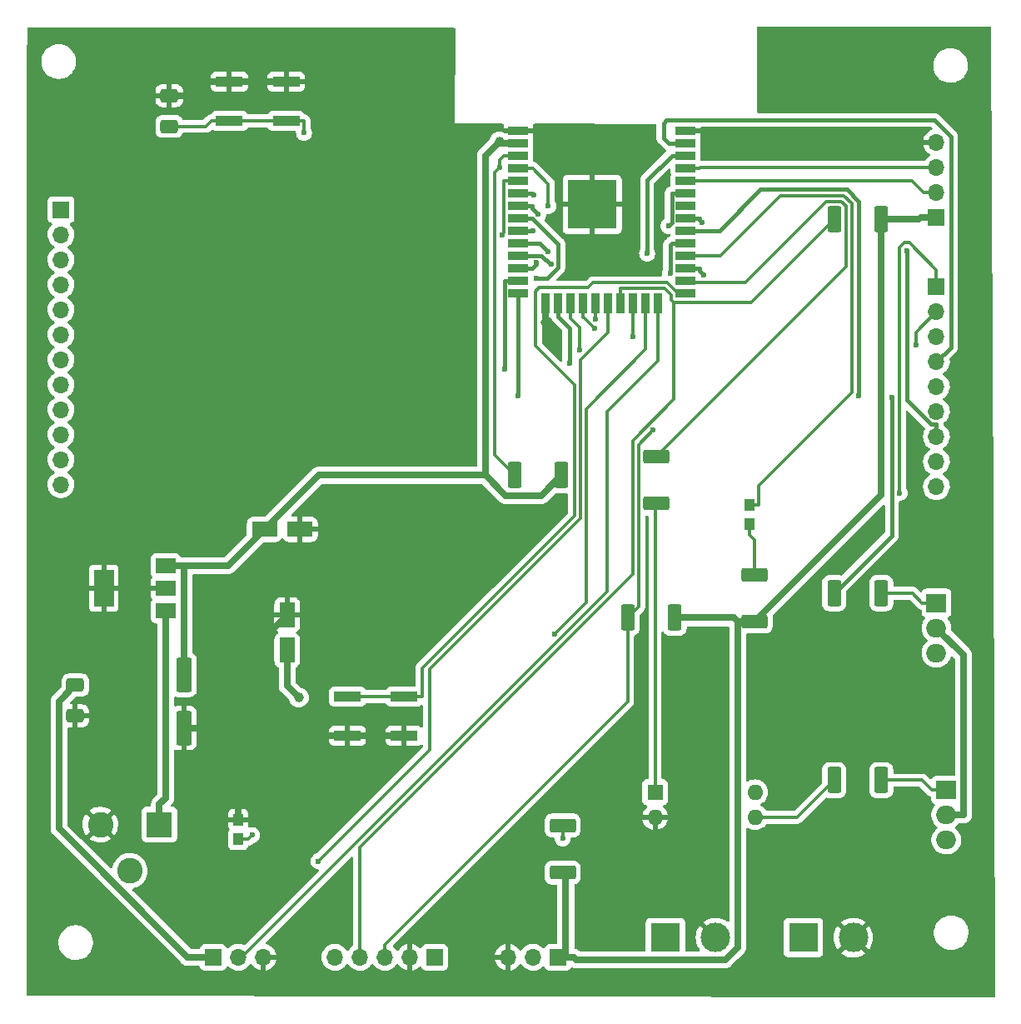
<source format=gbr>
%TF.GenerationSoftware,KiCad,Pcbnew,(6.0.7)*%
%TF.CreationDate,2022-10-25T15:01:53-05:00*%
%TF.ProjectId,Embebidos1,456d6265-6269-4646-9f73-312e6b696361,rev?*%
%TF.SameCoordinates,Original*%
%TF.FileFunction,Copper,L1,Top*%
%TF.FilePolarity,Positive*%
%FSLAX46Y46*%
G04 Gerber Fmt 4.6, Leading zero omitted, Abs format (unit mm)*
G04 Created by KiCad (PCBNEW (6.0.7)) date 2022-10-25 15:01:53*
%MOMM*%
%LPD*%
G01*
G04 APERTURE LIST*
G04 Aperture macros list*
%AMRoundRect*
0 Rectangle with rounded corners*
0 $1 Rounding radius*
0 $2 $3 $4 $5 $6 $7 $8 $9 X,Y pos of 4 corners*
0 Add a 4 corners polygon primitive as box body*
4,1,4,$2,$3,$4,$5,$6,$7,$8,$9,$2,$3,0*
0 Add four circle primitives for the rounded corners*
1,1,$1+$1,$2,$3*
1,1,$1+$1,$4,$5*
1,1,$1+$1,$6,$7*
1,1,$1+$1,$8,$9*
0 Add four rect primitives between the rounded corners*
20,1,$1+$1,$2,$3,$4,$5,0*
20,1,$1+$1,$4,$5,$6,$7,0*
20,1,$1+$1,$6,$7,$8,$9,0*
20,1,$1+$1,$8,$9,$2,$3,0*%
G04 Aperture macros list end*
%TA.AperFunction,SMDPad,CuDef*%
%ADD10RoundRect,0.250000X-0.650000X0.412500X-0.650000X-0.412500X0.650000X-0.412500X0.650000X0.412500X0*%
%TD*%
%TA.AperFunction,ComponentPad*%
%ADD11R,2.000000X1.905000*%
%TD*%
%TA.AperFunction,ComponentPad*%
%ADD12O,2.000000X1.905000*%
%TD*%
%TA.AperFunction,ComponentPad*%
%ADD13R,1.700000X1.700000*%
%TD*%
%TA.AperFunction,ComponentPad*%
%ADD14O,1.700000X1.700000*%
%TD*%
%TA.AperFunction,SMDPad,CuDef*%
%ADD15R,2.000000X0.900000*%
%TD*%
%TA.AperFunction,SMDPad,CuDef*%
%ADD16R,0.900000X2.000000*%
%TD*%
%TA.AperFunction,SMDPad,CuDef*%
%ADD17R,5.000000X5.000000*%
%TD*%
%TA.AperFunction,SMDPad,CuDef*%
%ADD18RoundRect,0.250000X0.550000X-1.050000X0.550000X1.050000X-0.550000X1.050000X-0.550000X-1.050000X0*%
%TD*%
%TA.AperFunction,ComponentPad*%
%ADD19R,3.000000X3.000000*%
%TD*%
%TA.AperFunction,ComponentPad*%
%ADD20C,3.000000*%
%TD*%
%TA.AperFunction,ComponentPad*%
%ADD21R,2.600000X2.600000*%
%TD*%
%TA.AperFunction,ComponentPad*%
%ADD22C,2.600000*%
%TD*%
%TA.AperFunction,SMDPad,CuDef*%
%ADD23RoundRect,0.249999X1.075001X-0.450001X1.075001X0.450001X-1.075001X0.450001X-1.075001X-0.450001X0*%
%TD*%
%TA.AperFunction,SMDPad,CuDef*%
%ADD24RoundRect,0.249999X-0.450001X-1.075001X0.450001X-1.075001X0.450001X1.075001X-0.450001X1.075001X0*%
%TD*%
%TA.AperFunction,SMDPad,CuDef*%
%ADD25R,2.750000X1.000000*%
%TD*%
%TA.AperFunction,SMDPad,CuDef*%
%ADD26RoundRect,0.249999X0.450001X1.075001X-0.450001X1.075001X-0.450001X-1.075001X0.450001X-1.075001X0*%
%TD*%
%TA.AperFunction,SMDPad,CuDef*%
%ADD27RoundRect,0.250000X-1.050000X-0.550000X1.050000X-0.550000X1.050000X0.550000X-1.050000X0.550000X0*%
%TD*%
%TA.AperFunction,SMDPad,CuDef*%
%ADD28RoundRect,0.250000X-0.550000X1.500000X-0.550000X-1.500000X0.550000X-1.500000X0.550000X1.500000X0*%
%TD*%
%TA.AperFunction,SMDPad,CuDef*%
%ADD29R,2.000000X1.500000*%
%TD*%
%TA.AperFunction,SMDPad,CuDef*%
%ADD30R,2.000000X3.800000*%
%TD*%
%TA.AperFunction,SMDPad,CuDef*%
%ADD31R,1.000000X1.200000*%
%TD*%
%TA.AperFunction,ComponentPad*%
%ADD32R,1.600000X1.600000*%
%TD*%
%TA.AperFunction,ComponentPad*%
%ADD33O,1.600000X1.600000*%
%TD*%
%TA.AperFunction,SMDPad,CuDef*%
%ADD34RoundRect,0.250000X0.650000X-0.412500X0.650000X0.412500X-0.650000X0.412500X-0.650000X-0.412500X0*%
%TD*%
%TA.AperFunction,ViaPad*%
%ADD35C,0.600000*%
%TD*%
%TA.AperFunction,ViaPad*%
%ADD36C,1.000000*%
%TD*%
%TA.AperFunction,Conductor*%
%ADD37C,0.300000*%
%TD*%
%TA.AperFunction,Conductor*%
%ADD38C,0.400000*%
%TD*%
%TA.AperFunction,Conductor*%
%ADD39C,0.700000*%
%TD*%
G04 APERTURE END LIST*
D10*
%TO.P,C10,1*%
%TO.N,+3V3*%
X41457600Y-89343900D03*
%TO.P,C10,2*%
%TO.N,GND*%
X41457600Y-92468900D03*
%TD*%
D11*
%TO.P,Q2,1,G*%
%TO.N,Net-(Q2-Pad1)*%
X129000000Y-81000000D03*
D12*
%TO.P,Q2,2,D*%
%TO.N,+5V*%
X129000000Y-83540000D03*
%TO.P,Q2,3,S*%
%TO.N,/LUZOUT*%
X129000000Y-86080000D03*
%TD*%
D13*
%TO.P,J2,1,Pin_1*%
%TO.N,+3V3*%
X78000000Y-117000000D03*
D14*
%TO.P,J2,2,Pin_2*%
%TO.N,GND*%
X75460000Y-117000000D03*
%TO.P,J2,3,Pin_3*%
%TO.N,/SCL_LUZ*%
X72920000Y-117000000D03*
%TO.P,J2,4,Pin_4*%
%TO.N,/SDA_LUZ*%
X70380000Y-117000000D03*
%TO.P,J2,5,Pin_5*%
%TO.N,/ACK_LUZ*%
X67840000Y-117000000D03*
%TD*%
D15*
%TO.P,U4,1,GND*%
%TO.N,GND*%
X86500000Y-32995000D03*
%TO.P,U4,2,VDD*%
%TO.N,+3V3*%
X86500000Y-34265000D03*
%TO.P,U4,3,EN*%
%TO.N,/E32_RST*%
X86500000Y-35535000D03*
%TO.P,U4,4,SENSOR_VP*%
%TO.N,/Sen_VP*%
X86500000Y-36805000D03*
%TO.P,U4,5,SENSOR_VN*%
%TO.N,/Sen_VN*%
X86500000Y-38075000D03*
%TO.P,U4,6,IO34*%
%TO.N,Net-(U4-Pad6)*%
X86500000Y-39345000D03*
%TO.P,U4,7,IO35*%
%TO.N,Net-(U4-Pad7)*%
X86500000Y-40615000D03*
%TO.P,U4,8,IO32*%
%TO.N,Net-(U4-Pad8)*%
X86500000Y-41885000D03*
%TO.P,U4,9,IO33*%
%TO.N,Net-(U4-Pad9)*%
X86500000Y-43155000D03*
%TO.P,U4,10,IO25*%
%TO.N,Net-(U4-Pad10)*%
X86500000Y-44425000D03*
%TO.P,U4,11,IO26*%
%TO.N,Net-(U4-Pad11)*%
X86500000Y-45695000D03*
%TO.P,U4,12,IO27*%
%TO.N,Net-(U4-Pad12)*%
X86500000Y-46965000D03*
%TO.P,U4,13,IO14*%
%TO.N,Net-(U4-Pad13)*%
X86500000Y-48235000D03*
%TO.P,U4,14,IO12*%
%TO.N,Net-(U4-Pad14)*%
X86500000Y-49505000D03*
D16*
%TO.P,U4,15,GND*%
%TO.N,GND*%
X89285000Y-50505000D03*
%TO.P,U4,16,IO13*%
%TO.N,Net-(U4-Pad16)*%
X90555000Y-50505000D03*
%TO.P,U4,17,SHD/SD2*%
%TO.N,/SHD*%
X91825000Y-50505000D03*
%TO.P,U4,18,SWP/SD3*%
%TO.N,/SWP*%
X93095000Y-50505000D03*
%TO.P,U4,19,SCS/CMD*%
%TO.N,/SCS*%
X94365000Y-50505000D03*
%TO.P,U4,20,SCK/CLK*%
%TO.N,/ACK_LUZ*%
X95635000Y-50505000D03*
%TO.P,U4,21,SDO/SD0*%
%TO.N,/SDA_LUZ*%
X96905000Y-50505000D03*
%TO.P,U4,22,SDI/SD1*%
%TO.N,/SCL_LUZ*%
X98175000Y-50505000D03*
%TO.P,U4,23,IO15*%
%TO.N,/STemperatura*%
X99445000Y-50505000D03*
%TO.P,U4,24,IO2*%
%TO.N,/SNivelAgua*%
X100715000Y-50505000D03*
D15*
%TO.P,U4,25,IO0*%
%TO.N,Net-(SW1-Pad1)*%
X103500000Y-49505000D03*
%TO.P,U4,26,IO4*%
%TO.N,/MOTORPWR*%
X103500000Y-48235000D03*
%TO.P,U4,27,IO16*%
%TO.N,/LUZPWR*%
X103500000Y-46965000D03*
%TO.P,U4,28,IO17*%
%TO.N,/LED*%
X103500000Y-45695000D03*
%TO.P,U4,29,IO5*%
%TO.N,Net-(U4-Pad29)*%
X103500000Y-44425000D03*
%TO.P,U4,30,IO18*%
%TO.N,Net-(U4-Pad30)*%
X103500000Y-43155000D03*
%TO.P,U4,31,IO19*%
%TO.N,Net-(U4-Pad31)*%
X103500000Y-41885000D03*
%TO.P,U4,32,NC*%
%TO.N,unconnected-(U4-Pad32)*%
X103500000Y-40615000D03*
%TO.P,U4,33,IO21*%
%TO.N,Net-(U4-Pad33)*%
X103500000Y-39345000D03*
%TO.P,U4,34,RXD0/IO3*%
%TO.N,/RX*%
X103500000Y-38075000D03*
%TO.P,U4,35,TXD0/IO1*%
%TO.N,/TX*%
X103500000Y-36805000D03*
%TO.P,U4,36,IO22*%
%TO.N,Net-(U4-Pad36)*%
X103500000Y-35535000D03*
%TO.P,U4,37,IO23*%
%TO.N,Net-(U4-Pad37)*%
X103500000Y-34265000D03*
%TO.P,U4,38,GND*%
%TO.N,GND*%
X103500000Y-32995000D03*
D17*
%TO.P,U4,39,GND*%
X94000000Y-40495000D03*
%TD*%
D18*
%TO.P,C2,1*%
%TO.N,+5V*%
X63000000Y-85800000D03*
%TO.P,C2,2*%
%TO.N,GND*%
X63000000Y-82200000D03*
%TD*%
D19*
%TO.P,J4,1,Pin_1*%
%TO.N,/MOTOROUT*%
X115460000Y-115000000D03*
D20*
%TO.P,J4,2,Pin_2*%
%TO.N,GND*%
X120540000Y-115000000D03*
%TD*%
D13*
%TO.P,J1,1,Pin_1*%
%TO.N,+3V3*%
X90525000Y-117000000D03*
D14*
%TO.P,J1,2,Pin_2*%
%TO.N,/STemperatura*%
X87985000Y-117000000D03*
%TO.P,J1,3,Pin_3*%
%TO.N,GND*%
X85445000Y-117000000D03*
%TD*%
D21*
%TO.P,J6,1*%
%TO.N,+5V*%
X50000000Y-103500000D03*
D22*
%TO.P,J6,2*%
%TO.N,GND*%
X44000000Y-103500000D03*
%TO.P,J6,3*%
%TO.N,N/C*%
X47000000Y-108200000D03*
%TD*%
D23*
%TO.P,R11,1*%
%TO.N,+3V3*%
X91000000Y-108400000D03*
%TO.P,R11,2*%
%TO.N,Net-(LEDON1-Pad2)*%
X91000000Y-103600000D03*
%TD*%
D24*
%TO.P,R5,1*%
%TO.N,/LUZPWR*%
X118600000Y-80000000D03*
%TO.P,R5,2*%
%TO.N,Net-(Q2-Pad1)*%
X123400000Y-80000000D03*
%TD*%
D23*
%TO.P,R2,1*%
%TO.N,+3V3*%
X110500000Y-82900000D03*
%TO.P,R2,2*%
%TO.N,Net-(R2-Pad2)*%
X110500000Y-78100000D03*
%TD*%
%TO.P,R3,1*%
%TO.N,Net-(R3-Pad1)*%
X100500000Y-70900000D03*
%TO.P,R3,2*%
%TO.N,/MOTORPWR*%
X100500000Y-66100000D03*
%TD*%
D25*
%TO.P,SW1,1,1*%
%TO.N,Net-(SW1-Pad1)*%
X69120000Y-90500000D03*
X74880000Y-90500000D03*
%TO.P,SW1,2,2*%
%TO.N,GND*%
X74880000Y-94500000D03*
X69120000Y-94500000D03*
%TD*%
D13*
%TO.P,J5,1,Pin_1*%
%TO.N,+3V3*%
X129000000Y-41800000D03*
D14*
%TO.P,J5,2,Pin_2*%
%TO.N,/RX*%
X129000000Y-39260000D03*
%TO.P,J5,3,Pin_3*%
%TO.N,/TX*%
X129000000Y-36720000D03*
%TO.P,J5,4,Pin_4*%
%TO.N,GND*%
X129000000Y-34180000D03*
%TD*%
D13*
%TO.P,J9,1,Pin_1*%
%TO.N,/SHD*%
X129000000Y-48850000D03*
D14*
%TO.P,J9,2,Pin_2*%
%TO.N,/SWP*%
X129000000Y-51390000D03*
%TO.P,J9,3,Pin_3*%
%TO.N,/SCS*%
X129000000Y-53930000D03*
%TO.P,J9,4,Pin_4*%
%TO.N,Net-(U4-Pad37)*%
X129000000Y-56470000D03*
%TO.P,J9,5,Pin_5*%
%TO.N,Net-(U4-Pad36)*%
X129000000Y-59010000D03*
%TO.P,J9,6,Pin_6*%
%TO.N,Net-(U4-Pad33)*%
X129000000Y-61550000D03*
%TO.P,J9,7,Pin_7*%
%TO.N,Net-(U4-Pad31)*%
X129000000Y-64090000D03*
%TO.P,J9,8,Pin_8*%
%TO.N,Net-(U4-Pad30)*%
X129000000Y-66630000D03*
%TO.P,J9,9,Pin_9*%
%TO.N,Net-(U4-Pad29)*%
X129000000Y-69170000D03*
%TD*%
D26*
%TO.P,R7,1*%
%TO.N,+3V3*%
X102400000Y-82500000D03*
%TO.P,R7,2*%
%TO.N,/SCL_LUZ*%
X97600000Y-82500000D03*
%TD*%
D11*
%TO.P,Q1,1,G*%
%TO.N,Net-(Q1-Pad1)*%
X130000000Y-100000000D03*
D12*
%TO.P,Q1,2,D*%
%TO.N,+5V*%
X130000000Y-102540000D03*
%TO.P,Q1,3,S*%
%TO.N,/MOTOROUT*%
X130000000Y-105080000D03*
%TD*%
D27*
%TO.P,C4,1*%
%TO.N,+3V3*%
X60700000Y-73500000D03*
%TO.P,C4,2*%
%TO.N,GND*%
X64300000Y-73500000D03*
%TD*%
D28*
%TO.P,C3,1*%
%TO.N,+3V3*%
X52500000Y-88300000D03*
%TO.P,C3,2*%
%TO.N,GND*%
X52500000Y-93700000D03*
%TD*%
D24*
%TO.P,R4,1*%
%TO.N,Net-(R4-Pad1)*%
X118600000Y-99000000D03*
%TO.P,R4,2*%
%TO.N,Net-(Q1-Pad1)*%
X123400000Y-99000000D03*
%TD*%
D29*
%TO.P,U1,1,IN*%
%TO.N,+5V*%
X50650000Y-81800000D03*
%TO.P,U1,2,GND*%
%TO.N,GND*%
X50650000Y-79500000D03*
D30*
X44350000Y-79500000D03*
D29*
%TO.P,U1,3,OUT*%
%TO.N,+3V3*%
X50650000Y-77200000D03*
%TD*%
D31*
%TO.P,USERLED1,1,K*%
%TO.N,/LED*%
X110000000Y-71000000D03*
%TO.P,USERLED1,2,A*%
%TO.N,Net-(R2-Pad2)*%
X110000000Y-73000000D03*
%TD*%
D25*
%TO.P,SW2,1,1*%
%TO.N,GND*%
X62880000Y-28000000D03*
X57120000Y-28000000D03*
%TO.P,SW2,2,2*%
%TO.N,/E32_RST*%
X62880000Y-32000000D03*
X57120000Y-32000000D03*
%TD*%
D32*
%TO.P,U5,1*%
%TO.N,Net-(R3-Pad1)*%
X100400000Y-100225000D03*
D33*
%TO.P,U5,2*%
%TO.N,GND*%
X100400000Y-102765000D03*
%TO.P,U5,3*%
%TO.N,Net-(R4-Pad1)*%
X110560000Y-102765000D03*
%TO.P,U5,4*%
%TO.N,+5V*%
X110560000Y-100225000D03*
%TD*%
D31*
%TO.P,LEDON1,1,K*%
%TO.N,GND*%
X58000000Y-103000000D03*
%TO.P,LEDON1,2,A*%
%TO.N,Net-(LEDON1-Pad2)*%
X58000000Y-105000000D03*
%TD*%
D34*
%TO.P,C1,1*%
%TO.N,/E32_RST*%
X51000000Y-32562500D03*
%TO.P,C1,2*%
%TO.N,GND*%
X51000000Y-29437500D03*
%TD*%
D26*
%TO.P,R1,1*%
%TO.N,+3V3*%
X90900000Y-68000000D03*
%TO.P,R1,2*%
%TO.N,/E32_RST*%
X86100000Y-68000000D03*
%TD*%
D19*
%TO.P,J7,1,Pin_1*%
%TO.N,/LUZOUT*%
X101460000Y-115000000D03*
D20*
%TO.P,J7,2,Pin_2*%
%TO.N,GND*%
X106540000Y-115000000D03*
%TD*%
D26*
%TO.P,R6,1*%
%TO.N,+3V3*%
X123400000Y-42000000D03*
%TO.P,R6,2*%
%TO.N,/SDA_LUZ*%
X118600000Y-42000000D03*
%TD*%
D13*
%TO.P,J8,1,Pin_1*%
%TO.N,/Sen_VP*%
X40000000Y-41025000D03*
D14*
%TO.P,J8,2,Pin_2*%
%TO.N,/Sen_VN*%
X40000000Y-43565000D03*
%TO.P,J8,3,Pin_3*%
%TO.N,Net-(U4-Pad6)*%
X40000000Y-46105000D03*
%TO.P,J8,4,Pin_4*%
%TO.N,Net-(U4-Pad7)*%
X40000000Y-48645000D03*
%TO.P,J8,5,Pin_5*%
%TO.N,Net-(U4-Pad8)*%
X40000000Y-51185000D03*
%TO.P,J8,6,Pin_6*%
%TO.N,Net-(U4-Pad9)*%
X40000000Y-53725000D03*
%TO.P,J8,7,Pin_7*%
%TO.N,Net-(U4-Pad10)*%
X40000000Y-56265000D03*
%TO.P,J8,8,Pin_8*%
%TO.N,Net-(U4-Pad11)*%
X40000000Y-58805000D03*
%TO.P,J8,9,Pin_9*%
%TO.N,Net-(U4-Pad12)*%
X40000000Y-61345000D03*
%TO.P,J8,10,Pin_10*%
%TO.N,Net-(U4-Pad13)*%
X40000000Y-63885000D03*
%TO.P,J8,11,Pin_11*%
%TO.N,Net-(U4-Pad14)*%
X40000000Y-66425000D03*
%TO.P,J8,12,Pin_12*%
%TO.N,Net-(U4-Pad16)*%
X40000000Y-68965000D03*
%TD*%
D13*
%TO.P,J3,1,Pin_1*%
%TO.N,+3V3*%
X55475000Y-117000000D03*
D14*
%TO.P,J3,2,Pin_2*%
%TO.N,/SNivelAgua*%
X58015000Y-117000000D03*
%TO.P,J3,3,Pin_3*%
%TO.N,GND*%
X60555000Y-117000000D03*
%TD*%
D35*
%TO.N,/E32_RST*%
X64705300Y-33223600D03*
X84598100Y-36720700D03*
%TO.N,Net-(U4-Pad6)*%
X88037100Y-39556600D03*
D36*
%TO.N,+5V*%
X64179700Y-90613200D03*
%TO.N,GND*%
X93637800Y-47435400D03*
X89285000Y-52508500D03*
%TO.N,+3V3*%
X84574800Y-34090100D03*
D35*
%TO.N,/STemperatura*%
X90147700Y-84155900D03*
%TO.N,/ACK_LUZ*%
X66155800Y-107236400D03*
%TO.N,Net-(LEDON1-Pad2)*%
X91000000Y-104914100D03*
X59433500Y-104575700D03*
%TO.N,/SCL_LUZ*%
X98175000Y-53905400D03*
X100216400Y-63437200D03*
%TO.N,/Sen_VN*%
X84842400Y-43565000D03*
%TO.N,/Sen_VP*%
X89546300Y-40657100D03*
%TO.N,/SCS*%
X94365000Y-52148000D03*
%TO.N,/SWP*%
X94228300Y-53074200D03*
X126897000Y-54786600D03*
%TO.N,/SHD*%
X92721600Y-55266900D03*
X125276200Y-69817300D03*
%TO.N,/LUZPWR*%
X105352700Y-47683100D03*
X124466400Y-60093300D03*
%TO.N,Net-(U4-Pad7)*%
X88511800Y-41494000D03*
%TO.N,Net-(U4-Pad8)*%
X88285800Y-48030200D03*
%TO.N,Net-(U4-Pad9)*%
X88002800Y-43160100D03*
%TO.N,Net-(U4-Pad10)*%
X89520900Y-45294700D03*
%TO.N,Net-(U4-Pad11)*%
X89826600Y-46575500D03*
%TO.N,Net-(U4-Pad12)*%
X88341700Y-46409400D03*
%TO.N,Net-(U4-Pad13)*%
X85099700Y-57224800D03*
%TO.N,Net-(U4-Pad14)*%
X86500000Y-59955200D03*
%TO.N,Net-(U4-Pad16)*%
X91695800Y-56624300D03*
%TO.N,Net-(U4-Pad36)*%
X99589800Y-45498600D03*
%TO.N,Net-(U4-Pad33)*%
X101761000Y-42673000D03*
%TO.N,Net-(U4-Pad31)*%
X105201100Y-42353300D03*
X125988700Y-45209300D03*
%TO.N,Net-(U4-Pad30)*%
X121113200Y-59955200D03*
%TO.N,Net-(U4-Pad29)*%
X101917900Y-47508800D03*
%TD*%
D37*
%TO.N,/E32_RST*%
X54732200Y-32562500D02*
X55294700Y-32000000D01*
X56207400Y-32000000D02*
X57120000Y-32000000D01*
X56207400Y-32000000D02*
X55294700Y-32000000D01*
X84092100Y-65992100D02*
X86100000Y-68000000D01*
X84598100Y-36720700D02*
X84598100Y-35986600D01*
X57120000Y-32000000D02*
X62880000Y-32000000D01*
X62880000Y-32000000D02*
X64705300Y-32000000D01*
X51000000Y-32562500D02*
X54732200Y-32562500D01*
X84598100Y-36720700D02*
X84092100Y-37226700D01*
X84598100Y-35986600D02*
X85049700Y-35535000D01*
X64705300Y-32000000D02*
X64705300Y-33223600D01*
X86500000Y-35535000D02*
X85049700Y-35535000D01*
X84092100Y-37226700D02*
X84092100Y-65992100D01*
D38*
%TO.N,Net-(U4-Pad6)*%
X86500000Y-39345000D02*
X87900300Y-39345000D01*
X88037100Y-39481800D02*
X88037100Y-39556600D01*
X87900300Y-39345000D02*
X88037100Y-39481800D01*
D39*
%TO.N,+5V*%
X131750300Y-86290300D02*
X129000000Y-83540000D01*
X131750300Y-102540000D02*
X131750300Y-86290300D01*
X50000000Y-103500000D02*
X50000000Y-101449700D01*
X50650000Y-81800000D02*
X50650000Y-100799700D01*
X50650000Y-100799700D02*
X50000000Y-101449700D01*
X63000000Y-85800000D02*
X63000000Y-89433500D01*
X130000000Y-102540000D02*
X131750300Y-102540000D01*
X63000000Y-89433500D02*
X64179700Y-90613200D01*
%TO.N,GND*%
X54994700Y-28000000D02*
X53557200Y-29437500D01*
X69120000Y-94500000D02*
X66994700Y-94500000D01*
X60392400Y-88821400D02*
X60392400Y-84807600D01*
X53557200Y-29437500D02*
X51000000Y-29437500D01*
X60392400Y-88821400D02*
X66071000Y-94500000D01*
X60392400Y-84807600D02*
X63000000Y-82200000D01*
X89285000Y-52508500D02*
X89285000Y-50505000D01*
X45024900Y-79500000D02*
X44350000Y-80174900D01*
X66071000Y-94500000D02*
X66994700Y-94500000D01*
X44350000Y-79500000D02*
X44350000Y-80174900D01*
X55513800Y-93700000D02*
X58000000Y-96186200D01*
X57120000Y-28000000D02*
X54994700Y-28000000D01*
X58000000Y-96186200D02*
X58000000Y-103000000D01*
X74880000Y-94500000D02*
X69120000Y-94500000D01*
X55513800Y-93700000D02*
X52500000Y-93700000D01*
X55513800Y-93700000D02*
X60392400Y-88821400D01*
X57120000Y-28000000D02*
X62880000Y-28000000D01*
%TO.N,+3V3*%
X88816300Y-70083700D02*
X90900000Y-68000000D01*
X91325200Y-117000000D02*
X92125300Y-117000000D01*
X108390400Y-82500000D02*
X108790400Y-82900000D01*
X127199700Y-42000000D02*
X127399700Y-41800000D01*
X57000000Y-77200000D02*
X60700000Y-73500000D01*
X83135000Y-68016400D02*
X85202300Y-70083700D01*
X66183600Y-68016400D02*
X60700000Y-73500000D01*
X86500000Y-34265000D02*
X84749700Y-34265000D01*
X107499900Y-117250400D02*
X92375700Y-117250400D01*
X108790400Y-82900000D02*
X108790400Y-115959900D01*
X90525000Y-117000000D02*
X91325200Y-117000000D01*
X52125200Y-77200000D02*
X52500000Y-77200000D01*
X84574800Y-34090100D02*
X83135000Y-35529900D01*
X85202300Y-70083700D02*
X88816300Y-70083700D01*
X92375700Y-117250400D02*
X92125300Y-117000000D01*
X39800000Y-91001500D02*
X41457600Y-89343900D01*
X108790400Y-82900000D02*
X110500000Y-82900000D01*
X91325200Y-117000000D02*
X91325200Y-108725200D01*
X52500000Y-77200000D02*
X57000000Y-77200000D01*
X123400000Y-42000000D02*
X127199700Y-42000000D01*
X102400000Y-82500000D02*
X108390400Y-82500000D01*
X129000000Y-41800000D02*
X127399700Y-41800000D01*
X52888700Y-117000000D02*
X39800000Y-103911300D01*
X108790400Y-115959900D02*
X107499900Y-117250400D01*
X110500000Y-82900000D02*
X123400000Y-70000000D01*
X52500000Y-77200000D02*
X52500000Y-88300000D01*
X123400000Y-70000000D02*
X123400000Y-42000000D01*
X39800000Y-103911300D02*
X39800000Y-91001500D01*
X91325200Y-108725200D02*
X91000000Y-108400000D01*
X55475000Y-117000000D02*
X52888700Y-117000000D01*
X83135000Y-68016400D02*
X66183600Y-68016400D01*
X84574800Y-34090100D02*
X84749700Y-34265000D01*
X83135000Y-35529900D02*
X83135000Y-68016400D01*
X50650000Y-77200000D02*
X52125200Y-77200000D01*
D37*
%TO.N,/LED*%
X119596900Y-39623400D02*
X120378400Y-40404900D01*
X120378400Y-59629000D02*
X110950300Y-69057100D01*
X120378400Y-40404900D02*
X120378400Y-59629000D01*
X103500000Y-45695000D02*
X107055800Y-45695000D01*
X110950300Y-69057100D02*
X110950300Y-71000000D01*
X113127400Y-39623400D02*
X119596900Y-39623400D01*
X107055800Y-45695000D02*
X113127400Y-39623400D01*
X110000000Y-71000000D02*
X110950300Y-71000000D01*
%TO.N,/STemperatura*%
X99445000Y-50505000D02*
X99445000Y-55236600D01*
X93400600Y-80903000D02*
X90147700Y-84155900D01*
X93400600Y-61281000D02*
X93400600Y-80903000D01*
X99445000Y-55236600D02*
X93400600Y-61281000D01*
%TO.N,/ACK_LUZ*%
X66155800Y-107236400D02*
X77446000Y-95946200D01*
X95635000Y-53466100D02*
X95635000Y-51955300D01*
X77446000Y-95946200D02*
X77446000Y-87701600D01*
X92800200Y-72347400D02*
X92800200Y-56300900D01*
X77446000Y-87701600D02*
X92800200Y-72347400D01*
X95635000Y-50505000D02*
X95635000Y-51955300D01*
X92800200Y-56300900D02*
X95635000Y-53466100D01*
%TO.N,/SNivelAgua*%
X100715000Y-56368500D02*
X100715000Y-50505000D01*
X58364700Y-117000000D02*
X95549700Y-79815000D01*
X95549700Y-79815000D02*
X95549700Y-61533800D01*
X95549700Y-61533800D02*
X100715000Y-56368500D01*
X58015000Y-117000000D02*
X58364700Y-117000000D01*
%TO.N,/RX*%
X127699700Y-39260000D02*
X126514700Y-38075000D01*
X129000000Y-39260000D02*
X127699700Y-39260000D01*
X126514700Y-38075000D02*
X103500000Y-38075000D01*
%TO.N,/TX*%
X129000000Y-36720000D02*
X105035300Y-36720000D01*
X105035300Y-36720000D02*
X104950300Y-36805000D01*
X103500000Y-36805000D02*
X104950300Y-36805000D01*
%TO.N,Net-(Q1-Pad1)*%
X127549700Y-99000000D02*
X128549700Y-100000000D01*
X123400000Y-99000000D02*
X127549700Y-99000000D01*
X130000000Y-100000000D02*
X128549700Y-100000000D01*
%TO.N,Net-(R3-Pad1)*%
X100400000Y-100225000D02*
X100400000Y-71000000D01*
X100400000Y-71000000D02*
X100500000Y-70900000D01*
%TO.N,/MOTORPWR*%
X109614200Y-48433400D02*
X117823900Y-40223700D01*
X119348300Y-40223700D02*
X119778100Y-40653500D01*
X119778100Y-40653500D02*
X119778100Y-46821900D01*
X103500000Y-48235000D02*
X103698400Y-48433400D01*
X119778100Y-46821900D02*
X100500000Y-66100000D01*
X103698400Y-48433400D02*
X109614200Y-48433400D01*
X117823900Y-40223700D02*
X119348300Y-40223700D01*
%TO.N,Net-(R4-Pad1)*%
X110560000Y-102765000D02*
X114835000Y-102765000D01*
X114835000Y-102765000D02*
X118600000Y-99000000D01*
%TO.N,Net-(R2-Pad2)*%
X110000000Y-73000000D02*
X110000000Y-74050300D01*
X110500000Y-74550300D02*
X110500000Y-78100000D01*
X110000000Y-74050300D02*
X110500000Y-74550300D01*
%TO.N,Net-(SW1-Pad1)*%
X94106800Y-48451800D02*
X93613900Y-48944700D01*
X92199900Y-72098800D02*
X76705300Y-87593400D01*
X74880000Y-90500000D02*
X76705300Y-90500000D01*
X88600800Y-48944700D02*
X88220300Y-49325200D01*
X102683200Y-49505000D02*
X101630000Y-48451800D01*
X88220300Y-54865200D02*
X92199900Y-58844800D01*
X93613900Y-48944700D02*
X88600800Y-48944700D01*
X101630000Y-48451800D02*
X94106800Y-48451800D01*
X103500000Y-49505000D02*
X102683200Y-49505000D01*
X92199900Y-58844800D02*
X92199900Y-72098800D01*
X88220300Y-49325200D02*
X88220300Y-54865200D01*
X74880000Y-90500000D02*
X69120000Y-90500000D01*
X76705300Y-87593400D02*
X76705300Y-90500000D01*
%TO.N,Net-(LEDON1-Pad2)*%
X91000000Y-103600000D02*
X91000000Y-104914100D01*
X58000000Y-105000000D02*
X59009200Y-105000000D01*
X59009200Y-105000000D02*
X59433500Y-104575700D01*
%TO.N,/SCL_LUZ*%
X97600000Y-82500000D02*
X97600000Y-91019700D01*
X98175000Y-50505000D02*
X98175000Y-53905400D01*
X98723700Y-81376300D02*
X97600000Y-82500000D01*
X98723700Y-64929900D02*
X98723700Y-81376300D01*
X100216400Y-63437200D02*
X98723700Y-64929900D01*
X97600000Y-91019700D02*
X72920000Y-115699700D01*
X72920000Y-117000000D02*
X72920000Y-115699700D01*
%TO.N,/SDA_LUZ*%
X70380000Y-117000000D02*
X70380000Y-105833600D01*
X110173200Y-50426800D02*
X118600000Y-42000000D01*
X101384000Y-49054700D02*
X102049600Y-49720300D01*
X70380000Y-105833600D02*
X98123300Y-78090300D01*
X102049600Y-49720300D02*
X102049600Y-50184800D01*
X98123300Y-64469200D02*
X102291600Y-60300900D01*
X102291600Y-50426800D02*
X110173200Y-50426800D01*
X102049600Y-50184800D02*
X102291600Y-50426800D01*
X98123300Y-78090300D02*
X98123300Y-64469200D01*
X96905000Y-50505000D02*
X96905000Y-49054700D01*
X96905000Y-49054700D02*
X101384000Y-49054700D01*
X102291600Y-60300900D02*
X102291600Y-50426800D01*
%TO.N,Net-(Q2-Pad1)*%
X126549700Y-80000000D02*
X127549700Y-81000000D01*
X129000000Y-81000000D02*
X127549700Y-81000000D01*
X123400000Y-80000000D02*
X126549700Y-80000000D01*
%TO.N,/Sen_VN*%
X85049700Y-43357700D02*
X84842400Y-43565000D01*
X86500000Y-38075000D02*
X85049700Y-38075000D01*
X85049700Y-38075000D02*
X85049700Y-43357700D01*
%TO.N,/Sen_VP*%
X87950300Y-36805000D02*
X89546300Y-38401000D01*
X86500000Y-36805000D02*
X87950300Y-36805000D01*
X89546300Y-38401000D02*
X89546300Y-40657100D01*
%TO.N,/SCS*%
X94365000Y-50505000D02*
X94365000Y-52148000D01*
%TO.N,/SWP*%
X93095000Y-50505000D02*
X93095000Y-51955300D01*
X126897000Y-53493000D02*
X129000000Y-51390000D01*
X93095000Y-51955300D02*
X93109400Y-51955300D01*
X93109400Y-51955300D02*
X94228300Y-53074200D01*
X126897000Y-54786600D02*
X126897000Y-53493000D01*
%TO.N,/SHD*%
X125238400Y-44898600D02*
X125238400Y-69779500D01*
X125238400Y-69779500D02*
X125276200Y-69817300D01*
X129000000Y-48850000D02*
X129000000Y-47159000D01*
X91825000Y-50505000D02*
X91825000Y-52084200D01*
X129000000Y-47159000D02*
X126239400Y-44398400D01*
X126239400Y-44398400D02*
X125738600Y-44398400D01*
X91825000Y-52084200D02*
X92721600Y-52980800D01*
X125738600Y-44398400D02*
X125238400Y-44898600D01*
X92721600Y-52980800D02*
X92721600Y-55266900D01*
D38*
%TO.N,/LUZPWR*%
X104900300Y-47230700D02*
X105352700Y-47683100D01*
X124466400Y-74133600D02*
X124466400Y-60093300D01*
X118600000Y-80000000D02*
X124466400Y-74133600D01*
X103500000Y-46965000D02*
X104900300Y-46965000D01*
X104900300Y-46965000D02*
X104900300Y-47230700D01*
%TO.N,Net-(U4-Pad7)*%
X87900300Y-40882500D02*
X88511800Y-41494000D01*
X87900300Y-40615000D02*
X87900300Y-40882500D01*
X86500000Y-40615000D02*
X87900300Y-40615000D01*
%TO.N,Net-(U4-Pad8)*%
X87900300Y-41885000D02*
X90550300Y-44535000D01*
X90550300Y-44535000D02*
X90550300Y-46862000D01*
X90550300Y-46862000D02*
X89382100Y-48030200D01*
X86500000Y-41885000D02*
X87900300Y-41885000D01*
X89382100Y-48030200D02*
X88285800Y-48030200D01*
%TO.N,Net-(U4-Pad9)*%
X86500000Y-43155000D02*
X87997700Y-43155000D01*
X87997700Y-43155000D02*
X88002800Y-43160100D01*
%TO.N,Net-(U4-Pad10)*%
X86500000Y-44425000D02*
X87900300Y-44425000D01*
X87900300Y-44425000D02*
X88651200Y-44425000D01*
X88651200Y-44425000D02*
X89520900Y-45294700D01*
%TO.N,Net-(U4-Pad11)*%
X89751300Y-46575500D02*
X89826600Y-46575500D01*
X86500000Y-45695000D02*
X88870800Y-45695000D01*
X88870800Y-45695000D02*
X89751300Y-46575500D01*
%TO.N,Net-(U4-Pad12)*%
X86500000Y-46965000D02*
X87900300Y-46965000D01*
X88341700Y-46523600D02*
X88341700Y-46409400D01*
X87900300Y-46965000D02*
X88341700Y-46523600D01*
%TO.N,Net-(U4-Pad13)*%
X86500000Y-48235000D02*
X85099700Y-48235000D01*
X85099700Y-48235000D02*
X85099700Y-57224800D01*
%TO.N,Net-(U4-Pad14)*%
X86500000Y-49505000D02*
X86500000Y-59955200D01*
%TO.N,Net-(U4-Pad16)*%
X90555000Y-51905300D02*
X91695800Y-53046100D01*
X91695800Y-53046100D02*
X91695800Y-56624300D01*
X90555000Y-50505000D02*
X90555000Y-51905300D01*
%TO.N,Net-(U4-Pad37)*%
X128798200Y-31919700D02*
X130451000Y-33572500D01*
X101775000Y-34265000D02*
X101255190Y-33745190D01*
X101255190Y-33745190D02*
X101255190Y-32214810D01*
X103500000Y-34265000D02*
X101775000Y-34265000D01*
X130451000Y-55019000D02*
X129000000Y-56470000D01*
X130451000Y-33572500D02*
X130451000Y-55019000D01*
X101550300Y-31919700D02*
X128798200Y-31919700D01*
X101255190Y-32214810D02*
X101550300Y-31919700D01*
%TO.N,Net-(U4-Pad36)*%
X103500000Y-35535000D02*
X102099700Y-35535000D01*
X102099700Y-35535000D02*
X99589800Y-38044900D01*
X99589800Y-38044900D02*
X99589800Y-45498600D01*
%TO.N,Net-(U4-Pad33)*%
X102099700Y-42334300D02*
X101761000Y-42673000D01*
X102099700Y-39345000D02*
X102099700Y-42334300D01*
X103500000Y-39345000D02*
X102099700Y-39345000D01*
%TO.N,Net-(U4-Pad31)*%
X103500000Y-41885000D02*
X104900300Y-41885000D01*
X129000000Y-64090000D02*
X129000000Y-62839700D01*
X128481900Y-62839700D02*
X129000000Y-62839700D01*
X125988700Y-60346500D02*
X128481900Y-62839700D01*
X104900300Y-42052500D02*
X105201100Y-42353300D01*
X104900300Y-41885000D02*
X104900300Y-42052500D01*
X125988700Y-45209300D02*
X125988700Y-60346500D01*
%TO.N,Net-(U4-Pad30)*%
X119898200Y-38973100D02*
X121113200Y-40188100D01*
X111103500Y-38973100D02*
X119898200Y-38973100D01*
X106921600Y-43155000D02*
X111103500Y-38973100D01*
X103500000Y-43155000D02*
X106921600Y-43155000D01*
X121113200Y-40188100D02*
X121113200Y-59955200D01*
%TO.N,Net-(U4-Pad29)*%
X103500000Y-44425000D02*
X102099700Y-44425000D01*
X101917900Y-44606800D02*
X101917900Y-47508800D01*
X102099700Y-44425000D02*
X101917900Y-44606800D01*
%TD*%
%TA.AperFunction,Conductor*%
%TO.N,GND*%
G36*
X134454707Y-22449790D02*
G01*
X134522794Y-22469906D01*
X134569197Y-22523640D01*
X134580495Y-22575292D01*
X134777005Y-72282285D01*
X134969053Y-120860307D01*
X134969499Y-120973193D01*
X134949766Y-121041392D01*
X134896295Y-121088097D01*
X134843193Y-121099691D01*
X129465521Y-121086588D01*
X36595793Y-120860307D01*
X36527723Y-120840139D01*
X36481361Y-120786370D01*
X36470102Y-120734205D01*
X36474271Y-115607655D01*
X39739858Y-115607655D01*
X39775104Y-115866638D01*
X39776412Y-115871124D01*
X39776412Y-115871126D01*
X39794343Y-115932645D01*
X39848243Y-116117567D01*
X39957668Y-116354928D01*
X39968794Y-116371898D01*
X40098410Y-116569596D01*
X40098414Y-116569601D01*
X40100976Y-116573509D01*
X40275018Y-116768506D01*
X40475970Y-116935637D01*
X40479973Y-116938066D01*
X40695422Y-117068804D01*
X40695426Y-117068806D01*
X40699419Y-117071229D01*
X40940455Y-117172303D01*
X41193783Y-117236641D01*
X41198434Y-117237109D01*
X41198438Y-117237110D01*
X41366177Y-117254000D01*
X41410867Y-117258500D01*
X41566354Y-117258500D01*
X41568679Y-117258327D01*
X41568685Y-117258327D01*
X41756000Y-117244407D01*
X41756004Y-117244406D01*
X41760652Y-117244061D01*
X41765200Y-117243032D01*
X41765206Y-117243031D01*
X41951601Y-117200853D01*
X42015577Y-117186377D01*
X42051769Y-117172303D01*
X42254824Y-117093340D01*
X42254827Y-117093339D01*
X42259177Y-117091647D01*
X42486098Y-116961951D01*
X42691357Y-116800138D01*
X42870443Y-116609763D01*
X43004690Y-116416248D01*
X43016759Y-116398851D01*
X43016761Y-116398848D01*
X43019424Y-116395009D01*
X43027398Y-116378840D01*
X43132960Y-116164781D01*
X43132961Y-116164778D01*
X43135025Y-116160593D01*
X43140200Y-116144428D01*
X43213280Y-115916123D01*
X43214707Y-115911665D01*
X43256721Y-115653693D01*
X43259915Y-115409682D01*
X43260081Y-115397022D01*
X43260081Y-115397019D01*
X43260142Y-115392345D01*
X43224896Y-115133362D01*
X43210473Y-115083877D01*
X43186749Y-115002485D01*
X43151757Y-114882433D01*
X43146545Y-114871126D01*
X43082002Y-114731123D01*
X43042332Y-114645072D01*
X42917525Y-114454709D01*
X42901590Y-114430404D01*
X42901586Y-114430399D01*
X42899024Y-114426491D01*
X42724982Y-114231494D01*
X42524030Y-114064363D01*
X42476844Y-114035730D01*
X42304578Y-113931196D01*
X42304574Y-113931194D01*
X42300581Y-113928771D01*
X42059545Y-113827697D01*
X41806217Y-113763359D01*
X41801566Y-113762891D01*
X41801562Y-113762890D01*
X41592271Y-113741816D01*
X41589133Y-113741500D01*
X41433646Y-113741500D01*
X41431321Y-113741673D01*
X41431315Y-113741673D01*
X41244000Y-113755593D01*
X41243996Y-113755594D01*
X41239348Y-113755939D01*
X41234800Y-113756968D01*
X41234794Y-113756969D01*
X41048399Y-113799147D01*
X40984423Y-113813623D01*
X40980071Y-113815315D01*
X40980069Y-113815316D01*
X40745176Y-113906660D01*
X40745173Y-113906661D01*
X40740823Y-113908353D01*
X40513902Y-114038049D01*
X40308643Y-114199862D01*
X40129557Y-114390237D01*
X39980576Y-114604991D01*
X39978510Y-114609181D01*
X39978508Y-114609184D01*
X39918375Y-114731123D01*
X39864975Y-114839407D01*
X39863553Y-114843850D01*
X39863552Y-114843852D01*
X39809468Y-115012812D01*
X39785293Y-115088335D01*
X39743279Y-115346307D01*
X39742381Y-115414895D01*
X39740173Y-115583621D01*
X39739858Y-115607655D01*
X36474271Y-115607655D01*
X36502051Y-81444669D01*
X42842001Y-81444669D01*
X42842371Y-81451490D01*
X42847895Y-81502352D01*
X42851521Y-81517604D01*
X42896676Y-81638054D01*
X42905214Y-81653649D01*
X42981715Y-81755724D01*
X42994276Y-81768285D01*
X43096351Y-81844786D01*
X43111946Y-81853324D01*
X43232394Y-81898478D01*
X43247649Y-81902105D01*
X43298514Y-81907631D01*
X43305328Y-81908000D01*
X44077885Y-81908000D01*
X44093124Y-81903525D01*
X44094329Y-81902135D01*
X44096000Y-81894452D01*
X44096000Y-81889884D01*
X44604000Y-81889884D01*
X44608475Y-81905123D01*
X44609865Y-81906328D01*
X44617548Y-81907999D01*
X45394669Y-81907999D01*
X45401490Y-81907629D01*
X45452352Y-81902105D01*
X45467604Y-81898479D01*
X45588054Y-81853324D01*
X45603649Y-81844786D01*
X45705724Y-81768285D01*
X45718285Y-81755724D01*
X45794786Y-81653649D01*
X45803324Y-81638054D01*
X45848478Y-81517606D01*
X45852105Y-81502351D01*
X45857631Y-81451486D01*
X45858000Y-81444672D01*
X45858000Y-79772115D01*
X45853525Y-79756876D01*
X45852135Y-79755671D01*
X45844452Y-79754000D01*
X44622115Y-79754000D01*
X44606876Y-79758475D01*
X44605671Y-79759865D01*
X44604000Y-79767548D01*
X44604000Y-81889884D01*
X44096000Y-81889884D01*
X44096000Y-79772115D01*
X44091525Y-79756876D01*
X44090135Y-79755671D01*
X44082452Y-79754000D01*
X42860116Y-79754000D01*
X42844877Y-79758475D01*
X42843672Y-79759865D01*
X42842001Y-79767548D01*
X42842001Y-81444669D01*
X36502051Y-81444669D01*
X36503854Y-79227885D01*
X42842000Y-79227885D01*
X42846475Y-79243124D01*
X42847865Y-79244329D01*
X42855548Y-79246000D01*
X44077885Y-79246000D01*
X44093124Y-79241525D01*
X44094329Y-79240135D01*
X44096000Y-79232452D01*
X44096000Y-79227885D01*
X44604000Y-79227885D01*
X44608475Y-79243124D01*
X44609865Y-79244329D01*
X44617548Y-79246000D01*
X45839884Y-79246000D01*
X45855123Y-79241525D01*
X45856328Y-79240135D01*
X45857999Y-79232452D01*
X45857999Y-77555331D01*
X45857629Y-77548510D01*
X45852105Y-77497648D01*
X45848479Y-77482396D01*
X45803324Y-77361946D01*
X45794786Y-77346351D01*
X45718285Y-77244276D01*
X45705724Y-77231715D01*
X45603649Y-77155214D01*
X45588054Y-77146676D01*
X45467606Y-77101522D01*
X45452351Y-77097895D01*
X45401486Y-77092369D01*
X45394672Y-77092000D01*
X44622115Y-77092000D01*
X44606876Y-77096475D01*
X44605671Y-77097865D01*
X44604000Y-77105548D01*
X44604000Y-79227885D01*
X44096000Y-79227885D01*
X44096000Y-77110116D01*
X44091525Y-77094877D01*
X44090135Y-77093672D01*
X44082452Y-77092001D01*
X43305331Y-77092001D01*
X43298510Y-77092371D01*
X43247648Y-77097895D01*
X43232396Y-77101521D01*
X43111946Y-77146676D01*
X43096351Y-77155214D01*
X42994276Y-77231715D01*
X42981715Y-77244276D01*
X42905214Y-77346351D01*
X42896676Y-77361946D01*
X42851522Y-77482394D01*
X42847895Y-77497649D01*
X42842369Y-77548514D01*
X42842000Y-77555328D01*
X42842000Y-79227885D01*
X36503854Y-79227885D01*
X36512226Y-68931695D01*
X38637251Y-68931695D01*
X38637548Y-68936848D01*
X38637548Y-68936851D01*
X38645931Y-69082238D01*
X38650110Y-69154715D01*
X38651247Y-69159761D01*
X38651248Y-69159767D01*
X38672275Y-69253069D01*
X38699222Y-69372639D01*
X38737461Y-69466811D01*
X38777535Y-69565501D01*
X38783266Y-69579616D01*
X38814381Y-69630391D01*
X38857958Y-69701502D01*
X38899987Y-69770088D01*
X39046250Y-69938938D01*
X39218126Y-70081632D01*
X39411000Y-70194338D01*
X39619692Y-70274030D01*
X39624760Y-70275061D01*
X39624763Y-70275062D01*
X39696633Y-70289684D01*
X39838597Y-70318567D01*
X39843772Y-70318757D01*
X39843774Y-70318757D01*
X40056673Y-70326564D01*
X40056677Y-70326564D01*
X40061837Y-70326753D01*
X40066957Y-70326097D01*
X40066959Y-70326097D01*
X40278288Y-70299025D01*
X40278289Y-70299025D01*
X40283416Y-70298368D01*
X40312361Y-70289684D01*
X40492429Y-70235661D01*
X40492434Y-70235659D01*
X40497384Y-70234174D01*
X40697994Y-70135896D01*
X40879860Y-70006173D01*
X40927581Y-69958619D01*
X41014425Y-69872077D01*
X41038096Y-69848489D01*
X41041366Y-69843939D01*
X41165435Y-69671277D01*
X41168453Y-69667077D01*
X41186585Y-69630391D01*
X41265136Y-69471453D01*
X41265137Y-69471451D01*
X41267430Y-69466811D01*
X41332370Y-69253069D01*
X41361529Y-69031590D01*
X41363156Y-68965000D01*
X41344852Y-68742361D01*
X41290431Y-68525702D01*
X41201354Y-68320840D01*
X41093662Y-68154373D01*
X41082822Y-68137617D01*
X41082820Y-68137614D01*
X41080014Y-68133277D01*
X40929670Y-67968051D01*
X40925619Y-67964852D01*
X40925615Y-67964848D01*
X40758414Y-67832800D01*
X40758410Y-67832798D01*
X40754359Y-67829598D01*
X40713053Y-67806796D01*
X40663084Y-67756364D01*
X40648312Y-67686921D01*
X40673428Y-67620516D01*
X40700780Y-67593909D01*
X40744603Y-67562650D01*
X40879860Y-67466173D01*
X40944497Y-67401762D01*
X41010658Y-67335831D01*
X41038096Y-67308489D01*
X41088918Y-67237763D01*
X41165435Y-67131277D01*
X41168453Y-67127077D01*
X41210291Y-67042425D01*
X41265136Y-66931453D01*
X41265137Y-66931451D01*
X41267430Y-66926811D01*
X41332370Y-66713069D01*
X41361529Y-66491590D01*
X41361611Y-66488240D01*
X41363074Y-66428365D01*
X41363074Y-66428361D01*
X41363156Y-66425000D01*
X41344852Y-66202361D01*
X41290431Y-65985702D01*
X41201354Y-65780840D01*
X41093662Y-65614373D01*
X41082822Y-65597617D01*
X41082820Y-65597614D01*
X41080014Y-65593277D01*
X40929670Y-65428051D01*
X40925619Y-65424852D01*
X40925615Y-65424848D01*
X40758414Y-65292800D01*
X40758410Y-65292798D01*
X40754359Y-65289598D01*
X40713053Y-65266796D01*
X40663084Y-65216364D01*
X40648312Y-65146921D01*
X40673428Y-65080516D01*
X40700780Y-65053909D01*
X40744603Y-65022650D01*
X40879860Y-64926173D01*
X40914654Y-64891501D01*
X41014425Y-64792077D01*
X41038096Y-64768489D01*
X41097594Y-64685689D01*
X41165435Y-64591277D01*
X41168453Y-64587077D01*
X41210291Y-64502425D01*
X41265136Y-64391453D01*
X41265137Y-64391451D01*
X41267430Y-64386811D01*
X41332370Y-64173069D01*
X41361529Y-63951590D01*
X41363156Y-63885000D01*
X41344852Y-63662361D01*
X41290431Y-63445702D01*
X41201354Y-63240840D01*
X41080014Y-63053277D01*
X40929670Y-62888051D01*
X40925619Y-62884852D01*
X40925615Y-62884848D01*
X40758414Y-62752800D01*
X40758410Y-62752798D01*
X40754359Y-62749598D01*
X40713053Y-62726796D01*
X40663084Y-62676364D01*
X40648312Y-62606921D01*
X40673428Y-62540516D01*
X40700780Y-62513909D01*
X40744603Y-62482650D01*
X40879860Y-62386173D01*
X41038096Y-62228489D01*
X41097594Y-62145689D01*
X41165435Y-62051277D01*
X41168453Y-62047077D01*
X41261530Y-61858750D01*
X41265136Y-61851453D01*
X41265137Y-61851451D01*
X41267430Y-61846811D01*
X41332370Y-61633069D01*
X41361529Y-61411590D01*
X41362876Y-61356455D01*
X41363074Y-61348365D01*
X41363074Y-61348361D01*
X41363156Y-61345000D01*
X41344852Y-61122361D01*
X41290431Y-60905702D01*
X41201354Y-60700840D01*
X41140567Y-60606877D01*
X41082822Y-60517617D01*
X41082820Y-60517614D01*
X41080014Y-60513277D01*
X40929670Y-60348051D01*
X40925619Y-60344852D01*
X40925615Y-60344848D01*
X40758414Y-60212800D01*
X40758410Y-60212798D01*
X40754359Y-60209598D01*
X40713053Y-60186796D01*
X40663084Y-60136364D01*
X40648312Y-60066921D01*
X40673428Y-60000516D01*
X40700780Y-59973909D01*
X40752740Y-59936846D01*
X40879860Y-59846173D01*
X41038096Y-59688489D01*
X41097594Y-59605689D01*
X41165435Y-59511277D01*
X41168453Y-59507077D01*
X41210291Y-59422425D01*
X41265136Y-59311453D01*
X41265137Y-59311451D01*
X41267430Y-59306811D01*
X41332370Y-59093069D01*
X41361529Y-58871590D01*
X41363156Y-58805000D01*
X41344852Y-58582361D01*
X41290431Y-58365702D01*
X41201354Y-58160840D01*
X41122039Y-58038238D01*
X41082822Y-57977617D01*
X41082820Y-57977614D01*
X41080014Y-57973277D01*
X40929670Y-57808051D01*
X40925619Y-57804852D01*
X40925615Y-57804848D01*
X40758414Y-57672800D01*
X40758410Y-57672798D01*
X40754359Y-57669598D01*
X40713053Y-57646796D01*
X40663084Y-57596364D01*
X40648312Y-57526921D01*
X40673428Y-57460516D01*
X40700780Y-57433909D01*
X40744603Y-57402650D01*
X40879860Y-57306173D01*
X40886258Y-57299798D01*
X41014425Y-57172077D01*
X41038096Y-57148489D01*
X41097594Y-57065689D01*
X41165435Y-56971277D01*
X41168453Y-56967077D01*
X41209429Y-56884169D01*
X41265136Y-56771453D01*
X41265137Y-56771451D01*
X41267430Y-56766811D01*
X41332370Y-56553069D01*
X41361529Y-56331590D01*
X41361611Y-56328240D01*
X41363074Y-56268365D01*
X41363074Y-56268361D01*
X41363156Y-56265000D01*
X41344852Y-56042361D01*
X41290431Y-55825702D01*
X41201354Y-55620840D01*
X41149347Y-55540450D01*
X41082822Y-55437617D01*
X41082820Y-55437614D01*
X41080014Y-55433277D01*
X40929670Y-55268051D01*
X40925619Y-55264852D01*
X40925615Y-55264848D01*
X40758414Y-55132800D01*
X40758410Y-55132798D01*
X40754359Y-55129598D01*
X40713053Y-55106796D01*
X40663084Y-55056364D01*
X40648312Y-54986921D01*
X40673428Y-54920516D01*
X40700780Y-54893909D01*
X40744603Y-54862650D01*
X40879860Y-54766173D01*
X41038096Y-54608489D01*
X41087131Y-54540250D01*
X41165435Y-54431277D01*
X41168453Y-54427077D01*
X41183911Y-54395801D01*
X41265136Y-54231453D01*
X41265137Y-54231451D01*
X41267430Y-54226811D01*
X41315817Y-54067551D01*
X41330865Y-54018023D01*
X41330865Y-54018021D01*
X41332370Y-54013069D01*
X41361529Y-53791590D01*
X41363156Y-53725000D01*
X41344852Y-53502361D01*
X41290431Y-53285702D01*
X41201354Y-53080840D01*
X41080014Y-52893277D01*
X40929670Y-52728051D01*
X40925619Y-52724852D01*
X40925615Y-52724848D01*
X40758414Y-52592800D01*
X40758410Y-52592798D01*
X40754359Y-52589598D01*
X40713053Y-52566796D01*
X40663084Y-52516364D01*
X40648312Y-52446921D01*
X40673428Y-52380516D01*
X40700780Y-52353909D01*
X40749313Y-52319291D01*
X40879860Y-52226173D01*
X41038096Y-52068489D01*
X41097594Y-51985689D01*
X41165435Y-51891277D01*
X41168453Y-51887077D01*
X41177753Y-51868261D01*
X41265136Y-51691453D01*
X41265137Y-51691451D01*
X41267430Y-51686811D01*
X41332370Y-51473069D01*
X41361529Y-51251590D01*
X41361611Y-51248240D01*
X41363074Y-51188365D01*
X41363074Y-51188361D01*
X41363156Y-51185000D01*
X41344852Y-50962361D01*
X41290431Y-50745702D01*
X41201354Y-50540840D01*
X41158686Y-50474886D01*
X41082822Y-50357617D01*
X41082820Y-50357614D01*
X41080014Y-50353277D01*
X40929670Y-50188051D01*
X40925619Y-50184852D01*
X40925615Y-50184848D01*
X40758414Y-50052800D01*
X40758410Y-50052798D01*
X40754359Y-50049598D01*
X40713053Y-50026796D01*
X40663084Y-49976364D01*
X40648312Y-49906921D01*
X40673428Y-49840516D01*
X40700780Y-49813909D01*
X40744603Y-49782650D01*
X40879860Y-49686173D01*
X41038096Y-49528489D01*
X41097594Y-49445689D01*
X41165435Y-49351277D01*
X41168453Y-49347077D01*
X41267430Y-49146811D01*
X41332370Y-48933069D01*
X41361529Y-48711590D01*
X41363156Y-48645000D01*
X41344852Y-48422361D01*
X41290431Y-48205702D01*
X41201354Y-48000840D01*
X41124657Y-47882285D01*
X41082822Y-47817617D01*
X41082820Y-47817614D01*
X41080014Y-47813277D01*
X40929670Y-47648051D01*
X40925619Y-47644852D01*
X40925615Y-47644848D01*
X40758414Y-47512800D01*
X40758410Y-47512798D01*
X40754359Y-47509598D01*
X40713053Y-47486796D01*
X40663084Y-47436364D01*
X40648312Y-47366921D01*
X40673428Y-47300516D01*
X40700780Y-47273909D01*
X40759956Y-47231699D01*
X40879860Y-47146173D01*
X40889412Y-47136655D01*
X40965258Y-47061073D01*
X41038096Y-46988489D01*
X41076729Y-46934726D01*
X41165435Y-46811277D01*
X41168453Y-46807077D01*
X41174542Y-46794758D01*
X41265136Y-46611453D01*
X41265137Y-46611451D01*
X41267430Y-46606811D01*
X41319747Y-46434615D01*
X41330865Y-46398023D01*
X41330865Y-46398021D01*
X41332370Y-46393069D01*
X41361529Y-46171590D01*
X41362138Y-46146669D01*
X41363074Y-46108365D01*
X41363074Y-46108361D01*
X41363156Y-46105000D01*
X41344852Y-45882361D01*
X41290431Y-45665702D01*
X41201354Y-45460840D01*
X41080014Y-45273277D01*
X40929670Y-45108051D01*
X40925619Y-45104852D01*
X40925615Y-45104848D01*
X40758414Y-44972800D01*
X40758410Y-44972798D01*
X40754359Y-44969598D01*
X40713053Y-44946796D01*
X40663084Y-44896364D01*
X40648312Y-44826921D01*
X40673428Y-44760516D01*
X40700780Y-44733909D01*
X40769857Y-44684637D01*
X40879860Y-44606173D01*
X41038096Y-44448489D01*
X41050331Y-44431463D01*
X41165435Y-44271277D01*
X41168453Y-44267077D01*
X41178730Y-44246284D01*
X41265136Y-44071453D01*
X41265137Y-44071451D01*
X41267430Y-44066811D01*
X41324322Y-43879558D01*
X41330865Y-43858023D01*
X41330865Y-43858021D01*
X41332370Y-43853069D01*
X41361529Y-43631590D01*
X41361824Y-43619521D01*
X41363074Y-43568365D01*
X41363074Y-43568361D01*
X41363156Y-43565000D01*
X41344852Y-43342361D01*
X41290431Y-43125702D01*
X41201354Y-42920840D01*
X41145919Y-42835151D01*
X41082822Y-42737617D01*
X41082820Y-42737614D01*
X41080014Y-42733277D01*
X41076532Y-42729450D01*
X40932798Y-42571488D01*
X40901746Y-42507642D01*
X40910141Y-42437143D01*
X40955317Y-42382375D01*
X40981761Y-42368706D01*
X41088297Y-42328767D01*
X41096705Y-42325615D01*
X41213261Y-42238261D01*
X41300615Y-42121705D01*
X41351745Y-41985316D01*
X41358500Y-41923134D01*
X41358500Y-40126866D01*
X41351745Y-40064684D01*
X41300615Y-39928295D01*
X41213261Y-39811739D01*
X41096705Y-39724385D01*
X40960316Y-39673255D01*
X40898134Y-39666500D01*
X39101866Y-39666500D01*
X39039684Y-39673255D01*
X38903295Y-39724385D01*
X38786739Y-39811739D01*
X38699385Y-39928295D01*
X38648255Y-40064684D01*
X38641500Y-40126866D01*
X38641500Y-41923134D01*
X38648255Y-41985316D01*
X38699385Y-42121705D01*
X38786739Y-42238261D01*
X38903295Y-42325615D01*
X38911704Y-42328767D01*
X38911705Y-42328768D01*
X39020451Y-42369535D01*
X39077216Y-42412176D01*
X39101916Y-42478738D01*
X39086709Y-42548087D01*
X39067316Y-42574568D01*
X38990792Y-42654646D01*
X38940629Y-42707138D01*
X38937715Y-42711410D01*
X38937714Y-42711411D01*
X38883046Y-42791551D01*
X38814743Y-42891680D01*
X38720688Y-43094305D01*
X38660989Y-43309570D01*
X38637251Y-43531695D01*
X38637548Y-43536848D01*
X38637548Y-43536851D01*
X38649363Y-43741757D01*
X38650110Y-43754715D01*
X38651247Y-43759761D01*
X38651248Y-43759767D01*
X38671489Y-43849579D01*
X38699222Y-43972639D01*
X38759468Y-44121009D01*
X38780050Y-44171695D01*
X38783266Y-44179616D01*
X38798419Y-44204344D01*
X38896721Y-44364758D01*
X38899987Y-44370088D01*
X39046250Y-44538938D01*
X39218126Y-44681632D01*
X39238845Y-44693739D01*
X39291445Y-44724476D01*
X39340169Y-44776114D01*
X39353240Y-44845897D01*
X39326509Y-44911669D01*
X39286055Y-44945027D01*
X39273607Y-44951507D01*
X39269474Y-44954610D01*
X39269471Y-44954612D01*
X39115099Y-45070518D01*
X39094965Y-45085635D01*
X38940629Y-45247138D01*
X38937715Y-45251410D01*
X38937714Y-45251411D01*
X38896594Y-45311691D01*
X38814743Y-45431680D01*
X38720688Y-45634305D01*
X38660989Y-45849570D01*
X38637251Y-46071695D01*
X38637548Y-46076848D01*
X38637548Y-46076851D01*
X38649236Y-46279551D01*
X38650110Y-46294715D01*
X38651247Y-46299761D01*
X38651248Y-46299767D01*
X38667920Y-46373742D01*
X38699222Y-46512639D01*
X38739346Y-46611453D01*
X38779791Y-46711057D01*
X38783266Y-46719616D01*
X38824957Y-46787649D01*
X38894110Y-46900497D01*
X38899987Y-46910088D01*
X39046250Y-47078938D01*
X39218126Y-47221632D01*
X39288595Y-47262811D01*
X39291445Y-47264476D01*
X39340169Y-47316114D01*
X39353240Y-47385897D01*
X39326509Y-47451669D01*
X39286055Y-47485027D01*
X39273607Y-47491507D01*
X39269474Y-47494610D01*
X39269471Y-47494612D01*
X39099100Y-47622530D01*
X39094965Y-47625635D01*
X39091393Y-47629373D01*
X39000247Y-47724752D01*
X38940629Y-47787138D01*
X38937715Y-47791410D01*
X38937714Y-47791411D01*
X38923782Y-47811835D01*
X38814743Y-47971680D01*
X38768592Y-48071104D01*
X38747962Y-48115549D01*
X38720688Y-48174305D01*
X38660989Y-48389570D01*
X38637251Y-48611695D01*
X38637548Y-48616848D01*
X38637548Y-48616851D01*
X38643011Y-48711590D01*
X38650110Y-48834715D01*
X38651247Y-48839761D01*
X38651248Y-48839767D01*
X38668708Y-48917241D01*
X38699222Y-49052639D01*
X38783266Y-49259616D01*
X38899987Y-49450088D01*
X39046250Y-49618938D01*
X39218126Y-49761632D01*
X39229537Y-49768300D01*
X39291445Y-49804476D01*
X39340169Y-49856114D01*
X39353240Y-49925897D01*
X39326509Y-49991669D01*
X39286055Y-50025027D01*
X39273607Y-50031507D01*
X39269474Y-50034610D01*
X39269471Y-50034612D01*
X39110770Y-50153768D01*
X39094965Y-50165635D01*
X39054002Y-50208500D01*
X38962991Y-50303738D01*
X38940629Y-50327138D01*
X38814743Y-50511680D01*
X38720688Y-50714305D01*
X38660989Y-50929570D01*
X38637251Y-51151695D01*
X38637548Y-51156848D01*
X38637548Y-51156851D01*
X38643011Y-51251590D01*
X38650110Y-51374715D01*
X38651247Y-51379761D01*
X38651248Y-51379767D01*
X38671119Y-51467939D01*
X38699222Y-51592639D01*
X38737461Y-51686811D01*
X38763812Y-51751705D01*
X38783266Y-51799616D01*
X38785965Y-51804020D01*
X38893287Y-51979154D01*
X38899987Y-51990088D01*
X39046250Y-52158938D01*
X39218126Y-52301632D01*
X39257486Y-52324632D01*
X39291445Y-52344476D01*
X39340169Y-52396114D01*
X39353240Y-52465897D01*
X39326509Y-52531669D01*
X39286055Y-52565027D01*
X39273607Y-52571507D01*
X39269474Y-52574610D01*
X39269471Y-52574612D01*
X39099100Y-52702530D01*
X39094965Y-52705635D01*
X38940629Y-52867138D01*
X38814743Y-53051680D01*
X38720688Y-53254305D01*
X38660989Y-53469570D01*
X38637251Y-53691695D01*
X38637548Y-53696848D01*
X38637548Y-53696851D01*
X38647183Y-53863950D01*
X38650110Y-53914715D01*
X38651247Y-53919761D01*
X38651248Y-53919767D01*
X38667021Y-53989755D01*
X38699222Y-54132639D01*
X38783266Y-54339616D01*
X38785965Y-54344020D01*
X38878203Y-54494539D01*
X38899987Y-54530088D01*
X39046250Y-54698938D01*
X39218126Y-54841632D01*
X39272780Y-54873569D01*
X39291445Y-54884476D01*
X39340169Y-54936114D01*
X39353240Y-55005897D01*
X39326509Y-55071669D01*
X39286055Y-55105027D01*
X39273607Y-55111507D01*
X39269474Y-55114610D01*
X39269471Y-55114612D01*
X39112556Y-55232427D01*
X39094965Y-55245635D01*
X39046142Y-55296725D01*
X38958232Y-55388718D01*
X38940629Y-55407138D01*
X38937715Y-55411410D01*
X38937714Y-55411411D01*
X38919838Y-55437617D01*
X38814743Y-55591680D01*
X38799003Y-55625590D01*
X38724989Y-55785040D01*
X38720688Y-55794305D01*
X38660989Y-56009570D01*
X38637251Y-56231695D01*
X38637548Y-56236848D01*
X38637548Y-56236851D01*
X38649812Y-56449547D01*
X38650110Y-56454715D01*
X38651247Y-56459761D01*
X38651248Y-56459767D01*
X38673392Y-56558023D01*
X38699222Y-56672639D01*
X38783266Y-56879616D01*
X38899987Y-57070088D01*
X39046250Y-57238938D01*
X39218126Y-57381632D01*
X39286007Y-57421298D01*
X39291445Y-57424476D01*
X39340169Y-57476114D01*
X39353240Y-57545897D01*
X39326509Y-57611669D01*
X39286055Y-57645027D01*
X39273607Y-57651507D01*
X39269474Y-57654610D01*
X39269471Y-57654612D01*
X39099100Y-57782530D01*
X39094965Y-57785635D01*
X38940629Y-57947138D01*
X38937715Y-57951410D01*
X38937714Y-57951411D01*
X38879120Y-58037307D01*
X38814743Y-58131680D01*
X38720688Y-58334305D01*
X38660989Y-58549570D01*
X38637251Y-58771695D01*
X38637548Y-58776848D01*
X38637548Y-58776851D01*
X38643011Y-58871590D01*
X38650110Y-58994715D01*
X38651247Y-58999761D01*
X38651248Y-58999767D01*
X38669309Y-59079908D01*
X38699222Y-59212639D01*
X38783266Y-59419616D01*
X38785965Y-59424020D01*
X38896041Y-59603648D01*
X38899987Y-59610088D01*
X39046250Y-59778938D01*
X39218126Y-59921632D01*
X39244162Y-59936846D01*
X39291445Y-59964476D01*
X39340169Y-60016114D01*
X39353240Y-60085897D01*
X39326509Y-60151669D01*
X39286055Y-60185027D01*
X39273607Y-60191507D01*
X39269474Y-60194610D01*
X39269471Y-60194612D01*
X39099100Y-60322530D01*
X39094965Y-60325635D01*
X39091393Y-60329373D01*
X38949188Y-60478182D01*
X38940629Y-60487138D01*
X38937715Y-60491410D01*
X38937714Y-60491411D01*
X38897851Y-60549848D01*
X38814743Y-60671680D01*
X38780873Y-60744648D01*
X38746853Y-60817938D01*
X38720688Y-60874305D01*
X38660989Y-61089570D01*
X38637251Y-61311695D01*
X38637548Y-61316848D01*
X38637548Y-61316851D01*
X38643011Y-61411590D01*
X38650110Y-61534715D01*
X38651247Y-61539761D01*
X38651248Y-61539767D01*
X38669309Y-61619908D01*
X38699222Y-61752639D01*
X38783266Y-61959616D01*
X38899987Y-62150088D01*
X39046250Y-62318938D01*
X39218126Y-62461632D01*
X39288595Y-62502811D01*
X39291445Y-62504476D01*
X39340169Y-62556114D01*
X39353240Y-62625897D01*
X39326509Y-62691669D01*
X39286055Y-62725027D01*
X39273607Y-62731507D01*
X39269474Y-62734610D01*
X39269471Y-62734612D01*
X39099100Y-62862530D01*
X39094965Y-62865635D01*
X38940629Y-63027138D01*
X38814743Y-63211680D01*
X38720688Y-63414305D01*
X38660989Y-63629570D01*
X38637251Y-63851695D01*
X38637548Y-63856848D01*
X38637548Y-63856851D01*
X38648775Y-64051562D01*
X38650110Y-64074715D01*
X38651247Y-64079761D01*
X38651248Y-64079767D01*
X38669309Y-64159908D01*
X38699222Y-64292639D01*
X38783266Y-64499616D01*
X38785965Y-64504020D01*
X38895637Y-64682989D01*
X38899987Y-64690088D01*
X39046250Y-64858938D01*
X39218126Y-65001632D01*
X39288595Y-65042811D01*
X39291445Y-65044476D01*
X39340169Y-65096114D01*
X39353240Y-65165897D01*
X39326509Y-65231669D01*
X39286055Y-65265027D01*
X39273607Y-65271507D01*
X39269474Y-65274610D01*
X39269471Y-65274612D01*
X39099100Y-65402530D01*
X39094965Y-65405635D01*
X38940629Y-65567138D01*
X38814743Y-65751680D01*
X38720688Y-65954305D01*
X38660989Y-66169570D01*
X38637251Y-66391695D01*
X38637548Y-66396848D01*
X38637548Y-66396851D01*
X38649033Y-66596031D01*
X38650110Y-66614715D01*
X38651247Y-66619761D01*
X38651248Y-66619767D01*
X38669309Y-66699908D01*
X38699222Y-66832639D01*
X38783266Y-67039616D01*
X38785965Y-67044020D01*
X38885268Y-67206068D01*
X38899987Y-67230088D01*
X39046250Y-67398938D01*
X39218126Y-67541632D01*
X39288595Y-67582811D01*
X39291445Y-67584476D01*
X39340169Y-67636114D01*
X39353240Y-67705897D01*
X39326509Y-67771669D01*
X39286055Y-67805027D01*
X39273607Y-67811507D01*
X39269474Y-67814610D01*
X39269471Y-67814612D01*
X39099100Y-67942530D01*
X39094965Y-67945635D01*
X38940629Y-68107138D01*
X38814743Y-68291680D01*
X38720688Y-68494305D01*
X38660989Y-68709570D01*
X38637251Y-68931695D01*
X36512226Y-68931695D01*
X36541424Y-33025400D01*
X49591500Y-33025400D01*
X49591837Y-33028646D01*
X49591837Y-33028650D01*
X49601627Y-33123000D01*
X49602474Y-33131166D01*
X49604655Y-33137702D01*
X49604655Y-33137704D01*
X49641771Y-33248952D01*
X49658450Y-33298946D01*
X49751522Y-33449348D01*
X49876697Y-33574305D01*
X49882927Y-33578145D01*
X49882928Y-33578146D01*
X50020090Y-33662694D01*
X50027262Y-33667115D01*
X50046570Y-33673519D01*
X50188611Y-33720632D01*
X50188613Y-33720632D01*
X50195139Y-33722797D01*
X50201975Y-33723497D01*
X50201978Y-33723498D01*
X50245031Y-33727909D01*
X50299600Y-33733500D01*
X51700400Y-33733500D01*
X51703646Y-33733163D01*
X51703650Y-33733163D01*
X51799308Y-33723238D01*
X51799312Y-33723237D01*
X51806166Y-33722526D01*
X51812702Y-33720345D01*
X51812704Y-33720345D01*
X51953057Y-33673519D01*
X51973946Y-33666550D01*
X52124348Y-33573478D01*
X52150430Y-33547351D01*
X52244134Y-33453483D01*
X52249305Y-33448303D01*
X52279422Y-33399444D01*
X52338275Y-33303968D01*
X52338276Y-33303966D01*
X52342115Y-33297738D01*
X52343678Y-33293025D01*
X52389956Y-33240465D01*
X52457234Y-33221000D01*
X54650144Y-33221000D01*
X54662000Y-33221559D01*
X54662003Y-33221559D01*
X54669737Y-33223288D01*
X54740569Y-33221062D01*
X54744527Y-33221000D01*
X54773632Y-33221000D01*
X54778032Y-33220444D01*
X54789864Y-33219512D01*
X54836031Y-33218062D01*
X54856621Y-33212080D01*
X54875982Y-33208070D01*
X54882970Y-33207188D01*
X54889404Y-33206375D01*
X54889405Y-33206375D01*
X54897264Y-33205382D01*
X54904629Y-33202466D01*
X54904633Y-33202465D01*
X54940221Y-33188374D01*
X54951431Y-33184535D01*
X54995800Y-33171645D01*
X55014265Y-33160725D01*
X55032005Y-33152034D01*
X55051956Y-33144135D01*
X55089329Y-33116982D01*
X55099248Y-33110467D01*
X55132177Y-33090993D01*
X55132181Y-33090990D01*
X55139007Y-33086953D01*
X55154171Y-33071789D01*
X55169205Y-33058948D01*
X55180143Y-33051001D01*
X55186557Y-33046341D01*
X55216003Y-33010747D01*
X55223992Y-33001968D01*
X55293611Y-32932349D01*
X55355923Y-32898323D01*
X55426738Y-32903388D01*
X55458270Y-32920618D01*
X55498295Y-32950615D01*
X55634684Y-33001745D01*
X55696866Y-33008500D01*
X58543134Y-33008500D01*
X58605316Y-33001745D01*
X58741705Y-32950615D01*
X58858261Y-32863261D01*
X58945615Y-32746705D01*
X58948767Y-32738296D01*
X58953077Y-32730425D01*
X58954741Y-32731336D01*
X58990663Y-32683510D01*
X59057224Y-32658807D01*
X59066009Y-32658500D01*
X60933991Y-32658500D01*
X61002112Y-32678502D01*
X61048605Y-32732158D01*
X61050903Y-32737694D01*
X61051232Y-32738296D01*
X61054385Y-32746705D01*
X61141739Y-32863261D01*
X61258295Y-32950615D01*
X61394684Y-33001745D01*
X61456866Y-33008500D01*
X63774583Y-33008500D01*
X63842704Y-33028502D01*
X63889197Y-33082158D01*
X63899589Y-33150292D01*
X63891763Y-33212240D01*
X63909463Y-33392760D01*
X63966718Y-33564873D01*
X63970365Y-33570895D01*
X63970366Y-33570897D01*
X64056148Y-33712540D01*
X64060680Y-33720024D01*
X64065569Y-33725087D01*
X64065570Y-33725088D01*
X64105915Y-33766866D01*
X64186682Y-33850502D01*
X64192578Y-33854360D01*
X64285906Y-33915432D01*
X64338459Y-33949822D01*
X64345063Y-33952278D01*
X64345065Y-33952279D01*
X64501858Y-34010590D01*
X64501860Y-34010590D01*
X64508468Y-34013048D01*
X64592295Y-34024233D01*
X64681280Y-34036107D01*
X64681284Y-34036107D01*
X64688261Y-34037038D01*
X64695272Y-34036400D01*
X64695276Y-34036400D01*
X64837759Y-34023432D01*
X64868900Y-34020598D01*
X64875602Y-34018420D01*
X64875604Y-34018420D01*
X65034709Y-33966724D01*
X65034712Y-33966723D01*
X65041408Y-33964547D01*
X65197212Y-33871669D01*
X65328566Y-33746582D01*
X65428943Y-33595502D01*
X65493355Y-33425938D01*
X65496683Y-33402258D01*
X65518048Y-33250239D01*
X65518048Y-33250236D01*
X65518599Y-33246317D01*
X65518916Y-33223600D01*
X65498697Y-33043345D01*
X65496380Y-33036691D01*
X65441364Y-32878706D01*
X65441362Y-32878703D01*
X65439045Y-32872048D01*
X65382946Y-32782270D01*
X65363800Y-32715501D01*
X65363800Y-32074155D01*
X65366032Y-32050546D01*
X65366239Y-32049462D01*
X65366239Y-32049460D01*
X65367724Y-32041676D01*
X65364049Y-31983264D01*
X65363800Y-31975353D01*
X65363800Y-31958568D01*
X65361696Y-31941910D01*
X65360952Y-31934034D01*
X65357775Y-31883539D01*
X65357775Y-31883537D01*
X65357277Y-31875629D01*
X65354489Y-31867049D01*
X65349314Y-31843895D01*
X65349175Y-31842797D01*
X65348182Y-31834936D01*
X65345266Y-31827571D01*
X65345265Y-31827567D01*
X65326627Y-31780494D01*
X65323945Y-31773044D01*
X65308315Y-31724939D01*
X65308315Y-31724938D01*
X65305864Y-31717396D01*
X65301616Y-31710702D01*
X65301613Y-31710696D01*
X65301024Y-31709768D01*
X65290260Y-31688643D01*
X65289854Y-31687618D01*
X65286935Y-31680244D01*
X65252526Y-31632884D01*
X65248077Y-31626337D01*
X65220965Y-31583616D01*
X65216716Y-31576920D01*
X65210127Y-31570732D01*
X65194449Y-31552949D01*
X65193800Y-31552056D01*
X65189141Y-31545643D01*
X65183031Y-31540588D01*
X65144045Y-31508335D01*
X65138111Y-31503104D01*
X65101210Y-31468453D01*
X65101211Y-31468453D01*
X65095433Y-31463028D01*
X65088491Y-31459212D01*
X65088486Y-31459208D01*
X65087516Y-31458675D01*
X65067905Y-31445348D01*
X65067054Y-31444644D01*
X65060946Y-31439591D01*
X65007985Y-31414669D01*
X65000933Y-31411076D01*
X64956586Y-31386696D01*
X64956585Y-31386695D01*
X64949637Y-31382876D01*
X64941959Y-31380905D01*
X64941957Y-31380904D01*
X64941424Y-31380767D01*
X64940890Y-31380630D01*
X64918578Y-31372597D01*
X64917580Y-31372127D01*
X64917577Y-31372126D01*
X64910405Y-31368751D01*
X64902618Y-31367266D01*
X64902616Y-31367265D01*
X64873908Y-31361789D01*
X64852896Y-31357781D01*
X64845187Y-31356058D01*
X64806128Y-31346029D01*
X64796975Y-31343679D01*
X64735969Y-31307364D01*
X64710331Y-31265872D01*
X64708770Y-31261708D01*
X64708767Y-31261702D01*
X64705615Y-31253295D01*
X64618261Y-31136739D01*
X64501705Y-31049385D01*
X64365316Y-30998255D01*
X64303134Y-30991500D01*
X61456866Y-30991500D01*
X61394684Y-30998255D01*
X61258295Y-31049385D01*
X61141739Y-31136739D01*
X61054385Y-31253295D01*
X61051233Y-31261704D01*
X61046923Y-31269575D01*
X61045259Y-31268664D01*
X61009337Y-31316490D01*
X60942776Y-31341193D01*
X60933991Y-31341500D01*
X59066009Y-31341500D01*
X58997888Y-31321498D01*
X58951395Y-31267842D01*
X58949097Y-31262306D01*
X58948768Y-31261704D01*
X58945615Y-31253295D01*
X58858261Y-31136739D01*
X58741705Y-31049385D01*
X58605316Y-30998255D01*
X58543134Y-30991500D01*
X55696866Y-30991500D01*
X55634684Y-30998255D01*
X55498295Y-31049385D01*
X55381739Y-31136739D01*
X55294385Y-31253295D01*
X55291233Y-31261704D01*
X55289960Y-31265098D01*
X55287800Y-31267973D01*
X55286923Y-31269575D01*
X55286692Y-31269448D01*
X55247317Y-31321861D01*
X55194002Y-31344340D01*
X55190869Y-31344438D01*
X55170279Y-31350420D01*
X55150918Y-31354430D01*
X55143930Y-31355312D01*
X55137496Y-31356125D01*
X55137495Y-31356125D01*
X55129636Y-31357118D01*
X55122271Y-31360034D01*
X55122267Y-31360035D01*
X55086679Y-31374126D01*
X55075469Y-31377965D01*
X55031100Y-31390855D01*
X55012635Y-31401775D01*
X54994895Y-31410466D01*
X54974944Y-31418365D01*
X54946295Y-31439180D01*
X54937574Y-31445516D01*
X54927652Y-31452033D01*
X54894723Y-31471507D01*
X54894719Y-31471510D01*
X54887893Y-31475547D01*
X54872729Y-31490711D01*
X54857696Y-31503551D01*
X54840343Y-31516159D01*
X54820134Y-31540588D01*
X54810898Y-31551752D01*
X54802908Y-31560532D01*
X54496345Y-31867095D01*
X54434033Y-31901121D01*
X54407250Y-31904000D01*
X52457243Y-31904000D01*
X52389122Y-31883998D01*
X52343479Y-31831836D01*
X52341550Y-31826054D01*
X52337701Y-31819834D01*
X52337699Y-31819830D01*
X52252332Y-31681880D01*
X52248478Y-31675652D01*
X52123303Y-31550695D01*
X52115107Y-31545643D01*
X51978968Y-31461725D01*
X51978966Y-31461724D01*
X51972738Y-31457885D01*
X51867644Y-31423027D01*
X51811389Y-31404368D01*
X51811387Y-31404368D01*
X51804861Y-31402203D01*
X51798025Y-31401503D01*
X51798022Y-31401502D01*
X51754969Y-31397091D01*
X51700400Y-31391500D01*
X50299600Y-31391500D01*
X50296354Y-31391837D01*
X50296350Y-31391837D01*
X50200692Y-31401762D01*
X50200688Y-31401763D01*
X50193834Y-31402474D01*
X50187298Y-31404655D01*
X50187296Y-31404655D01*
X50132229Y-31423027D01*
X50026054Y-31458450D01*
X49875652Y-31551522D01*
X49750695Y-31676697D01*
X49746855Y-31682927D01*
X49746854Y-31682928D01*
X49679485Y-31792221D01*
X49657885Y-31827262D01*
X49641206Y-31877549D01*
X49608766Y-31975353D01*
X49602203Y-31995139D01*
X49601503Y-32001975D01*
X49601502Y-32001978D01*
X49597881Y-32037319D01*
X49591500Y-32099600D01*
X49591500Y-33025400D01*
X36541424Y-33025400D01*
X36543968Y-29897095D01*
X49592001Y-29897095D01*
X49592338Y-29903614D01*
X49602257Y-29999206D01*
X49605149Y-30012600D01*
X49656588Y-30166784D01*
X49662761Y-30179962D01*
X49748063Y-30317807D01*
X49757099Y-30329208D01*
X49871829Y-30443739D01*
X49883240Y-30452751D01*
X50021243Y-30537816D01*
X50034424Y-30543963D01*
X50188710Y-30595138D01*
X50202086Y-30598005D01*
X50296438Y-30607672D01*
X50302854Y-30608000D01*
X50727885Y-30608000D01*
X50743124Y-30603525D01*
X50744329Y-30602135D01*
X50746000Y-30594452D01*
X50746000Y-30589884D01*
X51254000Y-30589884D01*
X51258475Y-30605123D01*
X51259865Y-30606328D01*
X51267548Y-30607999D01*
X51697095Y-30607999D01*
X51703614Y-30607662D01*
X51799206Y-30597743D01*
X51812600Y-30594851D01*
X51966784Y-30543412D01*
X51979962Y-30537239D01*
X52117807Y-30451937D01*
X52129208Y-30442901D01*
X52243739Y-30328171D01*
X52252751Y-30316760D01*
X52337816Y-30178757D01*
X52343963Y-30165576D01*
X52395138Y-30011290D01*
X52398005Y-29997914D01*
X52407672Y-29903562D01*
X52408000Y-29897146D01*
X52408000Y-29709615D01*
X52403525Y-29694376D01*
X52402135Y-29693171D01*
X52394452Y-29691500D01*
X51272115Y-29691500D01*
X51256876Y-29695975D01*
X51255671Y-29697365D01*
X51254000Y-29705048D01*
X51254000Y-30589884D01*
X50746000Y-30589884D01*
X50746000Y-29709615D01*
X50741525Y-29694376D01*
X50740135Y-29693171D01*
X50732452Y-29691500D01*
X49610116Y-29691500D01*
X49594877Y-29695975D01*
X49593672Y-29697365D01*
X49592001Y-29705048D01*
X49592001Y-29897095D01*
X36543968Y-29897095D01*
X36544563Y-29165385D01*
X49592000Y-29165385D01*
X49596475Y-29180624D01*
X49597865Y-29181829D01*
X49605548Y-29183500D01*
X50727885Y-29183500D01*
X50743124Y-29179025D01*
X50744329Y-29177635D01*
X50746000Y-29169952D01*
X50746000Y-29165385D01*
X51254000Y-29165385D01*
X51258475Y-29180624D01*
X51259865Y-29181829D01*
X51267548Y-29183500D01*
X52389884Y-29183500D01*
X52405123Y-29179025D01*
X52406328Y-29177635D01*
X52407999Y-29169952D01*
X52407999Y-28977905D01*
X52407662Y-28971386D01*
X52397743Y-28875794D01*
X52394851Y-28862400D01*
X52343412Y-28708216D01*
X52337239Y-28695038D01*
X52251937Y-28557193D01*
X52242901Y-28545792D01*
X52241776Y-28544669D01*
X55237001Y-28544669D01*
X55237371Y-28551490D01*
X55242895Y-28602352D01*
X55246521Y-28617604D01*
X55291676Y-28738054D01*
X55300214Y-28753649D01*
X55376715Y-28855724D01*
X55389276Y-28868285D01*
X55491351Y-28944786D01*
X55506946Y-28953324D01*
X55627394Y-28998478D01*
X55642649Y-29002105D01*
X55693514Y-29007631D01*
X55700328Y-29008000D01*
X56847885Y-29008000D01*
X56863124Y-29003525D01*
X56864329Y-29002135D01*
X56866000Y-28994452D01*
X56866000Y-28989884D01*
X57374000Y-28989884D01*
X57378475Y-29005123D01*
X57379865Y-29006328D01*
X57387548Y-29007999D01*
X58539669Y-29007999D01*
X58546490Y-29007629D01*
X58597352Y-29002105D01*
X58612604Y-28998479D01*
X58733054Y-28953324D01*
X58748649Y-28944786D01*
X58850724Y-28868285D01*
X58863285Y-28855724D01*
X58939786Y-28753649D01*
X58948324Y-28738054D01*
X58993478Y-28617606D01*
X58997105Y-28602351D01*
X59002631Y-28551486D01*
X59003000Y-28544672D01*
X59003000Y-28544669D01*
X60997001Y-28544669D01*
X60997371Y-28551490D01*
X61002895Y-28602352D01*
X61006521Y-28617604D01*
X61051676Y-28738054D01*
X61060214Y-28753649D01*
X61136715Y-28855724D01*
X61149276Y-28868285D01*
X61251351Y-28944786D01*
X61266946Y-28953324D01*
X61387394Y-28998478D01*
X61402649Y-29002105D01*
X61453514Y-29007631D01*
X61460328Y-29008000D01*
X62607885Y-29008000D01*
X62623124Y-29003525D01*
X62624329Y-29002135D01*
X62626000Y-28994452D01*
X62626000Y-28989884D01*
X63134000Y-28989884D01*
X63138475Y-29005123D01*
X63139865Y-29006328D01*
X63147548Y-29007999D01*
X64299669Y-29007999D01*
X64306490Y-29007629D01*
X64357352Y-29002105D01*
X64372604Y-28998479D01*
X64493054Y-28953324D01*
X64508649Y-28944786D01*
X64610724Y-28868285D01*
X64623285Y-28855724D01*
X64699786Y-28753649D01*
X64708324Y-28738054D01*
X64753478Y-28617606D01*
X64757105Y-28602351D01*
X64762631Y-28551486D01*
X64763000Y-28544672D01*
X64763000Y-28272115D01*
X64758525Y-28256876D01*
X64757135Y-28255671D01*
X64749452Y-28254000D01*
X63152115Y-28254000D01*
X63136876Y-28258475D01*
X63135671Y-28259865D01*
X63134000Y-28267548D01*
X63134000Y-28989884D01*
X62626000Y-28989884D01*
X62626000Y-28272115D01*
X62621525Y-28256876D01*
X62620135Y-28255671D01*
X62612452Y-28254000D01*
X61015116Y-28254000D01*
X60999877Y-28258475D01*
X60998672Y-28259865D01*
X60997001Y-28267548D01*
X60997001Y-28544669D01*
X59003000Y-28544669D01*
X59003000Y-28272115D01*
X58998525Y-28256876D01*
X58997135Y-28255671D01*
X58989452Y-28254000D01*
X57392115Y-28254000D01*
X57376876Y-28258475D01*
X57375671Y-28259865D01*
X57374000Y-28267548D01*
X57374000Y-28989884D01*
X56866000Y-28989884D01*
X56866000Y-28272115D01*
X56861525Y-28256876D01*
X56860135Y-28255671D01*
X56852452Y-28254000D01*
X55255116Y-28254000D01*
X55239877Y-28258475D01*
X55238672Y-28259865D01*
X55237001Y-28267548D01*
X55237001Y-28544669D01*
X52241776Y-28544669D01*
X52128171Y-28431261D01*
X52116760Y-28422249D01*
X51978757Y-28337184D01*
X51965576Y-28331037D01*
X51811290Y-28279862D01*
X51797914Y-28276995D01*
X51703562Y-28267328D01*
X51697145Y-28267000D01*
X51272115Y-28267000D01*
X51256876Y-28271475D01*
X51255671Y-28272865D01*
X51254000Y-28280548D01*
X51254000Y-29165385D01*
X50746000Y-29165385D01*
X50746000Y-28285116D01*
X50741525Y-28269877D01*
X50740135Y-28268672D01*
X50732452Y-28267001D01*
X50302905Y-28267001D01*
X50296386Y-28267338D01*
X50200794Y-28277257D01*
X50187400Y-28280149D01*
X50033216Y-28331588D01*
X50020038Y-28337761D01*
X49882193Y-28423063D01*
X49870792Y-28432099D01*
X49756261Y-28546829D01*
X49747249Y-28558240D01*
X49662184Y-28696243D01*
X49656037Y-28709424D01*
X49604862Y-28863710D01*
X49601995Y-28877086D01*
X49592328Y-28971438D01*
X49592000Y-28977855D01*
X49592000Y-29165385D01*
X36544563Y-29165385D01*
X36547074Y-26077655D01*
X38009858Y-26077655D01*
X38045104Y-26336638D01*
X38046412Y-26341124D01*
X38046412Y-26341126D01*
X38066098Y-26408664D01*
X38118243Y-26587567D01*
X38227668Y-26824928D01*
X38230231Y-26828837D01*
X38368410Y-27039596D01*
X38368414Y-27039601D01*
X38370976Y-27043509D01*
X38403334Y-27079763D01*
X38541825Y-27234928D01*
X38545018Y-27238506D01*
X38745970Y-27405637D01*
X38749973Y-27408066D01*
X38965422Y-27538804D01*
X38965426Y-27538806D01*
X38969419Y-27541229D01*
X39210455Y-27642303D01*
X39463783Y-27706641D01*
X39468434Y-27707109D01*
X39468438Y-27707110D01*
X39661308Y-27726531D01*
X39680867Y-27728500D01*
X39836354Y-27728500D01*
X39838679Y-27728327D01*
X39838685Y-27728327D01*
X39844633Y-27727885D01*
X55237000Y-27727885D01*
X55241475Y-27743124D01*
X55242865Y-27744329D01*
X55250548Y-27746000D01*
X56847885Y-27746000D01*
X56863124Y-27741525D01*
X56864329Y-27740135D01*
X56866000Y-27732452D01*
X56866000Y-27727885D01*
X57374000Y-27727885D01*
X57378475Y-27743124D01*
X57379865Y-27744329D01*
X57387548Y-27746000D01*
X58984884Y-27746000D01*
X59000123Y-27741525D01*
X59001328Y-27740135D01*
X59002999Y-27732452D01*
X59002999Y-27727885D01*
X60997000Y-27727885D01*
X61001475Y-27743124D01*
X61002865Y-27744329D01*
X61010548Y-27746000D01*
X62607885Y-27746000D01*
X62623124Y-27741525D01*
X62624329Y-27740135D01*
X62626000Y-27732452D01*
X62626000Y-27727885D01*
X63134000Y-27727885D01*
X63138475Y-27743124D01*
X63139865Y-27744329D01*
X63147548Y-27746000D01*
X64744884Y-27746000D01*
X64760123Y-27741525D01*
X64761328Y-27740135D01*
X64762999Y-27732452D01*
X64762999Y-27455331D01*
X64762629Y-27448510D01*
X64757105Y-27397648D01*
X64753479Y-27382396D01*
X64708324Y-27261946D01*
X64699786Y-27246351D01*
X64623285Y-27144276D01*
X64610724Y-27131715D01*
X64508649Y-27055214D01*
X64493054Y-27046676D01*
X64372606Y-27001522D01*
X64357351Y-26997895D01*
X64306486Y-26992369D01*
X64299672Y-26992000D01*
X63152115Y-26992000D01*
X63136876Y-26996475D01*
X63135671Y-26997865D01*
X63134000Y-27005548D01*
X63134000Y-27727885D01*
X62626000Y-27727885D01*
X62626000Y-27010116D01*
X62621525Y-26994877D01*
X62620135Y-26993672D01*
X62612452Y-26992001D01*
X61460331Y-26992001D01*
X61453510Y-26992371D01*
X61402648Y-26997895D01*
X61387396Y-27001521D01*
X61266946Y-27046676D01*
X61251351Y-27055214D01*
X61149276Y-27131715D01*
X61136715Y-27144276D01*
X61060214Y-27246351D01*
X61051676Y-27261946D01*
X61006522Y-27382394D01*
X61002895Y-27397649D01*
X60997369Y-27448514D01*
X60997000Y-27455328D01*
X60997000Y-27727885D01*
X59002999Y-27727885D01*
X59002999Y-27455331D01*
X59002629Y-27448510D01*
X58997105Y-27397648D01*
X58993479Y-27382396D01*
X58948324Y-27261946D01*
X58939786Y-27246351D01*
X58863285Y-27144276D01*
X58850724Y-27131715D01*
X58748649Y-27055214D01*
X58733054Y-27046676D01*
X58612606Y-27001522D01*
X58597351Y-26997895D01*
X58546486Y-26992369D01*
X58539672Y-26992000D01*
X57392115Y-26992000D01*
X57376876Y-26996475D01*
X57375671Y-26997865D01*
X57374000Y-27005548D01*
X57374000Y-27727885D01*
X56866000Y-27727885D01*
X56866000Y-27010116D01*
X56861525Y-26994877D01*
X56860135Y-26993672D01*
X56852452Y-26992001D01*
X55700331Y-26992001D01*
X55693510Y-26992371D01*
X55642648Y-26997895D01*
X55627396Y-27001521D01*
X55506946Y-27046676D01*
X55491351Y-27055214D01*
X55389276Y-27131715D01*
X55376715Y-27144276D01*
X55300214Y-27246351D01*
X55291676Y-27261946D01*
X55246522Y-27382394D01*
X55242895Y-27397649D01*
X55237369Y-27448514D01*
X55237000Y-27455328D01*
X55237000Y-27727885D01*
X39844633Y-27727885D01*
X40026000Y-27714407D01*
X40026004Y-27714406D01*
X40030652Y-27714061D01*
X40035200Y-27713032D01*
X40035206Y-27713031D01*
X40221601Y-27670853D01*
X40285577Y-27656377D01*
X40298134Y-27651494D01*
X40524824Y-27563340D01*
X40524827Y-27563339D01*
X40529177Y-27561647D01*
X40756098Y-27431951D01*
X40961357Y-27270138D01*
X41140443Y-27079763D01*
X41289424Y-26865009D01*
X41405025Y-26630593D01*
X41434566Y-26538308D01*
X41483280Y-26386123D01*
X41484707Y-26381665D01*
X41526721Y-26123693D01*
X41530142Y-25862345D01*
X41494896Y-25603362D01*
X41480473Y-25553877D01*
X41423068Y-25356932D01*
X41421757Y-25352433D01*
X41312332Y-25115072D01*
X41202372Y-24947355D01*
X41171590Y-24900404D01*
X41171586Y-24900399D01*
X41169024Y-24896491D01*
X40994982Y-24701494D01*
X40794030Y-24534363D01*
X40746844Y-24505730D01*
X40574578Y-24401196D01*
X40574574Y-24401194D01*
X40570581Y-24398771D01*
X40329545Y-24297697D01*
X40076217Y-24233359D01*
X40071566Y-24232891D01*
X40071562Y-24232890D01*
X39862271Y-24211816D01*
X39859133Y-24211500D01*
X39703646Y-24211500D01*
X39701321Y-24211673D01*
X39701315Y-24211673D01*
X39514000Y-24225593D01*
X39513996Y-24225594D01*
X39509348Y-24225939D01*
X39504800Y-24226968D01*
X39504794Y-24226969D01*
X39318399Y-24269147D01*
X39254423Y-24283623D01*
X39250071Y-24285315D01*
X39250069Y-24285316D01*
X39015176Y-24376660D01*
X39015173Y-24376661D01*
X39010823Y-24378353D01*
X38783902Y-24508049D01*
X38578643Y-24669862D01*
X38399557Y-24860237D01*
X38250576Y-25074991D01*
X38248510Y-25079181D01*
X38248508Y-25079184D01*
X38230854Y-25114984D01*
X38134975Y-25309407D01*
X38133553Y-25313850D01*
X38133552Y-25313852D01*
X38064581Y-25529318D01*
X38055293Y-25558335D01*
X38013279Y-25816307D01*
X38013218Y-25820980D01*
X38010700Y-26013362D01*
X38009858Y-26077655D01*
X36547074Y-26077655D01*
X36549889Y-22616071D01*
X36569946Y-22547967D01*
X36623640Y-22501518D01*
X36676063Y-22490174D01*
X79953526Y-22549826D01*
X80021619Y-22569922D01*
X80068038Y-22623642D01*
X80079350Y-22676473D01*
X80031566Y-31975353D01*
X80030000Y-32280000D01*
X81181461Y-32281873D01*
X84875427Y-32287882D01*
X84943515Y-32307995D01*
X84989921Y-32361726D01*
X84999910Y-32432017D01*
X84997919Y-32442427D01*
X84992369Y-32493514D01*
X84992000Y-32500328D01*
X84992000Y-32722885D01*
X84996475Y-32738124D01*
X84997865Y-32739329D01*
X85005548Y-32741000D01*
X87989884Y-32741000D01*
X88005123Y-32736525D01*
X88006328Y-32735135D01*
X88007999Y-32727452D01*
X88007999Y-32500331D01*
X88007629Y-32493510D01*
X88001252Y-32434793D01*
X88004175Y-32434476D01*
X88007155Y-32377412D01*
X88048603Y-32319770D01*
X88114634Y-32293686D01*
X88126240Y-32293169D01*
X100420895Y-32313167D01*
X100488983Y-32333280D01*
X100535389Y-32387011D01*
X100546690Y-32439167D01*
X100546690Y-33716278D01*
X100546398Y-33724848D01*
X100543301Y-33770283D01*
X100542465Y-33782542D01*
X100543770Y-33790019D01*
X100543770Y-33790020D01*
X100553451Y-33845489D01*
X100554413Y-33852011D01*
X100562088Y-33915432D01*
X100564771Y-33922533D01*
X100565412Y-33925142D01*
X100569875Y-33941452D01*
X100570640Y-33943988D01*
X100571947Y-33951474D01*
X100575001Y-33958431D01*
X100597632Y-34009985D01*
X100600123Y-34016089D01*
X100622703Y-34075846D01*
X100627007Y-34082109D01*
X100628244Y-34084475D01*
X100636489Y-34099287D01*
X100637822Y-34101541D01*
X100640875Y-34108495D01*
X100645497Y-34114518D01*
X100679769Y-34159181D01*
X100683649Y-34164522D01*
X100715529Y-34210910D01*
X100715534Y-34210915D01*
X100719833Y-34217171D01*
X100725503Y-34222222D01*
X100725504Y-34222224D01*
X100766351Y-34258617D01*
X100771628Y-34263598D01*
X101253565Y-34745536D01*
X101259418Y-34751801D01*
X101297439Y-34795385D01*
X101349729Y-34832136D01*
X101354971Y-34836028D01*
X101405282Y-34875476D01*
X101412201Y-34878600D01*
X101414493Y-34879988D01*
X101429165Y-34888357D01*
X101431525Y-34889622D01*
X101437739Y-34893990D01*
X101473442Y-34907910D01*
X101474568Y-34908349D01*
X101530769Y-34951730D01*
X101554595Y-35018610D01*
X101538481Y-35087754D01*
X101517892Y-35114837D01*
X99109272Y-37523458D01*
X99103006Y-37529312D01*
X99065140Y-37562344D01*
X99065137Y-37562347D01*
X99059415Y-37567339D01*
X99050318Y-37580283D01*
X99022672Y-37619619D01*
X99018739Y-37624914D01*
X98979324Y-37675182D01*
X98976201Y-37682098D01*
X98974817Y-37684384D01*
X98966443Y-37699065D01*
X98965178Y-37701425D01*
X98960810Y-37707639D01*
X98958050Y-37714718D01*
X98958049Y-37714720D01*
X98937598Y-37767175D01*
X98935047Y-37773244D01*
X98908755Y-37831473D01*
X98907371Y-37838940D01*
X98906570Y-37841495D01*
X98901941Y-37857748D01*
X98901278Y-37860328D01*
X98898518Y-37867409D01*
X98897527Y-37874940D01*
X98897526Y-37874942D01*
X98890179Y-37930752D01*
X98889148Y-37937259D01*
X98877504Y-38000086D01*
X98877941Y-38007666D01*
X98877941Y-38007667D01*
X98881091Y-38062292D01*
X98881300Y-38069546D01*
X98881300Y-45068310D01*
X98865141Y-45123198D01*
X98867983Y-45124609D01*
X98864853Y-45130913D01*
X98861035Y-45136838D01*
X98858626Y-45143458D01*
X98858624Y-45143461D01*
X98812765Y-45269457D01*
X98798997Y-45307285D01*
X98776263Y-45487240D01*
X98793963Y-45667760D01*
X98851218Y-45839873D01*
X98854865Y-45845895D01*
X98854866Y-45845897D01*
X98865778Y-45863914D01*
X98945180Y-45995024D01*
X98950069Y-46000087D01*
X98950070Y-46000088D01*
X98965157Y-46015711D01*
X99071182Y-46125502D01*
X99091311Y-46138674D01*
X99206180Y-46213842D01*
X99222959Y-46224822D01*
X99229563Y-46227278D01*
X99229565Y-46227279D01*
X99386358Y-46285590D01*
X99386360Y-46285590D01*
X99392968Y-46288048D01*
X99476795Y-46299233D01*
X99565780Y-46311107D01*
X99565784Y-46311107D01*
X99572761Y-46312038D01*
X99579772Y-46311400D01*
X99579776Y-46311400D01*
X99722259Y-46298432D01*
X99753400Y-46295598D01*
X99760102Y-46293420D01*
X99760104Y-46293420D01*
X99919209Y-46241724D01*
X99919212Y-46241723D01*
X99925908Y-46239547D01*
X100039907Y-46171590D01*
X100075660Y-46150277D01*
X100075662Y-46150276D01*
X100081712Y-46146669D01*
X100213066Y-46021582D01*
X100313443Y-45870502D01*
X100377855Y-45700938D01*
X100378835Y-45693966D01*
X100402548Y-45525239D01*
X100402548Y-45525236D01*
X100403099Y-45521317D01*
X100403416Y-45498600D01*
X100383197Y-45318345D01*
X100380880Y-45311691D01*
X100325864Y-45153706D01*
X100325862Y-45153703D01*
X100323545Y-45147048D01*
X100317444Y-45137284D01*
X100298300Y-45070518D01*
X100298300Y-38390560D01*
X100318302Y-38322439D01*
X100335205Y-38301465D01*
X101776405Y-36860265D01*
X101838717Y-36826239D01*
X101909532Y-36831304D01*
X101966368Y-36873851D01*
X101991179Y-36940371D01*
X101991500Y-36949360D01*
X101991500Y-37303134D01*
X101998255Y-37365316D01*
X102009672Y-37395771D01*
X102014855Y-37466577D01*
X102009674Y-37484224D01*
X101998255Y-37514684D01*
X101991500Y-37576866D01*
X101991500Y-38541370D01*
X101971498Y-38609491D01*
X101917842Y-38655984D01*
X101910043Y-38659234D01*
X101898367Y-38663647D01*
X101883243Y-38668299D01*
X101858306Y-38674285D01*
X101858302Y-38674287D01*
X101850923Y-38676058D01*
X101817481Y-38693318D01*
X101804239Y-38699214D01*
X101776151Y-38709827D01*
X101776148Y-38709829D01*
X101769044Y-38712513D01*
X101741644Y-38731345D01*
X101728087Y-38739459D01*
X101698539Y-38754709D01*
X101692818Y-38759700D01*
X101692812Y-38759704D01*
X101670187Y-38779442D01*
X101658721Y-38788336D01*
X101633980Y-38805339D01*
X101633975Y-38805344D01*
X101627719Y-38809643D01*
X101613935Y-38825114D01*
X101605606Y-38834462D01*
X101594362Y-38845588D01*
X101575041Y-38862443D01*
X101575038Y-38862447D01*
X101569315Y-38867439D01*
X101564947Y-38873653D01*
X101564945Y-38873656D01*
X101547679Y-38898222D01*
X101538672Y-38909586D01*
X101513643Y-38937679D01*
X101510091Y-38944388D01*
X101510088Y-38944392D01*
X101498089Y-38967054D01*
X101489824Y-38980541D01*
X101475081Y-39001519D01*
X101470710Y-39007739D01*
X101467949Y-39014820D01*
X101467947Y-39014824D01*
X101457043Y-39042790D01*
X101451006Y-39055977D01*
X101436954Y-39082518D01*
X101433400Y-39089231D01*
X101431551Y-39096591D01*
X101431549Y-39096597D01*
X101425303Y-39121466D01*
X101420491Y-39136543D01*
X101408418Y-39167509D01*
X101407427Y-39175039D01*
X101407426Y-39175042D01*
X101403508Y-39204807D01*
X101400790Y-39219059D01*
X101391624Y-39255549D01*
X101391584Y-39263147D01*
X101391584Y-39263148D01*
X101391414Y-39295660D01*
X101391365Y-39297035D01*
X101391200Y-39298294D01*
X101391200Y-39336238D01*
X101391198Y-39336898D01*
X101390726Y-39427031D01*
X101391090Y-39428548D01*
X101391200Y-39430450D01*
X101391200Y-41880783D01*
X101371198Y-41948904D01*
X101331225Y-41988098D01*
X101260088Y-42031862D01*
X101255053Y-42036793D01*
X101255050Y-42036795D01*
X101135525Y-42153843D01*
X101130493Y-42158771D01*
X101032235Y-42311238D01*
X101029826Y-42317858D01*
X101029824Y-42317861D01*
X100989155Y-42429598D01*
X100970197Y-42481685D01*
X100947463Y-42661640D01*
X100965163Y-42842160D01*
X101022418Y-43014273D01*
X101026065Y-43020295D01*
X101026066Y-43020297D01*
X101109541Y-43158131D01*
X101116380Y-43169424D01*
X101121269Y-43174487D01*
X101121270Y-43174488D01*
X101168140Y-43223023D01*
X101242382Y-43299902D01*
X101299596Y-43337342D01*
X101383126Y-43392002D01*
X101394159Y-43399222D01*
X101400763Y-43401678D01*
X101400765Y-43401679D01*
X101557558Y-43459990D01*
X101557560Y-43459990D01*
X101564168Y-43462448D01*
X101647995Y-43473633D01*
X101736980Y-43485507D01*
X101736984Y-43485507D01*
X101743961Y-43486438D01*
X101750972Y-43485800D01*
X101750976Y-43485800D01*
X101854080Y-43476416D01*
X101923733Y-43490161D01*
X101974898Y-43539382D01*
X101991500Y-43601897D01*
X101991500Y-43619521D01*
X101971498Y-43687642D01*
X101917842Y-43734135D01*
X101901920Y-43740143D01*
X101900901Y-43740451D01*
X101893416Y-43741757D01*
X101842361Y-43764169D01*
X101834905Y-43767442D01*
X101828801Y-43769933D01*
X101769044Y-43792513D01*
X101762781Y-43796817D01*
X101760415Y-43798054D01*
X101745603Y-43806299D01*
X101743349Y-43807632D01*
X101736395Y-43810685D01*
X101685698Y-43849587D01*
X101680368Y-43853459D01*
X101633980Y-43885339D01*
X101633975Y-43885344D01*
X101627719Y-43889643D01*
X101622668Y-43895313D01*
X101622666Y-43895314D01*
X101586265Y-43936170D01*
X101581284Y-43941446D01*
X101437380Y-44085350D01*
X101431115Y-44091204D01*
X101387515Y-44129239D01*
X101357676Y-44171695D01*
X101350772Y-44181519D01*
X101346839Y-44186814D01*
X101307424Y-44237082D01*
X101304301Y-44243998D01*
X101302917Y-44246284D01*
X101294543Y-44260965D01*
X101293278Y-44263325D01*
X101288910Y-44269539D01*
X101286150Y-44276618D01*
X101286149Y-44276620D01*
X101265698Y-44329075D01*
X101263147Y-44335144D01*
X101236855Y-44393373D01*
X101235471Y-44400840D01*
X101234670Y-44403395D01*
X101230041Y-44419648D01*
X101229378Y-44422228D01*
X101226618Y-44429309D01*
X101225627Y-44436840D01*
X101225626Y-44436842D01*
X101218279Y-44492652D01*
X101217248Y-44499159D01*
X101205604Y-44561986D01*
X101206041Y-44569566D01*
X101206041Y-44569567D01*
X101209191Y-44624192D01*
X101209400Y-44631446D01*
X101209400Y-47078510D01*
X101193241Y-47133398D01*
X101196083Y-47134809D01*
X101192953Y-47141113D01*
X101189135Y-47147038D01*
X101186726Y-47153658D01*
X101186724Y-47153661D01*
X101133273Y-47300516D01*
X101127097Y-47317485D01*
X101104363Y-47497440D01*
X101108722Y-47541898D01*
X101119812Y-47655005D01*
X101106552Y-47724752D01*
X101057690Y-47776259D01*
X100994413Y-47793300D01*
X94188859Y-47793300D01*
X94177003Y-47792741D01*
X94169263Y-47791011D01*
X94161337Y-47791260D01*
X94161336Y-47791260D01*
X94098411Y-47793238D01*
X94094453Y-47793300D01*
X94065368Y-47793300D01*
X94061437Y-47793797D01*
X94061430Y-47793797D01*
X94060979Y-47793854D01*
X94049143Y-47794786D01*
X94002969Y-47796238D01*
X93982379Y-47802220D01*
X93963018Y-47806230D01*
X93956030Y-47807112D01*
X93949596Y-47807925D01*
X93949595Y-47807925D01*
X93941736Y-47808918D01*
X93934371Y-47811834D01*
X93934367Y-47811835D01*
X93898779Y-47825926D01*
X93887569Y-47829765D01*
X93843200Y-47842655D01*
X93824735Y-47853575D01*
X93806995Y-47862266D01*
X93787044Y-47870165D01*
X93749674Y-47897316D01*
X93739752Y-47903833D01*
X93706823Y-47923307D01*
X93706819Y-47923310D01*
X93699993Y-47927347D01*
X93684829Y-47942511D01*
X93669796Y-47955351D01*
X93652443Y-47967959D01*
X93622998Y-48003552D01*
X93615008Y-48012332D01*
X93378045Y-48249295D01*
X93315733Y-48283321D01*
X93288950Y-48286200D01*
X90432261Y-48286200D01*
X90364140Y-48266198D01*
X90317647Y-48212542D01*
X90307543Y-48142268D01*
X90337037Y-48077688D01*
X90343166Y-48071104D01*
X90584498Y-47829773D01*
X91030836Y-47383435D01*
X91037101Y-47377582D01*
X91074964Y-47344552D01*
X91074965Y-47344551D01*
X91080685Y-47339561D01*
X91117436Y-47287271D01*
X91121328Y-47282029D01*
X91160776Y-47231718D01*
X91163900Y-47224799D01*
X91165288Y-47222507D01*
X91173657Y-47207835D01*
X91174922Y-47205475D01*
X91179290Y-47199261D01*
X91202503Y-47139723D01*
X91205059Y-47133642D01*
X91205170Y-47133398D01*
X91231345Y-47075427D01*
X91232730Y-47067954D01*
X91233534Y-47065388D01*
X91238155Y-47049165D01*
X91238820Y-47046573D01*
X91241582Y-47039491D01*
X91249922Y-46976139D01*
X91250954Y-46969623D01*
X91261211Y-46914281D01*
X91262595Y-46906814D01*
X91259009Y-46844620D01*
X91258800Y-46837367D01*
X91258800Y-44563912D01*
X91259092Y-44555342D01*
X91262509Y-44505224D01*
X91262509Y-44505220D01*
X91263025Y-44497648D01*
X91252038Y-44434697D01*
X91251076Y-44428175D01*
X91248077Y-44403395D01*
X91243402Y-44364758D01*
X91240719Y-44357657D01*
X91240078Y-44355048D01*
X91235615Y-44338738D01*
X91234850Y-44336202D01*
X91233543Y-44328716D01*
X91207856Y-44270200D01*
X91205365Y-44264096D01*
X91185473Y-44211452D01*
X91185472Y-44211451D01*
X91182787Y-44204344D01*
X91178483Y-44198081D01*
X91177246Y-44195715D01*
X91169001Y-44180903D01*
X91167668Y-44178649D01*
X91164615Y-44171695D01*
X91125713Y-44120998D01*
X91121841Y-44115668D01*
X91089961Y-44069280D01*
X91089956Y-44069275D01*
X91085657Y-44063019D01*
X91039129Y-44021564D01*
X91033854Y-44016584D01*
X90056939Y-43039669D01*
X90992001Y-43039669D01*
X90992371Y-43046490D01*
X90997895Y-43097352D01*
X91001521Y-43112604D01*
X91046676Y-43233054D01*
X91055214Y-43248649D01*
X91131715Y-43350724D01*
X91144276Y-43363285D01*
X91246351Y-43439786D01*
X91261946Y-43448324D01*
X91382394Y-43493478D01*
X91397649Y-43497105D01*
X91448514Y-43502631D01*
X91455328Y-43503000D01*
X93727885Y-43503000D01*
X93743124Y-43498525D01*
X93744329Y-43497135D01*
X93746000Y-43489452D01*
X93746000Y-43484884D01*
X94254000Y-43484884D01*
X94258475Y-43500123D01*
X94259865Y-43501328D01*
X94267548Y-43502999D01*
X96544669Y-43502999D01*
X96551490Y-43502629D01*
X96602352Y-43497105D01*
X96617604Y-43493479D01*
X96738054Y-43448324D01*
X96753649Y-43439786D01*
X96855724Y-43363285D01*
X96868285Y-43350724D01*
X96944786Y-43248649D01*
X96953324Y-43233054D01*
X96998478Y-43112606D01*
X97002105Y-43097351D01*
X97007631Y-43046486D01*
X97008000Y-43039672D01*
X97008000Y-40767115D01*
X97003525Y-40751876D01*
X97002135Y-40750671D01*
X96994452Y-40749000D01*
X94272115Y-40749000D01*
X94256876Y-40753475D01*
X94255671Y-40754865D01*
X94254000Y-40762548D01*
X94254000Y-43484884D01*
X93746000Y-43484884D01*
X93746000Y-40767115D01*
X93741525Y-40751876D01*
X93740135Y-40750671D01*
X93732452Y-40749000D01*
X91010116Y-40749000D01*
X90994877Y-40753475D01*
X90993672Y-40754865D01*
X90992001Y-40762548D01*
X90992001Y-43039669D01*
X90056939Y-43039669D01*
X89167746Y-42150476D01*
X89133720Y-42088164D01*
X89138785Y-42017349D01*
X89151888Y-41991663D01*
X89235443Y-41865902D01*
X89277223Y-41755917D01*
X89297355Y-41702920D01*
X89297356Y-41702918D01*
X89299855Y-41696338D01*
X89307063Y-41645049D01*
X89317814Y-41568554D01*
X89347102Y-41503880D01*
X89406706Y-41465307D01*
X89459252Y-41461197D01*
X89522279Y-41469607D01*
X89522284Y-41469607D01*
X89529261Y-41470538D01*
X89536272Y-41469900D01*
X89536276Y-41469900D01*
X89678759Y-41456932D01*
X89709900Y-41454098D01*
X89716602Y-41451920D01*
X89716604Y-41451920D01*
X89875709Y-41400224D01*
X89875712Y-41400223D01*
X89882408Y-41398047D01*
X90038212Y-41305169D01*
X90169566Y-41180082D01*
X90269943Y-41029002D01*
X90318238Y-40901866D01*
X90331855Y-40866020D01*
X90331856Y-40866018D01*
X90334355Y-40859438D01*
X90355118Y-40711703D01*
X90359048Y-40683739D01*
X90359048Y-40683736D01*
X90359599Y-40679817D01*
X90359916Y-40657100D01*
X90339697Y-40476845D01*
X90337380Y-40470191D01*
X90282364Y-40312206D01*
X90282362Y-40312203D01*
X90280045Y-40305548D01*
X90236046Y-40235135D01*
X90228392Y-40222885D01*
X90992000Y-40222885D01*
X90996475Y-40238124D01*
X90997865Y-40239329D01*
X91005548Y-40241000D01*
X93727885Y-40241000D01*
X93743124Y-40236525D01*
X93744329Y-40235135D01*
X93746000Y-40227452D01*
X93746000Y-40222885D01*
X94254000Y-40222885D01*
X94258475Y-40238124D01*
X94259865Y-40239329D01*
X94267548Y-40241000D01*
X96989884Y-40241000D01*
X97005123Y-40236525D01*
X97006328Y-40235135D01*
X97007999Y-40227452D01*
X97007999Y-37950331D01*
X97007629Y-37943510D01*
X97002105Y-37892648D01*
X96998479Y-37877396D01*
X96953324Y-37756946D01*
X96944786Y-37741351D01*
X96868285Y-37639276D01*
X96855724Y-37626715D01*
X96753649Y-37550214D01*
X96738054Y-37541676D01*
X96617606Y-37496522D01*
X96602351Y-37492895D01*
X96551486Y-37487369D01*
X96544672Y-37487000D01*
X94272115Y-37487000D01*
X94256876Y-37491475D01*
X94255671Y-37492865D01*
X94254000Y-37500548D01*
X94254000Y-40222885D01*
X93746000Y-40222885D01*
X93746000Y-37505116D01*
X93741525Y-37489877D01*
X93740135Y-37488672D01*
X93732452Y-37487001D01*
X91455331Y-37487001D01*
X91448510Y-37487371D01*
X91397648Y-37492895D01*
X91382396Y-37496521D01*
X91261946Y-37541676D01*
X91246351Y-37550214D01*
X91144276Y-37626715D01*
X91131715Y-37639276D01*
X91055214Y-37741351D01*
X91046676Y-37756946D01*
X91001522Y-37877394D01*
X90997895Y-37892649D01*
X90992369Y-37943514D01*
X90992000Y-37950328D01*
X90992000Y-40222885D01*
X90228392Y-40222885D01*
X90223946Y-40215770D01*
X90204800Y-40149001D01*
X90204800Y-38483059D01*
X90205359Y-38471203D01*
X90207089Y-38463463D01*
X90204862Y-38392611D01*
X90204800Y-38388653D01*
X90204800Y-38359568D01*
X90204246Y-38355179D01*
X90203313Y-38343337D01*
X90202111Y-38305094D01*
X90201862Y-38297169D01*
X90195880Y-38276579D01*
X90191870Y-38257216D01*
X90190175Y-38243796D01*
X90190175Y-38243795D01*
X90189182Y-38235936D01*
X90186266Y-38228571D01*
X90186265Y-38228567D01*
X90172174Y-38192979D01*
X90168335Y-38181769D01*
X90155445Y-38137400D01*
X90144525Y-38118935D01*
X90135834Y-38101195D01*
X90127935Y-38081244D01*
X90100782Y-38043871D01*
X90094267Y-38033952D01*
X90074793Y-38001023D01*
X90074790Y-38001019D01*
X90070753Y-37994193D01*
X90055589Y-37979029D01*
X90042748Y-37963995D01*
X90034801Y-37953057D01*
X90030141Y-37946643D01*
X89994547Y-37917197D01*
X89985768Y-37909208D01*
X88473955Y-36397395D01*
X88465965Y-36388615D01*
X88465963Y-36388613D01*
X88461716Y-36381920D01*
X88410042Y-36333395D01*
X88407201Y-36330641D01*
X88386633Y-36310073D01*
X88383126Y-36307353D01*
X88374104Y-36299647D01*
X88346213Y-36273456D01*
X88340433Y-36268028D01*
X88333481Y-36264206D01*
X88321642Y-36257697D01*
X88305118Y-36246843D01*
X88294432Y-36238555D01*
X88288168Y-36233696D01*
X88280896Y-36230549D01*
X88280894Y-36230548D01*
X88245765Y-36215346D01*
X88235105Y-36210124D01*
X88201584Y-36191695D01*
X88201582Y-36191694D01*
X88194637Y-36187876D01*
X88173859Y-36182541D01*
X88155169Y-36176142D01*
X88135476Y-36167620D01*
X88114425Y-36164286D01*
X88050272Y-36133873D01*
X88012746Y-36073604D01*
X88008417Y-36033901D01*
X88008500Y-36033134D01*
X88008500Y-35036866D01*
X88001745Y-34974684D01*
X87990328Y-34944229D01*
X87985145Y-34873423D01*
X87990326Y-34855776D01*
X88001745Y-34825316D01*
X88008500Y-34763134D01*
X88008500Y-33766866D01*
X88001745Y-33704684D01*
X87990061Y-33673517D01*
X87984878Y-33602712D01*
X87990061Y-33585057D01*
X87998479Y-33562602D01*
X88002105Y-33547351D01*
X88007631Y-33496486D01*
X88008000Y-33489672D01*
X88008000Y-33267115D01*
X88003525Y-33251876D01*
X88002135Y-33250671D01*
X87994452Y-33249000D01*
X85171565Y-33249000D01*
X85111636Y-33233836D01*
X85102688Y-33228998D01*
X84967501Y-33155902D01*
X84778568Y-33097418D01*
X84772443Y-33096774D01*
X84772442Y-33096774D01*
X84588004Y-33077389D01*
X84588002Y-33077389D01*
X84581875Y-33076745D01*
X84499376Y-33084253D01*
X84391051Y-33094111D01*
X84391048Y-33094112D01*
X84384912Y-33094670D01*
X84379006Y-33096408D01*
X84379002Y-33096409D01*
X84309094Y-33116984D01*
X84195181Y-33150510D01*
X84189723Y-33153363D01*
X84189719Y-33153365D01*
X84122754Y-33188374D01*
X84019910Y-33242140D01*
X83865775Y-33366068D01*
X83738646Y-33517574D01*
X83735679Y-33522972D01*
X83735675Y-33522977D01*
X83692577Y-33601373D01*
X83643367Y-33690887D01*
X83641506Y-33696754D01*
X83641505Y-33696756D01*
X83598508Y-33832300D01*
X83567501Y-33883296D01*
X82557217Y-34893580D01*
X82549451Y-34900722D01*
X82509633Y-34934371D01*
X82505486Y-34939795D01*
X82505485Y-34939796D01*
X82460326Y-34998862D01*
X82458432Y-35001279D01*
X82407490Y-35064638D01*
X82404453Y-35070757D01*
X82402665Y-35073552D01*
X82402412Y-35073913D01*
X82402210Y-35074280D01*
X82400479Y-35077138D01*
X82396340Y-35082552D01*
X82393459Y-35088731D01*
X82362015Y-35156162D01*
X82360681Y-35158933D01*
X82324553Y-35231714D01*
X82322902Y-35238335D01*
X82321751Y-35241463D01*
X82321587Y-35241856D01*
X82321468Y-35242261D01*
X82320391Y-35245425D01*
X82317510Y-35251604D01*
X82316023Y-35258258D01*
X82299785Y-35330902D01*
X82299076Y-35333898D01*
X82279428Y-35412701D01*
X82279237Y-35419522D01*
X82278785Y-35422825D01*
X82278626Y-35423709D01*
X82277948Y-35428592D01*
X82276820Y-35433640D01*
X82276500Y-35439363D01*
X82276500Y-35515744D01*
X82276451Y-35519263D01*
X82274219Y-35599157D01*
X82275498Y-35605861D01*
X82276045Y-35612662D01*
X82275525Y-35612704D01*
X82276500Y-35623025D01*
X82276500Y-67031900D01*
X82256498Y-67100021D01*
X82202842Y-67146514D01*
X82150500Y-67157900D01*
X66224982Y-67157900D01*
X66214439Y-67157458D01*
X66213326Y-67157365D01*
X66162501Y-67153097D01*
X66155741Y-67153999D01*
X66155740Y-67153999D01*
X66129817Y-67157458D01*
X66082006Y-67163837D01*
X66078960Y-67164206D01*
X66004945Y-67172246D01*
X66004943Y-67172247D01*
X65998163Y-67172983D01*
X65991698Y-67175158D01*
X65988425Y-67175878D01*
X65988027Y-67175948D01*
X65987604Y-67176071D01*
X65984385Y-67176862D01*
X65977611Y-67177766D01*
X65901280Y-67205548D01*
X65898430Y-67206545D01*
X65827845Y-67230300D01*
X65827835Y-67230305D01*
X65821377Y-67232478D01*
X65815531Y-67235990D01*
X65812498Y-67237392D01*
X65812114Y-67237550D01*
X65811724Y-67237763D01*
X65808745Y-67239228D01*
X65802332Y-67241563D01*
X65796574Y-67245217D01*
X65796568Y-67245220D01*
X65733747Y-67285087D01*
X65731129Y-67286704D01*
X65667342Y-67325031D01*
X65667340Y-67325033D01*
X65661491Y-67328547D01*
X65656532Y-67333237D01*
X65653880Y-67335250D01*
X65653155Y-67335754D01*
X65649215Y-67338734D01*
X65644841Y-67341509D01*
X65640568Y-67345330D01*
X65586590Y-67399308D01*
X65584068Y-67401762D01*
X65525964Y-67456708D01*
X65522126Y-67462356D01*
X65517707Y-67467548D01*
X65517307Y-67467208D01*
X65510698Y-67475200D01*
X60831302Y-72154595D01*
X60768990Y-72188621D01*
X60742207Y-72191500D01*
X59599600Y-72191500D01*
X59596354Y-72191837D01*
X59596350Y-72191837D01*
X59500692Y-72201762D01*
X59500688Y-72201763D01*
X59493834Y-72202474D01*
X59487298Y-72204655D01*
X59487296Y-72204655D01*
X59355194Y-72248728D01*
X59326054Y-72258450D01*
X59175652Y-72351522D01*
X59050695Y-72476697D01*
X58957885Y-72627262D01*
X58902203Y-72795139D01*
X58891500Y-72899600D01*
X58891500Y-74042208D01*
X58871498Y-74110329D01*
X58854595Y-74131303D01*
X56681302Y-76304595D01*
X56618990Y-76338621D01*
X56592207Y-76341500D01*
X52581010Y-76341500D01*
X52560431Y-76339808D01*
X52554942Y-76338899D01*
X52554939Y-76338899D01*
X52548205Y-76337784D01*
X52541389Y-76338141D01*
X52541385Y-76338141D01*
X52480607Y-76341327D01*
X52474012Y-76341500D01*
X52239754Y-76341500D01*
X52171633Y-76321498D01*
X52125140Y-76267842D01*
X52121772Y-76259730D01*
X52103767Y-76211703D01*
X52100615Y-76203295D01*
X52013261Y-76086739D01*
X51896705Y-75999385D01*
X51760316Y-75948255D01*
X51698134Y-75941500D01*
X49601866Y-75941500D01*
X49539684Y-75948255D01*
X49403295Y-75999385D01*
X49286739Y-76086739D01*
X49199385Y-76203295D01*
X49148255Y-76339684D01*
X49141500Y-76401866D01*
X49141500Y-77998134D01*
X49148255Y-78060316D01*
X49199385Y-78196705D01*
X49229810Y-78237301D01*
X49257953Y-78274852D01*
X49282801Y-78341358D01*
X49267748Y-78410741D01*
X49257953Y-78425982D01*
X49205214Y-78496352D01*
X49196676Y-78511946D01*
X49151522Y-78632394D01*
X49147895Y-78647649D01*
X49142369Y-78698514D01*
X49142000Y-78705328D01*
X49142000Y-79227885D01*
X49146475Y-79243124D01*
X49147865Y-79244329D01*
X49155548Y-79246000D01*
X50778000Y-79246000D01*
X50846121Y-79266002D01*
X50892614Y-79319658D01*
X50904000Y-79372000D01*
X50904000Y-79628000D01*
X50883998Y-79696121D01*
X50830342Y-79742614D01*
X50778000Y-79754000D01*
X49160116Y-79754000D01*
X49144877Y-79758475D01*
X49143672Y-79759865D01*
X49142001Y-79767548D01*
X49142001Y-80294669D01*
X49142371Y-80301490D01*
X49147895Y-80352352D01*
X49151521Y-80367604D01*
X49196676Y-80488054D01*
X49205214Y-80503648D01*
X49257953Y-80574018D01*
X49282801Y-80640524D01*
X49267748Y-80709907D01*
X49257953Y-80725148D01*
X49199385Y-80803295D01*
X49148255Y-80939684D01*
X49141500Y-81001866D01*
X49141500Y-82598134D01*
X49148255Y-82660316D01*
X49199385Y-82796705D01*
X49286739Y-82913261D01*
X49403295Y-83000615D01*
X49539684Y-83051745D01*
X49601866Y-83058500D01*
X49665500Y-83058500D01*
X49733621Y-83078502D01*
X49780114Y-83132158D01*
X49791500Y-83184500D01*
X49791500Y-100391907D01*
X49771498Y-100460028D01*
X49754595Y-100481002D01*
X49422217Y-100813380D01*
X49414451Y-100820522D01*
X49374633Y-100854171D01*
X49370486Y-100859595D01*
X49370485Y-100859596D01*
X49325326Y-100918662D01*
X49323432Y-100921079D01*
X49272490Y-100984438D01*
X49269453Y-100990557D01*
X49267665Y-100993352D01*
X49267412Y-100993713D01*
X49267210Y-100994080D01*
X49265479Y-100996938D01*
X49261340Y-101002352D01*
X49233145Y-101062816D01*
X49227015Y-101075962D01*
X49225681Y-101078733D01*
X49189553Y-101151514D01*
X49187902Y-101158135D01*
X49186751Y-101161263D01*
X49186587Y-101161656D01*
X49186468Y-101162061D01*
X49185391Y-101165225D01*
X49182510Y-101171404D01*
X49181023Y-101178058D01*
X49164785Y-101250702D01*
X49164076Y-101253698D01*
X49144428Y-101332501D01*
X49144237Y-101339322D01*
X49143785Y-101342625D01*
X49143626Y-101343509D01*
X49142948Y-101348392D01*
X49141820Y-101353440D01*
X49141500Y-101359163D01*
X49141500Y-101435544D01*
X49141451Y-101439063D01*
X49139219Y-101518957D01*
X49140498Y-101525661D01*
X49141045Y-101532462D01*
X49140525Y-101532504D01*
X49141500Y-101542825D01*
X49141500Y-101565500D01*
X49121498Y-101633621D01*
X49067842Y-101680114D01*
X49015500Y-101691500D01*
X48651866Y-101691500D01*
X48589684Y-101698255D01*
X48453295Y-101749385D01*
X48336739Y-101836739D01*
X48249385Y-101953295D01*
X48198255Y-102089684D01*
X48191500Y-102151866D01*
X48191500Y-104848134D01*
X48198255Y-104910316D01*
X48249385Y-105046705D01*
X48336739Y-105163261D01*
X48453295Y-105250615D01*
X48589684Y-105301745D01*
X48651866Y-105308500D01*
X51348134Y-105308500D01*
X51410316Y-105301745D01*
X51546705Y-105250615D01*
X51663261Y-105163261D01*
X51750615Y-105046705D01*
X51801745Y-104910316D01*
X51808500Y-104848134D01*
X51808500Y-102727885D01*
X56992000Y-102727885D01*
X56996475Y-102743124D01*
X56997865Y-102744329D01*
X57005548Y-102746000D01*
X57727885Y-102746000D01*
X57743124Y-102741525D01*
X57744329Y-102740135D01*
X57746000Y-102732452D01*
X57746000Y-102727885D01*
X58254000Y-102727885D01*
X58258475Y-102743124D01*
X58259865Y-102744329D01*
X58267548Y-102746000D01*
X58989884Y-102746000D01*
X59005123Y-102741525D01*
X59006328Y-102740135D01*
X59007999Y-102732452D01*
X59007999Y-102355331D01*
X59007629Y-102348510D01*
X59002105Y-102297648D01*
X58998479Y-102282396D01*
X58953324Y-102161946D01*
X58944786Y-102146351D01*
X58868285Y-102044276D01*
X58855724Y-102031715D01*
X58753649Y-101955214D01*
X58738054Y-101946676D01*
X58617606Y-101901522D01*
X58602351Y-101897895D01*
X58551486Y-101892369D01*
X58544672Y-101892000D01*
X58272115Y-101892000D01*
X58256876Y-101896475D01*
X58255671Y-101897865D01*
X58254000Y-101905548D01*
X58254000Y-102727885D01*
X57746000Y-102727885D01*
X57746000Y-101910116D01*
X57741525Y-101894877D01*
X57740135Y-101893672D01*
X57732452Y-101892001D01*
X57455331Y-101892001D01*
X57448510Y-101892371D01*
X57397648Y-101897895D01*
X57382396Y-101901521D01*
X57261946Y-101946676D01*
X57246351Y-101955214D01*
X57144276Y-102031715D01*
X57131715Y-102044276D01*
X57055214Y-102146351D01*
X57046676Y-102161946D01*
X57001522Y-102282394D01*
X56997895Y-102297649D01*
X56992369Y-102348514D01*
X56992000Y-102355328D01*
X56992000Y-102727885D01*
X51808500Y-102727885D01*
X51808500Y-102151866D01*
X51801745Y-102089684D01*
X51750615Y-101953295D01*
X51663261Y-101836739D01*
X51546705Y-101749385D01*
X51410316Y-101698255D01*
X51348134Y-101691500D01*
X51276493Y-101691500D01*
X51208372Y-101671498D01*
X51161879Y-101617842D01*
X51151775Y-101547568D01*
X51181269Y-101482988D01*
X51187398Y-101476405D01*
X51227787Y-101436016D01*
X51235555Y-101428872D01*
X51270153Y-101399635D01*
X51275367Y-101395229D01*
X51280695Y-101388261D01*
X51324674Y-101330738D01*
X51326573Y-101328315D01*
X51373232Y-101270283D01*
X51373233Y-101270282D01*
X51377510Y-101264962D01*
X51380547Y-101258843D01*
X51382335Y-101256048D01*
X51382588Y-101255687D01*
X51382790Y-101255320D01*
X51384521Y-101252462D01*
X51388660Y-101247048D01*
X51422986Y-101173436D01*
X51424320Y-101170664D01*
X51457414Y-101103996D01*
X51460447Y-101097886D01*
X51462098Y-101091265D01*
X51463249Y-101088137D01*
X51463413Y-101087744D01*
X51463532Y-101087339D01*
X51464609Y-101084175D01*
X51467490Y-101077996D01*
X51485215Y-100998698D01*
X51485924Y-100995702D01*
X51503921Y-100923521D01*
X51503921Y-100923520D01*
X51505572Y-100916899D01*
X51505763Y-100910078D01*
X51506215Y-100906775D01*
X51506374Y-100905891D01*
X51507052Y-100901008D01*
X51508180Y-100895960D01*
X51508500Y-100890237D01*
X51508500Y-100813856D01*
X51508549Y-100810337D01*
X51509692Y-100769419D01*
X51510781Y-100730443D01*
X51509502Y-100723739D01*
X51508955Y-100716938D01*
X51509475Y-100716896D01*
X51508500Y-100706575D01*
X51508500Y-96026739D01*
X51528502Y-95958618D01*
X51582158Y-95912125D01*
X51652432Y-95902021D01*
X51674167Y-95907146D01*
X51788707Y-95945137D01*
X51802086Y-95948005D01*
X51896438Y-95957672D01*
X51902854Y-95958000D01*
X52227885Y-95958000D01*
X52243124Y-95953525D01*
X52244329Y-95952135D01*
X52246000Y-95944452D01*
X52246000Y-95939884D01*
X52754000Y-95939884D01*
X52758475Y-95955123D01*
X52759865Y-95956328D01*
X52767548Y-95957999D01*
X53097095Y-95957999D01*
X53103614Y-95957662D01*
X53199206Y-95947743D01*
X53212600Y-95944851D01*
X53366784Y-95893412D01*
X53379962Y-95887239D01*
X53517807Y-95801937D01*
X53529208Y-95792901D01*
X53643739Y-95678171D01*
X53652751Y-95666760D01*
X53737816Y-95528757D01*
X53743963Y-95515576D01*
X53795138Y-95361290D01*
X53798005Y-95347914D01*
X53807672Y-95253562D01*
X53808000Y-95247146D01*
X53808000Y-95044669D01*
X67237001Y-95044669D01*
X67237371Y-95051490D01*
X67242895Y-95102352D01*
X67246521Y-95117604D01*
X67291676Y-95238054D01*
X67300214Y-95253649D01*
X67376715Y-95355724D01*
X67389276Y-95368285D01*
X67491351Y-95444786D01*
X67506946Y-95453324D01*
X67627394Y-95498478D01*
X67642649Y-95502105D01*
X67693514Y-95507631D01*
X67700328Y-95508000D01*
X68847885Y-95508000D01*
X68863124Y-95503525D01*
X68864329Y-95502135D01*
X68866000Y-95494452D01*
X68866000Y-95489884D01*
X69374000Y-95489884D01*
X69378475Y-95505123D01*
X69379865Y-95506328D01*
X69387548Y-95507999D01*
X70539669Y-95507999D01*
X70546490Y-95507629D01*
X70597352Y-95502105D01*
X70612604Y-95498479D01*
X70733054Y-95453324D01*
X70748649Y-95444786D01*
X70850724Y-95368285D01*
X70863285Y-95355724D01*
X70939786Y-95253649D01*
X70948324Y-95238054D01*
X70993478Y-95117606D01*
X70997105Y-95102351D01*
X71002631Y-95051486D01*
X71003000Y-95044672D01*
X71003000Y-95044669D01*
X72997001Y-95044669D01*
X72997371Y-95051490D01*
X73002895Y-95102352D01*
X73006521Y-95117604D01*
X73051676Y-95238054D01*
X73060214Y-95253649D01*
X73136715Y-95355724D01*
X73149276Y-95368285D01*
X73251351Y-95444786D01*
X73266946Y-95453324D01*
X73387394Y-95498478D01*
X73402649Y-95502105D01*
X73453514Y-95507631D01*
X73460328Y-95508000D01*
X74607885Y-95508000D01*
X74623124Y-95503525D01*
X74624329Y-95502135D01*
X74626000Y-95494452D01*
X74626000Y-94772115D01*
X74621525Y-94756876D01*
X74620135Y-94755671D01*
X74612452Y-94754000D01*
X73015116Y-94754000D01*
X72999877Y-94758475D01*
X72998672Y-94759865D01*
X72997001Y-94767548D01*
X72997001Y-95044669D01*
X71003000Y-95044669D01*
X71003000Y-94772115D01*
X70998525Y-94756876D01*
X70997135Y-94755671D01*
X70989452Y-94754000D01*
X69392115Y-94754000D01*
X69376876Y-94758475D01*
X69375671Y-94759865D01*
X69374000Y-94767548D01*
X69374000Y-95489884D01*
X68866000Y-95489884D01*
X68866000Y-94772115D01*
X68861525Y-94756876D01*
X68860135Y-94755671D01*
X68852452Y-94754000D01*
X67255116Y-94754000D01*
X67239877Y-94758475D01*
X67238672Y-94759865D01*
X67237001Y-94767548D01*
X67237001Y-95044669D01*
X53808000Y-95044669D01*
X53808000Y-94227885D01*
X67237000Y-94227885D01*
X67241475Y-94243124D01*
X67242865Y-94244329D01*
X67250548Y-94246000D01*
X68847885Y-94246000D01*
X68863124Y-94241525D01*
X68864329Y-94240135D01*
X68866000Y-94232452D01*
X68866000Y-94227885D01*
X69374000Y-94227885D01*
X69378475Y-94243124D01*
X69379865Y-94244329D01*
X69387548Y-94246000D01*
X70984884Y-94246000D01*
X71000123Y-94241525D01*
X71001328Y-94240135D01*
X71002999Y-94232452D01*
X71002999Y-94227885D01*
X72997000Y-94227885D01*
X73001475Y-94243124D01*
X73002865Y-94244329D01*
X73010548Y-94246000D01*
X74607885Y-94246000D01*
X74623124Y-94241525D01*
X74624329Y-94240135D01*
X74626000Y-94232452D01*
X74626000Y-93510116D01*
X74621525Y-93494877D01*
X74620135Y-93493672D01*
X74612452Y-93492001D01*
X73460331Y-93492001D01*
X73453510Y-93492371D01*
X73402648Y-93497895D01*
X73387396Y-93501521D01*
X73266946Y-93546676D01*
X73251351Y-93555214D01*
X73149276Y-93631715D01*
X73136715Y-93644276D01*
X73060214Y-93746351D01*
X73051676Y-93761946D01*
X73006522Y-93882394D01*
X73002895Y-93897649D01*
X72997369Y-93948514D01*
X72997000Y-93955328D01*
X72997000Y-94227885D01*
X71002999Y-94227885D01*
X71002999Y-93955331D01*
X71002629Y-93948510D01*
X70997105Y-93897648D01*
X70993479Y-93882396D01*
X70948324Y-93761946D01*
X70939786Y-93746351D01*
X70863285Y-93644276D01*
X70850724Y-93631715D01*
X70748649Y-93555214D01*
X70733054Y-93546676D01*
X70612606Y-93501522D01*
X70597351Y-93497895D01*
X70546486Y-93492369D01*
X70539672Y-93492000D01*
X69392115Y-93492000D01*
X69376876Y-93496475D01*
X69375671Y-93497865D01*
X69374000Y-93505548D01*
X69374000Y-94227885D01*
X68866000Y-94227885D01*
X68866000Y-93510116D01*
X68861525Y-93494877D01*
X68860135Y-93493672D01*
X68852452Y-93492001D01*
X67700331Y-93492001D01*
X67693510Y-93492371D01*
X67642648Y-93497895D01*
X67627396Y-93501521D01*
X67506946Y-93546676D01*
X67491351Y-93555214D01*
X67389276Y-93631715D01*
X67376715Y-93644276D01*
X67300214Y-93746351D01*
X67291676Y-93761946D01*
X67246522Y-93882394D01*
X67242895Y-93897649D01*
X67237369Y-93948514D01*
X67237000Y-93955328D01*
X67237000Y-94227885D01*
X53808000Y-94227885D01*
X53808000Y-93972115D01*
X53803525Y-93956876D01*
X53802135Y-93955671D01*
X53794452Y-93954000D01*
X52772115Y-93954000D01*
X52756876Y-93958475D01*
X52755671Y-93959865D01*
X52754000Y-93967548D01*
X52754000Y-95939884D01*
X52246000Y-95939884D01*
X52246000Y-93427885D01*
X52754000Y-93427885D01*
X52758475Y-93443124D01*
X52759865Y-93444329D01*
X52767548Y-93446000D01*
X53789884Y-93446000D01*
X53805123Y-93441525D01*
X53806328Y-93440135D01*
X53807999Y-93432452D01*
X53807999Y-92152905D01*
X53807662Y-92146386D01*
X53797743Y-92050794D01*
X53794851Y-92037400D01*
X53743412Y-91883216D01*
X53737239Y-91870038D01*
X53651937Y-91732193D01*
X53642901Y-91720792D01*
X53528171Y-91606261D01*
X53516760Y-91597249D01*
X53378757Y-91512184D01*
X53365576Y-91506037D01*
X53211290Y-91454862D01*
X53197914Y-91451995D01*
X53103562Y-91442328D01*
X53097145Y-91442000D01*
X52772115Y-91442000D01*
X52756876Y-91446475D01*
X52755671Y-91447865D01*
X52754000Y-91455548D01*
X52754000Y-93427885D01*
X52246000Y-93427885D01*
X52246000Y-91460116D01*
X52241525Y-91444877D01*
X52240135Y-91443672D01*
X52232452Y-91442001D01*
X51902905Y-91442001D01*
X51896386Y-91442338D01*
X51800794Y-91452257D01*
X51787400Y-91455149D01*
X51674376Y-91492856D01*
X51603426Y-91495440D01*
X51542342Y-91459256D01*
X51510518Y-91395792D01*
X51508500Y-91373332D01*
X51508500Y-90627266D01*
X51528502Y-90559145D01*
X51582158Y-90512652D01*
X51652432Y-90502548D01*
X51674167Y-90507673D01*
X51788611Y-90545632D01*
X51788613Y-90545632D01*
X51795139Y-90547797D01*
X51801975Y-90548497D01*
X51801978Y-90548498D01*
X51845031Y-90552909D01*
X51899600Y-90558500D01*
X53100400Y-90558500D01*
X53103646Y-90558163D01*
X53103650Y-90558163D01*
X53199308Y-90548238D01*
X53199312Y-90548237D01*
X53206166Y-90547526D01*
X53212702Y-90545345D01*
X53212704Y-90545345D01*
X53366998Y-90493868D01*
X53373946Y-90491550D01*
X53524348Y-90398478D01*
X53649305Y-90273303D01*
X53677828Y-90227031D01*
X53738275Y-90128968D01*
X53738276Y-90128966D01*
X53742115Y-90122738D01*
X53772705Y-90030511D01*
X53795632Y-89961389D01*
X53795632Y-89961387D01*
X53797797Y-89954861D01*
X53808500Y-89850400D01*
X53808500Y-86900400D01*
X61691500Y-86900400D01*
X61702474Y-87006166D01*
X61704655Y-87012702D01*
X61704655Y-87012704D01*
X61723686Y-87069745D01*
X61758450Y-87173946D01*
X61851522Y-87324348D01*
X61856704Y-87329521D01*
X61884093Y-87356862D01*
X61976697Y-87449305D01*
X61982927Y-87453145D01*
X61982928Y-87453146D01*
X62081616Y-87513978D01*
X62129109Y-87566750D01*
X62141500Y-87621238D01*
X62141500Y-89392110D01*
X62141058Y-89402652D01*
X62136696Y-89454599D01*
X62137598Y-89461359D01*
X62137598Y-89461361D01*
X62147437Y-89535102D01*
X62147807Y-89538157D01*
X62149027Y-89549385D01*
X62156583Y-89618937D01*
X62158758Y-89625401D01*
X62159478Y-89628676D01*
X62159548Y-89629072D01*
X62159671Y-89629496D01*
X62160462Y-89632716D01*
X62161366Y-89639489D01*
X62189139Y-89715794D01*
X62190156Y-89718698D01*
X62216078Y-89795723D01*
X62219596Y-89801577D01*
X62220985Y-89804584D01*
X62221152Y-89804989D01*
X62221357Y-89805365D01*
X62222827Y-89808352D01*
X62225162Y-89814768D01*
X62268730Y-89883420D01*
X62270255Y-89885889D01*
X62312147Y-89955609D01*
X62316834Y-89960566D01*
X62318851Y-89963223D01*
X62319369Y-89963969D01*
X62322344Y-89967902D01*
X62325109Y-89972259D01*
X62328930Y-89976532D01*
X62382909Y-90030511D01*
X62385363Y-90033033D01*
X62440308Y-90091136D01*
X62445956Y-90094974D01*
X62451148Y-90099393D01*
X62450808Y-90099792D01*
X62458798Y-90106400D01*
X63173771Y-90821374D01*
X63205794Y-90875737D01*
X63237483Y-90986250D01*
X63240299Y-90991729D01*
X63240300Y-90991732D01*
X63301374Y-91110568D01*
X63327887Y-91162156D01*
X63450735Y-91317153D01*
X63455428Y-91321147D01*
X63455429Y-91321148D01*
X63537555Y-91391042D01*
X63601350Y-91445336D01*
X63773994Y-91541824D01*
X63962092Y-91602940D01*
X64158477Y-91626358D01*
X64164612Y-91625886D01*
X64164614Y-91625886D01*
X64349530Y-91611657D01*
X64349534Y-91611656D01*
X64355672Y-91611184D01*
X64546163Y-91557998D01*
X64551667Y-91555218D01*
X64551669Y-91555217D01*
X64717195Y-91471604D01*
X64717197Y-91471603D01*
X64722696Y-91468825D01*
X64878547Y-91347061D01*
X64994997Y-91212152D01*
X65003749Y-91202013D01*
X65003750Y-91202011D01*
X65007778Y-91197345D01*
X65105469Y-91025379D01*
X65167897Y-90837713D01*
X65192685Y-90641495D01*
X65193080Y-90613200D01*
X65173780Y-90416367D01*
X65166815Y-90393296D01*
X65128705Y-90267072D01*
X65116616Y-90227031D01*
X65023766Y-90052404D01*
X64940057Y-89949767D01*
X64902660Y-89903913D01*
X64902657Y-89903910D01*
X64898765Y-89899138D01*
X64882855Y-89885976D01*
X64751125Y-89776999D01*
X64751121Y-89776997D01*
X64746375Y-89773070D01*
X64572401Y-89679002D01*
X64496539Y-89655519D01*
X64438821Y-89637652D01*
X64386985Y-89606382D01*
X63895405Y-89114802D01*
X63861379Y-89052490D01*
X63858500Y-89025707D01*
X63858500Y-87621311D01*
X63878502Y-87553190D01*
X63918196Y-87514167D01*
X64024348Y-87448478D01*
X64149305Y-87323303D01*
X64201871Y-87238026D01*
X64238275Y-87178968D01*
X64238276Y-87178966D01*
X64242115Y-87172738D01*
X64281724Y-87053320D01*
X64295632Y-87011389D01*
X64295632Y-87011387D01*
X64297797Y-87004861D01*
X64308500Y-86900400D01*
X64308500Y-84699600D01*
X64306394Y-84679301D01*
X64298238Y-84600692D01*
X64298237Y-84600688D01*
X64297526Y-84593834D01*
X64241550Y-84426054D01*
X64148478Y-84275652D01*
X64023303Y-84150695D01*
X63952352Y-84106960D01*
X63904860Y-84054189D01*
X63893436Y-83984117D01*
X63921710Y-83918994D01*
X63952166Y-83892557D01*
X64017807Y-83851937D01*
X64029208Y-83842901D01*
X64143739Y-83728171D01*
X64152751Y-83716760D01*
X64237816Y-83578757D01*
X64243963Y-83565576D01*
X64295138Y-83411290D01*
X64298005Y-83397914D01*
X64307672Y-83303562D01*
X64308000Y-83297146D01*
X64308000Y-82472115D01*
X64303525Y-82456876D01*
X64302135Y-82455671D01*
X64294452Y-82454000D01*
X61710116Y-82454000D01*
X61694877Y-82458475D01*
X61693672Y-82459865D01*
X61692001Y-82467548D01*
X61692001Y-83297095D01*
X61692338Y-83303614D01*
X61702257Y-83399206D01*
X61705149Y-83412600D01*
X61756588Y-83566784D01*
X61762761Y-83579962D01*
X61848063Y-83717807D01*
X61857099Y-83729208D01*
X61971829Y-83843739D01*
X61983240Y-83852751D01*
X62047646Y-83892451D01*
X62095139Y-83945223D01*
X62106563Y-84015294D01*
X62078289Y-84080418D01*
X62047834Y-84106854D01*
X61975652Y-84151522D01*
X61850695Y-84276697D01*
X61846855Y-84282927D01*
X61846854Y-84282928D01*
X61815682Y-84333499D01*
X61757885Y-84427262D01*
X61702203Y-84595139D01*
X61691500Y-84699600D01*
X61691500Y-86900400D01*
X53808500Y-86900400D01*
X53808500Y-86749600D01*
X53803156Y-86698093D01*
X53798238Y-86650692D01*
X53798237Y-86650688D01*
X53797526Y-86643834D01*
X53741550Y-86476054D01*
X53648478Y-86325652D01*
X53523303Y-86200695D01*
X53503836Y-86188695D01*
X53418384Y-86136022D01*
X53370891Y-86083250D01*
X53358500Y-86028762D01*
X53358500Y-81927885D01*
X61692000Y-81927885D01*
X61696475Y-81943124D01*
X61697865Y-81944329D01*
X61705548Y-81946000D01*
X62727885Y-81946000D01*
X62743124Y-81941525D01*
X62744329Y-81940135D01*
X62746000Y-81932452D01*
X62746000Y-81927885D01*
X63254000Y-81927885D01*
X63258475Y-81943124D01*
X63259865Y-81944329D01*
X63267548Y-81946000D01*
X64289884Y-81946000D01*
X64305123Y-81941525D01*
X64306328Y-81940135D01*
X64307999Y-81932452D01*
X64307999Y-81102905D01*
X64307662Y-81096386D01*
X64297743Y-81000794D01*
X64294851Y-80987400D01*
X64243412Y-80833216D01*
X64237239Y-80820038D01*
X64151937Y-80682193D01*
X64142901Y-80670792D01*
X64028171Y-80556261D01*
X64016760Y-80547249D01*
X63878757Y-80462184D01*
X63865576Y-80456037D01*
X63711290Y-80404862D01*
X63697914Y-80401995D01*
X63603562Y-80392328D01*
X63597145Y-80392000D01*
X63272115Y-80392000D01*
X63256876Y-80396475D01*
X63255671Y-80397865D01*
X63254000Y-80405548D01*
X63254000Y-81927885D01*
X62746000Y-81927885D01*
X62746000Y-80410116D01*
X62741525Y-80394877D01*
X62740135Y-80393672D01*
X62732452Y-80392001D01*
X62402905Y-80392001D01*
X62396386Y-80392338D01*
X62300794Y-80402257D01*
X62287400Y-80405149D01*
X62133216Y-80456588D01*
X62120038Y-80462761D01*
X61982193Y-80548063D01*
X61970792Y-80557099D01*
X61856261Y-80671829D01*
X61847249Y-80683240D01*
X61762184Y-80821243D01*
X61756037Y-80834424D01*
X61704862Y-80988710D01*
X61701995Y-81002086D01*
X61692328Y-81096438D01*
X61692000Y-81102855D01*
X61692000Y-81927885D01*
X53358500Y-81927885D01*
X53358500Y-78184500D01*
X53378502Y-78116379D01*
X53432158Y-78069886D01*
X53484500Y-78058500D01*
X56958610Y-78058500D01*
X56969152Y-78058942D01*
X57021099Y-78063304D01*
X57027859Y-78062402D01*
X57027861Y-78062402D01*
X57101602Y-78052563D01*
X57104657Y-78052193D01*
X57136889Y-78048691D01*
X57185437Y-78043417D01*
X57191901Y-78041242D01*
X57195176Y-78040522D01*
X57195572Y-78040452D01*
X57195996Y-78040329D01*
X57199216Y-78039538D01*
X57205989Y-78038634D01*
X57282323Y-78010851D01*
X57285198Y-78009844D01*
X57309899Y-78001531D01*
X57362223Y-77983922D01*
X57368077Y-77980404D01*
X57371084Y-77979015D01*
X57371489Y-77978848D01*
X57371865Y-77978643D01*
X57374852Y-77977173D01*
X57381268Y-77974838D01*
X57449920Y-77931270D01*
X57452389Y-77929745D01*
X57522109Y-77887853D01*
X57527066Y-77883166D01*
X57529723Y-77881149D01*
X57530469Y-77880631D01*
X57534402Y-77877656D01*
X57538759Y-77874891D01*
X57543032Y-77871070D01*
X57597010Y-77817092D01*
X57599532Y-77814638D01*
X57652680Y-77764379D01*
X57652682Y-77764377D01*
X57657636Y-77759692D01*
X57661471Y-77754050D01*
X57665894Y-77748852D01*
X57666290Y-77749189D01*
X57672904Y-77741198D01*
X60568697Y-74845405D01*
X60631009Y-74811379D01*
X60657792Y-74808500D01*
X61800400Y-74808500D01*
X61803646Y-74808163D01*
X61803650Y-74808163D01*
X61899308Y-74798238D01*
X61899312Y-74798237D01*
X61906166Y-74797526D01*
X61912702Y-74795345D01*
X61912704Y-74795345D01*
X62066998Y-74743868D01*
X62073946Y-74741550D01*
X62224348Y-74648478D01*
X62349305Y-74523303D01*
X62355760Y-74512832D01*
X62368208Y-74492637D01*
X62393040Y-74452352D01*
X62445811Y-74404860D01*
X62515883Y-74393436D01*
X62581006Y-74421710D01*
X62607443Y-74452166D01*
X62648063Y-74517807D01*
X62657099Y-74529208D01*
X62771829Y-74643739D01*
X62783240Y-74652751D01*
X62921243Y-74737816D01*
X62934424Y-74743963D01*
X63088710Y-74795138D01*
X63102086Y-74798005D01*
X63196438Y-74807672D01*
X63202854Y-74808000D01*
X64027885Y-74808000D01*
X64043124Y-74803525D01*
X64044329Y-74802135D01*
X64046000Y-74794452D01*
X64046000Y-74789884D01*
X64554000Y-74789884D01*
X64558475Y-74805123D01*
X64559865Y-74806328D01*
X64567548Y-74807999D01*
X65397095Y-74807999D01*
X65403614Y-74807662D01*
X65499206Y-74797743D01*
X65512600Y-74794851D01*
X65666784Y-74743412D01*
X65679962Y-74737239D01*
X65817807Y-74651937D01*
X65829208Y-74642901D01*
X65943739Y-74528171D01*
X65952751Y-74516760D01*
X66037816Y-74378757D01*
X66043963Y-74365576D01*
X66095138Y-74211290D01*
X66098005Y-74197914D01*
X66107672Y-74103562D01*
X66108000Y-74097146D01*
X66108000Y-73772115D01*
X66103525Y-73756876D01*
X66102135Y-73755671D01*
X66094452Y-73754000D01*
X64572115Y-73754000D01*
X64556876Y-73758475D01*
X64555671Y-73759865D01*
X64554000Y-73767548D01*
X64554000Y-74789884D01*
X64046000Y-74789884D01*
X64046000Y-73227885D01*
X64554000Y-73227885D01*
X64558475Y-73243124D01*
X64559865Y-73244329D01*
X64567548Y-73246000D01*
X66089884Y-73246000D01*
X66105123Y-73241525D01*
X66106328Y-73240135D01*
X66107999Y-73232452D01*
X66107999Y-72902905D01*
X66107662Y-72896386D01*
X66097743Y-72800794D01*
X66094851Y-72787400D01*
X66043412Y-72633216D01*
X66037239Y-72620038D01*
X65951937Y-72482193D01*
X65942901Y-72470792D01*
X65828171Y-72356261D01*
X65816760Y-72347249D01*
X65678757Y-72262184D01*
X65665576Y-72256037D01*
X65511290Y-72204862D01*
X65497914Y-72201995D01*
X65403562Y-72192328D01*
X65397145Y-72192000D01*
X64572115Y-72192000D01*
X64556876Y-72196475D01*
X64555671Y-72197865D01*
X64554000Y-72205548D01*
X64554000Y-73227885D01*
X64046000Y-73227885D01*
X64046000Y-72210116D01*
X64041525Y-72194877D01*
X64040135Y-72193672D01*
X64032452Y-72192001D01*
X63526291Y-72192001D01*
X63458170Y-72171999D01*
X63411677Y-72118343D01*
X63401573Y-72048069D01*
X63431067Y-71983489D01*
X63437196Y-71976906D01*
X66502297Y-68911805D01*
X66564609Y-68877779D01*
X66591392Y-68874900D01*
X82727208Y-68874900D01*
X82795329Y-68894902D01*
X82816303Y-68911805D01*
X83693517Y-69789020D01*
X84565980Y-70661483D01*
X84573122Y-70669249D01*
X84606771Y-70709067D01*
X84612195Y-70713214D01*
X84612196Y-70713215D01*
X84671262Y-70758374D01*
X84673679Y-70760268D01*
X84737038Y-70811210D01*
X84743157Y-70814247D01*
X84745952Y-70816035D01*
X84746313Y-70816288D01*
X84746680Y-70816490D01*
X84749538Y-70818221D01*
X84754952Y-70822360D01*
X84824691Y-70854880D01*
X84828562Y-70856685D01*
X84831333Y-70858019D01*
X84904114Y-70894147D01*
X84910735Y-70895798D01*
X84913863Y-70896949D01*
X84914257Y-70897113D01*
X84914661Y-70897232D01*
X84917824Y-70898309D01*
X84924004Y-70901190D01*
X85003255Y-70918905D01*
X85006214Y-70919604D01*
X85085102Y-70939273D01*
X85091923Y-70939463D01*
X85095226Y-70939916D01*
X85096108Y-70940075D01*
X85101001Y-70940754D01*
X85106040Y-70941880D01*
X85111763Y-70942200D01*
X85188129Y-70942200D01*
X85191647Y-70942249D01*
X85264737Y-70944291D01*
X85264742Y-70944291D01*
X85271557Y-70944481D01*
X85278258Y-70943203D01*
X85285062Y-70942655D01*
X85285104Y-70943175D01*
X85295425Y-70942200D01*
X88774910Y-70942200D01*
X88785452Y-70942642D01*
X88837399Y-70947004D01*
X88844159Y-70946102D01*
X88844161Y-70946102D01*
X88917902Y-70936263D01*
X88920957Y-70935893D01*
X88953189Y-70932391D01*
X89001737Y-70927117D01*
X89008201Y-70924942D01*
X89011476Y-70924222D01*
X89011872Y-70924152D01*
X89012296Y-70924029D01*
X89015516Y-70923238D01*
X89022289Y-70922334D01*
X89098623Y-70894551D01*
X89101498Y-70893544D01*
X89120073Y-70887293D01*
X89178523Y-70867622D01*
X89184377Y-70864104D01*
X89187384Y-70862715D01*
X89187789Y-70862548D01*
X89188165Y-70862343D01*
X89191152Y-70860873D01*
X89197568Y-70858538D01*
X89266220Y-70814970D01*
X89268689Y-70813445D01*
X89338409Y-70771553D01*
X89343366Y-70766866D01*
X89346023Y-70764849D01*
X89346769Y-70764331D01*
X89350702Y-70761356D01*
X89355059Y-70758591D01*
X89359332Y-70754770D01*
X89413310Y-70700792D01*
X89415832Y-70698338D01*
X89454805Y-70661483D01*
X89473936Y-70643392D01*
X89477774Y-70637744D01*
X89482193Y-70632552D01*
X89482593Y-70632892D01*
X89489202Y-70624900D01*
X90249307Y-69864795D01*
X90311619Y-69830769D01*
X90351244Y-69828546D01*
X90393588Y-69832884D01*
X90399599Y-69833500D01*
X90896141Y-69833500D01*
X91400400Y-69833499D01*
X91403653Y-69833161D01*
X91406889Y-69832994D01*
X91406948Y-69834126D01*
X91472235Y-69846165D01*
X91524009Y-69894744D01*
X91541400Y-69958619D01*
X91541400Y-71773851D01*
X91521398Y-71841972D01*
X91504495Y-71862946D01*
X83898984Y-79468456D01*
X76297695Y-87069745D01*
X76288915Y-87077735D01*
X76288913Y-87077737D01*
X76282220Y-87081984D01*
X76276794Y-87087762D01*
X76276793Y-87087763D01*
X76233696Y-87133657D01*
X76230941Y-87136499D01*
X76210373Y-87157067D01*
X76207656Y-87160570D01*
X76199948Y-87169595D01*
X76168328Y-87203267D01*
X76164507Y-87210218D01*
X76164506Y-87210219D01*
X76157997Y-87222058D01*
X76147143Y-87238582D01*
X76139318Y-87248671D01*
X76133996Y-87255532D01*
X76130849Y-87262804D01*
X76130848Y-87262806D01*
X76115646Y-87297935D01*
X76110424Y-87308595D01*
X76098920Y-87329521D01*
X76088176Y-87349063D01*
X76082841Y-87369841D01*
X76076442Y-87388531D01*
X76067920Y-87408224D01*
X76066680Y-87416055D01*
X76060694Y-87453848D01*
X76058287Y-87465471D01*
X76051098Y-87493472D01*
X76046800Y-87510212D01*
X76046800Y-87531659D01*
X76045249Y-87551369D01*
X76041894Y-87572552D01*
X76042640Y-87580443D01*
X76046241Y-87618538D01*
X76046800Y-87630396D01*
X76046800Y-89365500D01*
X76026798Y-89433621D01*
X75973142Y-89480114D01*
X75920800Y-89491500D01*
X73456866Y-89491500D01*
X73394684Y-89498255D01*
X73258295Y-89549385D01*
X73141739Y-89636739D01*
X73054385Y-89753295D01*
X73051233Y-89761703D01*
X73046923Y-89769575D01*
X73045259Y-89768664D01*
X73009337Y-89816490D01*
X72942776Y-89841193D01*
X72933991Y-89841500D01*
X71066009Y-89841500D01*
X70997888Y-89821498D01*
X70951395Y-89767842D01*
X70949097Y-89762306D01*
X70948767Y-89761703D01*
X70945615Y-89753295D01*
X70858261Y-89636739D01*
X70741705Y-89549385D01*
X70605316Y-89498255D01*
X70543134Y-89491500D01*
X67696866Y-89491500D01*
X67634684Y-89498255D01*
X67498295Y-89549385D01*
X67381739Y-89636739D01*
X67294385Y-89753295D01*
X67243255Y-89889684D01*
X67236500Y-89951866D01*
X67236500Y-91048134D01*
X67243255Y-91110316D01*
X67294385Y-91246705D01*
X67381739Y-91363261D01*
X67498295Y-91450615D01*
X67634684Y-91501745D01*
X67696866Y-91508500D01*
X70543134Y-91508500D01*
X70605316Y-91501745D01*
X70741705Y-91450615D01*
X70858261Y-91363261D01*
X70945615Y-91246705D01*
X70948767Y-91238296D01*
X70953077Y-91230425D01*
X70954741Y-91231336D01*
X70990663Y-91183510D01*
X71057224Y-91158807D01*
X71066009Y-91158500D01*
X72933991Y-91158500D01*
X73002112Y-91178502D01*
X73048605Y-91232158D01*
X73050903Y-91237694D01*
X73051232Y-91238296D01*
X73054385Y-91246705D01*
X73141739Y-91363261D01*
X73258295Y-91450615D01*
X73394684Y-91501745D01*
X73456866Y-91508500D01*
X76303134Y-91508500D01*
X76365316Y-91501745D01*
X76501705Y-91450615D01*
X76585935Y-91387488D01*
X76652441Y-91362640D01*
X76721824Y-91377693D01*
X76772054Y-91427867D01*
X76787500Y-91488314D01*
X76787500Y-93512311D01*
X76767498Y-93580432D01*
X76713842Y-93626925D01*
X76643568Y-93637029D01*
X76585935Y-93613137D01*
X76508648Y-93555214D01*
X76493054Y-93546676D01*
X76372606Y-93501522D01*
X76357351Y-93497895D01*
X76306486Y-93492369D01*
X76299672Y-93492000D01*
X75152115Y-93492000D01*
X75136876Y-93496475D01*
X75135671Y-93497865D01*
X75134000Y-93505548D01*
X75134000Y-95489884D01*
X75138475Y-95505123D01*
X75139865Y-95506328D01*
X75147548Y-95507999D01*
X76299669Y-95507999D01*
X76306490Y-95507629D01*
X76357352Y-95502105D01*
X76372604Y-95498479D01*
X76493054Y-95453324D01*
X76508648Y-95444786D01*
X76585935Y-95386863D01*
X76652441Y-95362015D01*
X76721824Y-95377068D01*
X76772054Y-95427242D01*
X76787500Y-95487689D01*
X76787500Y-95621250D01*
X76767498Y-95689371D01*
X76750595Y-95710345D01*
X66054934Y-106406006D01*
X65992896Y-106439972D01*
X65988095Y-106441028D01*
X65981088Y-106441764D01*
X65809379Y-106500218D01*
X65766948Y-106526322D01*
X65660895Y-106591566D01*
X65660892Y-106591568D01*
X65654888Y-106595262D01*
X65649853Y-106600193D01*
X65649850Y-106600195D01*
X65609163Y-106640039D01*
X65525293Y-106722171D01*
X65427035Y-106874638D01*
X65424626Y-106881258D01*
X65424624Y-106881261D01*
X65391755Y-106971569D01*
X65364997Y-107045085D01*
X65342263Y-107225040D01*
X65359963Y-107405560D01*
X65417218Y-107577673D01*
X65420865Y-107583695D01*
X65420866Y-107583697D01*
X65475756Y-107674331D01*
X65511180Y-107732824D01*
X65637182Y-107863302D01*
X65788959Y-107962622D01*
X65795563Y-107965078D01*
X65795565Y-107965079D01*
X65952358Y-108023390D01*
X65952360Y-108023390D01*
X65958968Y-108025848D01*
X66026300Y-108034832D01*
X66102079Y-108044944D01*
X66166956Y-108073780D01*
X66205944Y-108133114D01*
X66206664Y-108204107D01*
X66174509Y-108258932D01*
X58706004Y-115727436D01*
X58643692Y-115761462D01*
X58573850Y-115756467D01*
X58573789Y-115756638D01*
X58571423Y-115755800D01*
X58368087Y-115683795D01*
X58368083Y-115683794D01*
X58363212Y-115682069D01*
X58358119Y-115681162D01*
X58358116Y-115681161D01*
X58148373Y-115643800D01*
X58148367Y-115643799D01*
X58143284Y-115642894D01*
X58069452Y-115641992D01*
X57925081Y-115640228D01*
X57925079Y-115640228D01*
X57919911Y-115640165D01*
X57699091Y-115673955D01*
X57486756Y-115743357D01*
X57451977Y-115761462D01*
X57298487Y-115841364D01*
X57288607Y-115846507D01*
X57284474Y-115849610D01*
X57284471Y-115849612D01*
X57118707Y-115974071D01*
X57109965Y-115980635D01*
X57031252Y-116063004D01*
X57029283Y-116065064D01*
X56967759Y-116100494D01*
X56896846Y-116097037D01*
X56839060Y-116055791D01*
X56820207Y-116022243D01*
X56778767Y-115911703D01*
X56775615Y-115903295D01*
X56688261Y-115786739D01*
X56571705Y-115699385D01*
X56435316Y-115648255D01*
X56373134Y-115641500D01*
X54576866Y-115641500D01*
X54514684Y-115648255D01*
X54378295Y-115699385D01*
X54261739Y-115786739D01*
X54174385Y-115903295D01*
X54171233Y-115911703D01*
X54126029Y-116032285D01*
X54123255Y-116039684D01*
X54122628Y-116045453D01*
X54087874Y-116106291D01*
X54024919Y-116139113D01*
X54000507Y-116141500D01*
X53296492Y-116141500D01*
X53228371Y-116121498D01*
X53207397Y-116104595D01*
X47292057Y-110189255D01*
X47258031Y-110126943D01*
X47263096Y-110056128D01*
X47305643Y-109999292D01*
X47349069Y-109978313D01*
X47528366Y-109931108D01*
X47585918Y-109915956D01*
X47585920Y-109915955D01*
X47590441Y-109914765D01*
X47837414Y-109808657D01*
X47938331Y-109746208D01*
X48062017Y-109669669D01*
X48062021Y-109669666D01*
X48065990Y-109667210D01*
X48271149Y-109493530D01*
X48448382Y-109291434D01*
X48593797Y-109065361D01*
X48704199Y-108820278D01*
X48777163Y-108561568D01*
X48811086Y-108294915D01*
X48813571Y-108200000D01*
X48793650Y-107931937D01*
X48789078Y-107911731D01*
X48735361Y-107674331D01*
X48735360Y-107674326D01*
X48734327Y-107669763D01*
X48636902Y-107419238D01*
X48503518Y-107185864D01*
X48337105Y-106974769D01*
X48141317Y-106790591D01*
X47920457Y-106637374D01*
X47916264Y-106635306D01*
X47683564Y-106520551D01*
X47683561Y-106520550D01*
X47679376Y-106518486D01*
X47631745Y-106503239D01*
X47514575Y-106465733D01*
X47423370Y-106436538D01*
X47418763Y-106435788D01*
X47418760Y-106435787D01*
X47162674Y-106394081D01*
X47162675Y-106394081D01*
X47158063Y-106393330D01*
X47027719Y-106391624D01*
X46893961Y-106389873D01*
X46893958Y-106389873D01*
X46889284Y-106389812D01*
X46622937Y-106426060D01*
X46364874Y-106501278D01*
X46360621Y-106503238D01*
X46360620Y-106503239D01*
X46309630Y-106526746D01*
X46120763Y-106613815D01*
X46116854Y-106616378D01*
X45899881Y-106758631D01*
X45899876Y-106758635D01*
X45895968Y-106761197D01*
X45695426Y-106940188D01*
X45523544Y-107146854D01*
X45384096Y-107376656D01*
X45382287Y-107380970D01*
X45382285Y-107380974D01*
X45339974Y-107481876D01*
X45280148Y-107624545D01*
X45222729Y-107850632D01*
X45186575Y-107911731D01*
X45123126Y-107943586D01*
X45052528Y-107936081D01*
X45011512Y-107908710D01*
X42750937Y-105648134D01*
X56991500Y-105648134D01*
X56998255Y-105710316D01*
X57049385Y-105846705D01*
X57136739Y-105963261D01*
X57253295Y-106050615D01*
X57389684Y-106101745D01*
X57451866Y-106108500D01*
X58548134Y-106108500D01*
X58610316Y-106101745D01*
X58746705Y-106050615D01*
X58863261Y-105963261D01*
X58950615Y-105846705D01*
X58991553Y-105737504D01*
X59034195Y-105680740D01*
X59097524Y-105658611D01*
X59097277Y-105657051D01*
X59105107Y-105655811D01*
X59113031Y-105655562D01*
X59133621Y-105649580D01*
X59152982Y-105645570D01*
X59159970Y-105644688D01*
X59166404Y-105643875D01*
X59166405Y-105643875D01*
X59174264Y-105642882D01*
X59181629Y-105639966D01*
X59181633Y-105639965D01*
X59217221Y-105625874D01*
X59228431Y-105622035D01*
X59272800Y-105609145D01*
X59291265Y-105598225D01*
X59309005Y-105589534D01*
X59328956Y-105581635D01*
X59366329Y-105554482D01*
X59376248Y-105547967D01*
X59409177Y-105528493D01*
X59409181Y-105528490D01*
X59416007Y-105524453D01*
X59431171Y-105509289D01*
X59446205Y-105496448D01*
X59457143Y-105488501D01*
X59463557Y-105483841D01*
X59493003Y-105448247D01*
X59500992Y-105439468D01*
X59534462Y-105405998D01*
X59596140Y-105372785D01*
X59597100Y-105372698D01*
X59685963Y-105343825D01*
X59762909Y-105318824D01*
X59762912Y-105318823D01*
X59769608Y-105316647D01*
X59925412Y-105223769D01*
X60056766Y-105098682D01*
X60157143Y-104947602D01*
X60205932Y-104819165D01*
X60219055Y-104784620D01*
X60219056Y-104784618D01*
X60221555Y-104778038D01*
X60226280Y-104744419D01*
X60246248Y-104602339D01*
X60246248Y-104602336D01*
X60246799Y-104598417D01*
X60247116Y-104575700D01*
X60226897Y-104395445D01*
X60224580Y-104388791D01*
X60169564Y-104230806D01*
X60169562Y-104230803D01*
X60167245Y-104224148D01*
X60151720Y-104199303D01*
X60074859Y-104076298D01*
X60071126Y-104070324D01*
X60066164Y-104065327D01*
X59948278Y-103946615D01*
X59948274Y-103946612D01*
X59943315Y-103941618D01*
X59932197Y-103934562D01*
X59838639Y-103875189D01*
X59790166Y-103844427D01*
X59749560Y-103829968D01*
X59625925Y-103785943D01*
X59625920Y-103785942D01*
X59619290Y-103783581D01*
X59612302Y-103782748D01*
X59612299Y-103782747D01*
X59479534Y-103766916D01*
X59439180Y-103762104D01*
X59432177Y-103762840D01*
X59432176Y-103762840D01*
X59265788Y-103780328D01*
X59265786Y-103780329D01*
X59258788Y-103781064D01*
X59211024Y-103797324D01*
X59170597Y-103811086D01*
X59099664Y-103814104D01*
X59038361Y-103778293D01*
X59006149Y-103715024D01*
X59004729Y-103678200D01*
X59007631Y-103651486D01*
X59008000Y-103644672D01*
X59008000Y-103272115D01*
X59003525Y-103256876D01*
X59002135Y-103255671D01*
X58994452Y-103254000D01*
X57010116Y-103254000D01*
X56994877Y-103258475D01*
X56993672Y-103259865D01*
X56992001Y-103267548D01*
X56992001Y-103644669D01*
X56992371Y-103651490D01*
X56997895Y-103702352D01*
X57001521Y-103717604D01*
X57046676Y-103838054D01*
X57055214Y-103853648D01*
X57107953Y-103924018D01*
X57132801Y-103990524D01*
X57117748Y-104059907D01*
X57107953Y-104075148D01*
X57049385Y-104153295D01*
X56998255Y-104289684D01*
X56991500Y-104351866D01*
X56991500Y-105648134D01*
X42750937Y-105648134D01*
X42047709Y-104944906D01*
X42919839Y-104944906D01*
X42928553Y-104956427D01*
X43035452Y-105034809D01*
X43043351Y-105039745D01*
X43272905Y-105160519D01*
X43281454Y-105164236D01*
X43526327Y-105249749D01*
X43535336Y-105252163D01*
X43790166Y-105300544D01*
X43799423Y-105301598D01*
X44058607Y-105311783D01*
X44067921Y-105311457D01*
X44325753Y-105283220D01*
X44334930Y-105281519D01*
X44585758Y-105215481D01*
X44594574Y-105212445D01*
X44832880Y-105110062D01*
X44841167Y-105105748D01*
X45061718Y-104969266D01*
X45069268Y-104963780D01*
X45074559Y-104959301D01*
X45082997Y-104946497D01*
X45076935Y-104936145D01*
X44012812Y-103872022D01*
X43998868Y-103864408D01*
X43997035Y-103864539D01*
X43990420Y-103868790D01*
X42926497Y-104932713D01*
X42919839Y-104944906D01*
X42047709Y-104944906D01*
X40695405Y-103592602D01*
X40661379Y-103530290D01*
X40658500Y-103503507D01*
X40658500Y-103457211D01*
X42187775Y-103457211D01*
X42200220Y-103716288D01*
X42201356Y-103725543D01*
X42251961Y-103979945D01*
X42254449Y-103988917D01*
X42342095Y-104233033D01*
X42345895Y-104241568D01*
X42468658Y-104470042D01*
X42473666Y-104477904D01*
X42543720Y-104571716D01*
X42554979Y-104580165D01*
X42567397Y-104573393D01*
X43627978Y-103512812D01*
X43634356Y-103501132D01*
X44364408Y-103501132D01*
X44364539Y-103502965D01*
X44368790Y-103509580D01*
X45436094Y-104576884D01*
X45448474Y-104583644D01*
X45456815Y-104577400D01*
X45590832Y-104369048D01*
X45595275Y-104360864D01*
X45701807Y-104124370D01*
X45704997Y-104115605D01*
X45775402Y-103865972D01*
X45777262Y-103856830D01*
X45810187Y-103598019D01*
X45810668Y-103591733D01*
X45812987Y-103503160D01*
X45812836Y-103496851D01*
X45793501Y-103236663D01*
X45792125Y-103227457D01*
X45734878Y-102974467D01*
X45732154Y-102965556D01*
X45638143Y-102723806D01*
X45634132Y-102715397D01*
X45505422Y-102490202D01*
X45500211Y-102482476D01*
X45456996Y-102427658D01*
X45445071Y-102419187D01*
X45433537Y-102425673D01*
X44372022Y-103487188D01*
X44364408Y-103501132D01*
X43634356Y-103501132D01*
X43635592Y-103498868D01*
X43635461Y-103497035D01*
X43631210Y-103490420D01*
X42565816Y-102425026D01*
X42552507Y-102417758D01*
X42542472Y-102424878D01*
X42526937Y-102443556D01*
X42521531Y-102451135D01*
X42386965Y-102672891D01*
X42382736Y-102681192D01*
X42282432Y-102920389D01*
X42279471Y-102929239D01*
X42215628Y-103180625D01*
X42214006Y-103189822D01*
X42188020Y-103447885D01*
X42187775Y-103457211D01*
X40658500Y-103457211D01*
X40658500Y-102052689D01*
X42917102Y-102052689D01*
X42921675Y-102062465D01*
X43987188Y-103127978D01*
X44001132Y-103135592D01*
X44002965Y-103135461D01*
X44009580Y-103131210D01*
X45074349Y-102066441D01*
X45080733Y-102054751D01*
X45071321Y-102042641D01*
X44924045Y-101940471D01*
X44916010Y-101935738D01*
X44683376Y-101821016D01*
X44674743Y-101817528D01*
X44427703Y-101738450D01*
X44418643Y-101736274D01*
X44162630Y-101694580D01*
X44153343Y-101693768D01*
X43893992Y-101690373D01*
X43884681Y-101690943D01*
X43627682Y-101725919D01*
X43618546Y-101727860D01*
X43369543Y-101800439D01*
X43360800Y-101803707D01*
X43125252Y-101912296D01*
X43117097Y-101916816D01*
X42926240Y-102041947D01*
X42917102Y-102052689D01*
X40658500Y-102052689D01*
X40658500Y-93765400D01*
X40678502Y-93697279D01*
X40732158Y-93650786D01*
X40784500Y-93639400D01*
X41185485Y-93639400D01*
X41200724Y-93634925D01*
X41201929Y-93633535D01*
X41203600Y-93625852D01*
X41203600Y-93621284D01*
X41711600Y-93621284D01*
X41716075Y-93636523D01*
X41717465Y-93637728D01*
X41725148Y-93639399D01*
X42154695Y-93639399D01*
X42161214Y-93639062D01*
X42256806Y-93629143D01*
X42270200Y-93626251D01*
X42424384Y-93574812D01*
X42437562Y-93568639D01*
X42575407Y-93483337D01*
X42586808Y-93474301D01*
X42701339Y-93359571D01*
X42710351Y-93348160D01*
X42795416Y-93210157D01*
X42801563Y-93196976D01*
X42852738Y-93042690D01*
X42855605Y-93029314D01*
X42865272Y-92934962D01*
X42865600Y-92928546D01*
X42865600Y-92741015D01*
X42861125Y-92725776D01*
X42859735Y-92724571D01*
X42852052Y-92722900D01*
X41729715Y-92722900D01*
X41714476Y-92727375D01*
X41713271Y-92728765D01*
X41711600Y-92736448D01*
X41711600Y-93621284D01*
X41203600Y-93621284D01*
X41203600Y-92196785D01*
X41711600Y-92196785D01*
X41716075Y-92212024D01*
X41717465Y-92213229D01*
X41725148Y-92214900D01*
X42847484Y-92214900D01*
X42862723Y-92210425D01*
X42863928Y-92209035D01*
X42865599Y-92201352D01*
X42865599Y-92009305D01*
X42865262Y-92002786D01*
X42855343Y-91907194D01*
X42852451Y-91893800D01*
X42801012Y-91739616D01*
X42794839Y-91726438D01*
X42709537Y-91588593D01*
X42700501Y-91577192D01*
X42585771Y-91462661D01*
X42574360Y-91453649D01*
X42436357Y-91368584D01*
X42423176Y-91362437D01*
X42268890Y-91311262D01*
X42255514Y-91308395D01*
X42161162Y-91298728D01*
X42154745Y-91298400D01*
X41729715Y-91298400D01*
X41714476Y-91302875D01*
X41713271Y-91304265D01*
X41711600Y-91311948D01*
X41711600Y-92196785D01*
X41203600Y-92196785D01*
X41203600Y-91316516D01*
X41199125Y-91301277D01*
X41197735Y-91300072D01*
X41190052Y-91298401D01*
X41021391Y-91298401D01*
X40953270Y-91278399D01*
X40906777Y-91224743D01*
X40896673Y-91154469D01*
X40926167Y-91089889D01*
X40932296Y-91083306D01*
X41463797Y-90551805D01*
X41526109Y-90517779D01*
X41552892Y-90514900D01*
X42158000Y-90514900D01*
X42161246Y-90514563D01*
X42161250Y-90514563D01*
X42256908Y-90504638D01*
X42256912Y-90504637D01*
X42263766Y-90503926D01*
X42270302Y-90501745D01*
X42270304Y-90501745D01*
X42424598Y-90450268D01*
X42431546Y-90447950D01*
X42581948Y-90354878D01*
X42706905Y-90229703D01*
X42768999Y-90128968D01*
X42795875Y-90085368D01*
X42795876Y-90085366D01*
X42799715Y-90079138D01*
X42855397Y-89911261D01*
X42866100Y-89806800D01*
X42866100Y-88881000D01*
X42855126Y-88775234D01*
X42799150Y-88607454D01*
X42706078Y-88457052D01*
X42580903Y-88332095D01*
X42574672Y-88328254D01*
X42436568Y-88243125D01*
X42436566Y-88243124D01*
X42430338Y-88239285D01*
X42269854Y-88186055D01*
X42268989Y-88185768D01*
X42268987Y-88185768D01*
X42262461Y-88183603D01*
X42255625Y-88182903D01*
X42255622Y-88182902D01*
X42212569Y-88178491D01*
X42158000Y-88172900D01*
X40757200Y-88172900D01*
X40753954Y-88173237D01*
X40753950Y-88173237D01*
X40658292Y-88183162D01*
X40658288Y-88183163D01*
X40651434Y-88183874D01*
X40644898Y-88186055D01*
X40644896Y-88186055D01*
X40512794Y-88230128D01*
X40483654Y-88239850D01*
X40333252Y-88332922D01*
X40208295Y-88458097D01*
X40115485Y-88608662D01*
X40059803Y-88776539D01*
X40049100Y-88881000D01*
X40049100Y-89486107D01*
X40029098Y-89554228D01*
X40012195Y-89575203D01*
X39615138Y-89972259D01*
X39222211Y-90365186D01*
X39214444Y-90372328D01*
X39179847Y-90401564D01*
X39179843Y-90401568D01*
X39174633Y-90405971D01*
X39170486Y-90411395D01*
X39170485Y-90411396D01*
X39125326Y-90470462D01*
X39123427Y-90472885D01*
X39091454Y-90512652D01*
X39072490Y-90536238D01*
X39069453Y-90542357D01*
X39067665Y-90545152D01*
X39067412Y-90545513D01*
X39067210Y-90545880D01*
X39065479Y-90548738D01*
X39061340Y-90554152D01*
X39058459Y-90560331D01*
X39027015Y-90627762D01*
X39025681Y-90630533D01*
X38989553Y-90703314D01*
X38987902Y-90709935D01*
X38986751Y-90713063D01*
X38986587Y-90713456D01*
X38986468Y-90713861D01*
X38985391Y-90717025D01*
X38982510Y-90723204D01*
X38968955Y-90783845D01*
X38964785Y-90802502D01*
X38964076Y-90805498D01*
X38944428Y-90884301D01*
X38944237Y-90891122D01*
X38943785Y-90894425D01*
X38943626Y-90895309D01*
X38942948Y-90900192D01*
X38941820Y-90905240D01*
X38941500Y-90910963D01*
X38941500Y-90987344D01*
X38941451Y-90990863D01*
X38939219Y-91070757D01*
X38940498Y-91077461D01*
X38941045Y-91084262D01*
X38940525Y-91084304D01*
X38941500Y-91094625D01*
X38941500Y-103869910D01*
X38941058Y-103880452D01*
X38936696Y-103932399D01*
X38937598Y-103939159D01*
X38937598Y-103939161D01*
X38947437Y-104012902D01*
X38947807Y-104015957D01*
X38956583Y-104096737D01*
X38958758Y-104103201D01*
X38959478Y-104106476D01*
X38959548Y-104106872D01*
X38959671Y-104107296D01*
X38960462Y-104110516D01*
X38961366Y-104117289D01*
X38989139Y-104193594D01*
X38990156Y-104196498D01*
X39016078Y-104273523D01*
X39019596Y-104279377D01*
X39020985Y-104282384D01*
X39021152Y-104282789D01*
X39021357Y-104283165D01*
X39022827Y-104286152D01*
X39025162Y-104292568D01*
X39068730Y-104361220D01*
X39070255Y-104363689D01*
X39112147Y-104433409D01*
X39116834Y-104438366D01*
X39118851Y-104441023D01*
X39119369Y-104441769D01*
X39122344Y-104445702D01*
X39125109Y-104450059D01*
X39128930Y-104454332D01*
X39182908Y-104508310D01*
X39185362Y-104510832D01*
X39202055Y-104528484D01*
X39240308Y-104568936D01*
X39245950Y-104572771D01*
X39251148Y-104577194D01*
X39250811Y-104577590D01*
X39258802Y-104584204D01*
X52252374Y-117577776D01*
X52259516Y-117585542D01*
X52293171Y-117625367D01*
X52357717Y-117674717D01*
X52360119Y-117676601D01*
X52418111Y-117723228D01*
X52418117Y-117723232D01*
X52423438Y-117727510D01*
X52429557Y-117730547D01*
X52432352Y-117732335D01*
X52432713Y-117732588D01*
X52433080Y-117732790D01*
X52435938Y-117734521D01*
X52441352Y-117738660D01*
X52514962Y-117772985D01*
X52517733Y-117774319D01*
X52590514Y-117810447D01*
X52597135Y-117812098D01*
X52600263Y-117813249D01*
X52600656Y-117813413D01*
X52601061Y-117813532D01*
X52604225Y-117814609D01*
X52610404Y-117817490D01*
X52684198Y-117833985D01*
X52689702Y-117835215D01*
X52692700Y-117835924D01*
X52771501Y-117855572D01*
X52778322Y-117855763D01*
X52781625Y-117856215D01*
X52782509Y-117856374D01*
X52787392Y-117857052D01*
X52792440Y-117858180D01*
X52798163Y-117858500D01*
X52874544Y-117858500D01*
X52878063Y-117858549D01*
X52957957Y-117860781D01*
X52964661Y-117859502D01*
X52971462Y-117858955D01*
X52971504Y-117859475D01*
X52981825Y-117858500D01*
X54000507Y-117858500D01*
X54068628Y-117878502D01*
X54115121Y-117932158D01*
X54122543Y-117953763D01*
X54123255Y-117960316D01*
X54126027Y-117967711D01*
X54126028Y-117967714D01*
X54151272Y-118035051D01*
X54174385Y-118096705D01*
X54261739Y-118213261D01*
X54378295Y-118300615D01*
X54514684Y-118351745D01*
X54576866Y-118358500D01*
X56373134Y-118358500D01*
X56435316Y-118351745D01*
X56571705Y-118300615D01*
X56688261Y-118213261D01*
X56775615Y-118096705D01*
X56797943Y-118037145D01*
X56819598Y-117979382D01*
X56862240Y-117922618D01*
X56928802Y-117897918D01*
X56998150Y-117913126D01*
X57032817Y-117941114D01*
X57061250Y-117973938D01*
X57233126Y-118116632D01*
X57426000Y-118229338D01*
X57634692Y-118309030D01*
X57639760Y-118310061D01*
X57639763Y-118310062D01*
X57734862Y-118329410D01*
X57853597Y-118353567D01*
X57858772Y-118353757D01*
X57858774Y-118353757D01*
X58071673Y-118361564D01*
X58071677Y-118361564D01*
X58076837Y-118361753D01*
X58081957Y-118361097D01*
X58081959Y-118361097D01*
X58293288Y-118334025D01*
X58293289Y-118334025D01*
X58298416Y-118333368D01*
X58303366Y-118331883D01*
X58507429Y-118270661D01*
X58507434Y-118270659D01*
X58512384Y-118269174D01*
X58712994Y-118170896D01*
X58894860Y-118041173D01*
X58899552Y-118036498D01*
X58998140Y-117938253D01*
X59053096Y-117883489D01*
X59070726Y-117858955D01*
X59183453Y-117702077D01*
X59184640Y-117702930D01*
X59231960Y-117659362D01*
X59301897Y-117647145D01*
X59367338Y-117674678D01*
X59395166Y-117706511D01*
X59452694Y-117800388D01*
X59458777Y-117808699D01*
X59598213Y-117969667D01*
X59605580Y-117976883D01*
X59769434Y-118112916D01*
X59777881Y-118118831D01*
X59961756Y-118226279D01*
X59971042Y-118230729D01*
X60170001Y-118306703D01*
X60179899Y-118309579D01*
X60283250Y-118330606D01*
X60297299Y-118329410D01*
X60301000Y-118319065D01*
X60301000Y-118318517D01*
X60809000Y-118318517D01*
X60813064Y-118332359D01*
X60826478Y-118334393D01*
X60833184Y-118333534D01*
X60843262Y-118331392D01*
X61047255Y-118270191D01*
X61056842Y-118266433D01*
X61248095Y-118172739D01*
X61256945Y-118167464D01*
X61430328Y-118043792D01*
X61438200Y-118037139D01*
X61589052Y-117886812D01*
X61595730Y-117878965D01*
X61720003Y-117706020D01*
X61725313Y-117697183D01*
X61819670Y-117506267D01*
X61823469Y-117496672D01*
X61885377Y-117292910D01*
X61887555Y-117282837D01*
X61888986Y-117271962D01*
X61886775Y-117257778D01*
X61873617Y-117254000D01*
X60827115Y-117254000D01*
X60811876Y-117258475D01*
X60810671Y-117259865D01*
X60809000Y-117267548D01*
X60809000Y-118318517D01*
X60301000Y-118318517D01*
X60301000Y-116872000D01*
X60321002Y-116803879D01*
X60374658Y-116757386D01*
X60427000Y-116746000D01*
X61873344Y-116746000D01*
X61886875Y-116742027D01*
X61888180Y-116732947D01*
X61846214Y-116565875D01*
X61842894Y-116556124D01*
X61757972Y-116360814D01*
X61753105Y-116351739D01*
X61637426Y-116172926D01*
X61631136Y-116164757D01*
X61487806Y-116007240D01*
X61480273Y-116000215D01*
X61313139Y-115868222D01*
X61304552Y-115862517D01*
X61118117Y-115759599D01*
X61108705Y-115755369D01*
X60907959Y-115684280D01*
X60897990Y-115681647D01*
X60894988Y-115681112D01*
X60893882Y-115680562D01*
X60892998Y-115680328D01*
X60893046Y-115680145D01*
X60831431Y-115649474D01*
X60795068Y-115588496D01*
X60797445Y-115517539D01*
X60827990Y-115467970D01*
X69506405Y-106789555D01*
X69568717Y-106755529D01*
X69639532Y-106760594D01*
X69696368Y-106803141D01*
X69721179Y-106869661D01*
X69721500Y-106878650D01*
X69721500Y-115734705D01*
X69701498Y-115802826D01*
X69661441Y-115839572D01*
X69662570Y-115841364D01*
X69658200Y-115844116D01*
X69653607Y-115846507D01*
X69649465Y-115849617D01*
X69486057Y-115972307D01*
X69474965Y-115980635D01*
X69449546Y-116007234D01*
X69344110Y-116117567D01*
X69320629Y-116142138D01*
X69213201Y-116299621D01*
X69158293Y-116344621D01*
X69087768Y-116352792D01*
X69024021Y-116321538D01*
X69003324Y-116297054D01*
X68922822Y-116172617D01*
X68922820Y-116172614D01*
X68920014Y-116168277D01*
X68769670Y-116003051D01*
X68765617Y-115999850D01*
X68765615Y-115999848D01*
X68598414Y-115867800D01*
X68598410Y-115867798D01*
X68594359Y-115864598D01*
X68589666Y-115862007D01*
X68529618Y-115828859D01*
X68398789Y-115756638D01*
X68393920Y-115754914D01*
X68393916Y-115754912D01*
X68193087Y-115683795D01*
X68193083Y-115683794D01*
X68188212Y-115682069D01*
X68183119Y-115681162D01*
X68183116Y-115681161D01*
X67973373Y-115643800D01*
X67973367Y-115643799D01*
X67968284Y-115642894D01*
X67894452Y-115641992D01*
X67750081Y-115640228D01*
X67750079Y-115640228D01*
X67744911Y-115640165D01*
X67524091Y-115673955D01*
X67311756Y-115743357D01*
X67276977Y-115761462D01*
X67123487Y-115841364D01*
X67113607Y-115846507D01*
X67109474Y-115849610D01*
X67109471Y-115849612D01*
X66943707Y-115974071D01*
X66934965Y-115980635D01*
X66909546Y-116007234D01*
X66804110Y-116117567D01*
X66780629Y-116142138D01*
X66777720Y-116146403D01*
X66777714Y-116146411D01*
X66715103Y-116238196D01*
X66654743Y-116326680D01*
X66560688Y-116529305D01*
X66500989Y-116744570D01*
X66477251Y-116966695D01*
X66477548Y-116971848D01*
X66477548Y-116971851D01*
X66484553Y-117093340D01*
X66490110Y-117189715D01*
X66491247Y-117194761D01*
X66491248Y-117194767D01*
X66505919Y-117259865D01*
X66539222Y-117407639D01*
X66623266Y-117614616D01*
X66660660Y-117675638D01*
X66737291Y-117800688D01*
X66739987Y-117805088D01*
X66886250Y-117973938D01*
X67058126Y-118116632D01*
X67251000Y-118229338D01*
X67459692Y-118309030D01*
X67464760Y-118310061D01*
X67464763Y-118310062D01*
X67559862Y-118329410D01*
X67678597Y-118353567D01*
X67683772Y-118353757D01*
X67683774Y-118353757D01*
X67896673Y-118361564D01*
X67896677Y-118361564D01*
X67901837Y-118361753D01*
X67906957Y-118361097D01*
X67906959Y-118361097D01*
X68118288Y-118334025D01*
X68118289Y-118334025D01*
X68123416Y-118333368D01*
X68128366Y-118331883D01*
X68332429Y-118270661D01*
X68332434Y-118270659D01*
X68337384Y-118269174D01*
X68537994Y-118170896D01*
X68719860Y-118041173D01*
X68724552Y-118036498D01*
X68823140Y-117938253D01*
X68878096Y-117883489D01*
X68895726Y-117858955D01*
X69008453Y-117702077D01*
X69009776Y-117703028D01*
X69056645Y-117659857D01*
X69126580Y-117647625D01*
X69192026Y-117675144D01*
X69219875Y-117706994D01*
X69279987Y-117805088D01*
X69426250Y-117973938D01*
X69598126Y-118116632D01*
X69791000Y-118229338D01*
X69999692Y-118309030D01*
X70004760Y-118310061D01*
X70004763Y-118310062D01*
X70099862Y-118329410D01*
X70218597Y-118353567D01*
X70223772Y-118353757D01*
X70223774Y-118353757D01*
X70436673Y-118361564D01*
X70436677Y-118361564D01*
X70441837Y-118361753D01*
X70446957Y-118361097D01*
X70446959Y-118361097D01*
X70658288Y-118334025D01*
X70658289Y-118334025D01*
X70663416Y-118333368D01*
X70668366Y-118331883D01*
X70872429Y-118270661D01*
X70872434Y-118270659D01*
X70877384Y-118269174D01*
X71077994Y-118170896D01*
X71259860Y-118041173D01*
X71264552Y-118036498D01*
X71363140Y-117938253D01*
X71418096Y-117883489D01*
X71435726Y-117858955D01*
X71548453Y-117702077D01*
X71549776Y-117703028D01*
X71596645Y-117659857D01*
X71666580Y-117647625D01*
X71732026Y-117675144D01*
X71759875Y-117706994D01*
X71819987Y-117805088D01*
X71966250Y-117973938D01*
X72138126Y-118116632D01*
X72331000Y-118229338D01*
X72539692Y-118309030D01*
X72544760Y-118310061D01*
X72544763Y-118310062D01*
X72639862Y-118329410D01*
X72758597Y-118353567D01*
X72763772Y-118353757D01*
X72763774Y-118353757D01*
X72976673Y-118361564D01*
X72976677Y-118361564D01*
X72981837Y-118361753D01*
X72986957Y-118361097D01*
X72986959Y-118361097D01*
X73198288Y-118334025D01*
X73198289Y-118334025D01*
X73203416Y-118333368D01*
X73208366Y-118331883D01*
X73412429Y-118270661D01*
X73412434Y-118270659D01*
X73417384Y-118269174D01*
X73617994Y-118170896D01*
X73799860Y-118041173D01*
X73804552Y-118036498D01*
X73903140Y-117938253D01*
X73958096Y-117883489D01*
X73975726Y-117858955D01*
X74088453Y-117702077D01*
X74089640Y-117702930D01*
X74136960Y-117659362D01*
X74206897Y-117647145D01*
X74272338Y-117674678D01*
X74300166Y-117706511D01*
X74357694Y-117800388D01*
X74363777Y-117808699D01*
X74503213Y-117969667D01*
X74510580Y-117976883D01*
X74674434Y-118112916D01*
X74682881Y-118118831D01*
X74866756Y-118226279D01*
X74876042Y-118230729D01*
X75075001Y-118306703D01*
X75084899Y-118309579D01*
X75188250Y-118330606D01*
X75202299Y-118329410D01*
X75206000Y-118319065D01*
X75206000Y-118318517D01*
X75714000Y-118318517D01*
X75718064Y-118332359D01*
X75731478Y-118334393D01*
X75738184Y-118333534D01*
X75748262Y-118331392D01*
X75952255Y-118270191D01*
X75961842Y-118266433D01*
X76153095Y-118172739D01*
X76161945Y-118167464D01*
X76335328Y-118043792D01*
X76343193Y-118037145D01*
X76447897Y-117932805D01*
X76510268Y-117898889D01*
X76581075Y-117904077D01*
X76637837Y-117946723D01*
X76654819Y-117977826D01*
X76672399Y-118024720D01*
X76699385Y-118096705D01*
X76786739Y-118213261D01*
X76903295Y-118300615D01*
X77039684Y-118351745D01*
X77101866Y-118358500D01*
X78898134Y-118358500D01*
X78960316Y-118351745D01*
X79096705Y-118300615D01*
X79213261Y-118213261D01*
X79300615Y-118096705D01*
X79351745Y-117960316D01*
X79358500Y-117898134D01*
X79358500Y-117267966D01*
X84113257Y-117267966D01*
X84143565Y-117402446D01*
X84146645Y-117412275D01*
X84226770Y-117609603D01*
X84231413Y-117618794D01*
X84342694Y-117800388D01*
X84348777Y-117808699D01*
X84488213Y-117969667D01*
X84495580Y-117976883D01*
X84659434Y-118112916D01*
X84667881Y-118118831D01*
X84851756Y-118226279D01*
X84861042Y-118230729D01*
X85060001Y-118306703D01*
X85069899Y-118309579D01*
X85173250Y-118330606D01*
X85187299Y-118329410D01*
X85191000Y-118319065D01*
X85191000Y-117272115D01*
X85186525Y-117256876D01*
X85185135Y-117255671D01*
X85177452Y-117254000D01*
X84128225Y-117254000D01*
X84114694Y-117257973D01*
X84113257Y-117267966D01*
X79358500Y-117267966D01*
X79358500Y-116734183D01*
X84109389Y-116734183D01*
X84110912Y-116742607D01*
X84123292Y-116746000D01*
X85172885Y-116746000D01*
X85188124Y-116741525D01*
X85189329Y-116740135D01*
X85191000Y-116732452D01*
X85191000Y-115683102D01*
X85187082Y-115669758D01*
X85172806Y-115667771D01*
X85134324Y-115673660D01*
X85124288Y-115676051D01*
X84921868Y-115742212D01*
X84912359Y-115746209D01*
X84723463Y-115844542D01*
X84714738Y-115850036D01*
X84544433Y-115977905D01*
X84536726Y-115984748D01*
X84389590Y-116138717D01*
X84383104Y-116146727D01*
X84263098Y-116322649D01*
X84258000Y-116331623D01*
X84168338Y-116524783D01*
X84164775Y-116534470D01*
X84109389Y-116734183D01*
X79358500Y-116734183D01*
X79358500Y-116101866D01*
X79351745Y-116039684D01*
X79300615Y-115903295D01*
X79213261Y-115786739D01*
X79096705Y-115699385D01*
X78960316Y-115648255D01*
X78898134Y-115641500D01*
X77101866Y-115641500D01*
X77039684Y-115648255D01*
X76903295Y-115699385D01*
X76786739Y-115786739D01*
X76699385Y-115903295D01*
X76696233Y-115911703D01*
X76696232Y-115911705D01*
X76654722Y-116022433D01*
X76612081Y-116079198D01*
X76545519Y-116103898D01*
X76476170Y-116088691D01*
X76443546Y-116063004D01*
X76392799Y-116007234D01*
X76385273Y-116000215D01*
X76218139Y-115868222D01*
X76209552Y-115862517D01*
X76023117Y-115759599D01*
X76013705Y-115755369D01*
X75812959Y-115684280D01*
X75802988Y-115681646D01*
X75731837Y-115668972D01*
X75718540Y-115670432D01*
X75714000Y-115684989D01*
X75714000Y-118318517D01*
X75206000Y-118318517D01*
X75206000Y-115683102D01*
X75202082Y-115669758D01*
X75187806Y-115667771D01*
X75149324Y-115673660D01*
X75139288Y-115676051D01*
X74936868Y-115742212D01*
X74927359Y-115746209D01*
X74738463Y-115844542D01*
X74729738Y-115850036D01*
X74559433Y-115977905D01*
X74551726Y-115984748D01*
X74404590Y-116138717D01*
X74398109Y-116146722D01*
X74293498Y-116300074D01*
X74238587Y-116345076D01*
X74168062Y-116353247D01*
X74104315Y-116321993D01*
X74083618Y-116297509D01*
X74002822Y-116172617D01*
X74002820Y-116172614D01*
X74000014Y-116168277D01*
X73849670Y-116003051D01*
X73792241Y-115957697D01*
X73751180Y-115899782D01*
X73747947Y-115828859D01*
X73781239Y-115769721D01*
X86451361Y-103099599D01*
X89166500Y-103099599D01*
X89166501Y-104100400D01*
X89177474Y-104206167D01*
X89179658Y-104212713D01*
X89230730Y-104365792D01*
X89233450Y-104373946D01*
X89326521Y-104524349D01*
X89451697Y-104649306D01*
X89457927Y-104653146D01*
X89591272Y-104735341D01*
X89602261Y-104742115D01*
X89612072Y-104745369D01*
X89763610Y-104795632D01*
X89763612Y-104795632D01*
X89770138Y-104797797D01*
X89776974Y-104798497D01*
X89776977Y-104798498D01*
X89820030Y-104802909D01*
X89874599Y-104808500D01*
X90062973Y-104808500D01*
X90131094Y-104828502D01*
X90177587Y-104882158D01*
X90188371Y-104922202D01*
X90204163Y-105083260D01*
X90261418Y-105255373D01*
X90265065Y-105261395D01*
X90265066Y-105261397D01*
X90334251Y-105375635D01*
X90355380Y-105410524D01*
X90360269Y-105415587D01*
X90360270Y-105415588D01*
X90369030Y-105424659D01*
X90481382Y-105541002D01*
X90543476Y-105581635D01*
X90607740Y-105623688D01*
X90633159Y-105640322D01*
X90639763Y-105642778D01*
X90639765Y-105642779D01*
X90796558Y-105701090D01*
X90796560Y-105701090D01*
X90803168Y-105703548D01*
X90886995Y-105714733D01*
X90975980Y-105726607D01*
X90975984Y-105726607D01*
X90982961Y-105727538D01*
X90989972Y-105726900D01*
X90989976Y-105726900D01*
X91132459Y-105713932D01*
X91163600Y-105711098D01*
X91170302Y-105708920D01*
X91170304Y-105708920D01*
X91329409Y-105657224D01*
X91329412Y-105657223D01*
X91336108Y-105655047D01*
X91491912Y-105562169D01*
X91623266Y-105437082D01*
X91723643Y-105286002D01*
X91788055Y-105116438D01*
X91789035Y-105109466D01*
X91812748Y-104940739D01*
X91812748Y-104940736D01*
X91813299Y-104936817D01*
X91813356Y-104932737D01*
X91813366Y-104932705D01*
X91813658Y-104928909D01*
X91814518Y-104928975D01*
X91834309Y-104864903D01*
X91888609Y-104819165D01*
X91939344Y-104808499D01*
X92125400Y-104808499D01*
X92231167Y-104797526D01*
X92310477Y-104771066D01*
X92392002Y-104743867D01*
X92392004Y-104743866D01*
X92398946Y-104741550D01*
X92549349Y-104648479D01*
X92674306Y-104523303D01*
X92725024Y-104441023D01*
X92763275Y-104378969D01*
X92763276Y-104378967D01*
X92767115Y-104372739D01*
X92822797Y-104204862D01*
X92833500Y-104100401D01*
X92833499Y-103099600D01*
X92826436Y-103031522D01*
X99117273Y-103031522D01*
X99164764Y-103208761D01*
X99168510Y-103219053D01*
X99260586Y-103416511D01*
X99266069Y-103426007D01*
X99391028Y-103604467D01*
X99398084Y-103612875D01*
X99552125Y-103766916D01*
X99560533Y-103773972D01*
X99738993Y-103898931D01*
X99748489Y-103904414D01*
X99945947Y-103996490D01*
X99956239Y-104000236D01*
X100128503Y-104046394D01*
X100142599Y-104046058D01*
X100146000Y-104038116D01*
X100146000Y-104032967D01*
X100654000Y-104032967D01*
X100657973Y-104046498D01*
X100666522Y-104047727D01*
X100843761Y-104000236D01*
X100854053Y-103996490D01*
X101051511Y-103904414D01*
X101061007Y-103898931D01*
X101239467Y-103773972D01*
X101247875Y-103766916D01*
X101401916Y-103612875D01*
X101408972Y-103604467D01*
X101533931Y-103426007D01*
X101539414Y-103416511D01*
X101631490Y-103219053D01*
X101635236Y-103208761D01*
X101681394Y-103036497D01*
X101681058Y-103022401D01*
X101673116Y-103019000D01*
X100672115Y-103019000D01*
X100656876Y-103023475D01*
X100655671Y-103024865D01*
X100654000Y-103032548D01*
X100654000Y-104032967D01*
X100146000Y-104032967D01*
X100146000Y-103037115D01*
X100141525Y-103021876D01*
X100140135Y-103020671D01*
X100132452Y-103019000D01*
X99132033Y-103019000D01*
X99118502Y-103022973D01*
X99117273Y-103031522D01*
X92826436Y-103031522D01*
X92822526Y-102993833D01*
X92798023Y-102920389D01*
X92768867Y-102832998D01*
X92768866Y-102832996D01*
X92766550Y-102826054D01*
X92673479Y-102675651D01*
X92640033Y-102642263D01*
X92579048Y-102581385D01*
X92548303Y-102550694D01*
X92397739Y-102457885D01*
X92298672Y-102425026D01*
X92236390Y-102404368D01*
X92236388Y-102404368D01*
X92229862Y-102402203D01*
X92223026Y-102401503D01*
X92223023Y-102401502D01*
X92178573Y-102396948D01*
X92125401Y-102391500D01*
X91008679Y-102391500D01*
X89874600Y-102391501D01*
X89768833Y-102402474D01*
X89762286Y-102404658D01*
X89762287Y-102404658D01*
X89607998Y-102456133D01*
X89607996Y-102456134D01*
X89601054Y-102458450D01*
X89450651Y-102551521D01*
X89325694Y-102676697D01*
X89321854Y-102682927D01*
X89246860Y-102804590D01*
X89232885Y-102827261D01*
X89213950Y-102884349D01*
X89187058Y-102965427D01*
X89177203Y-102995138D01*
X89176503Y-103001974D01*
X89176502Y-103001977D01*
X89174157Y-103024865D01*
X89166500Y-103099599D01*
X86451361Y-103099599D01*
X98007605Y-91543355D01*
X98016385Y-91535365D01*
X98016387Y-91535363D01*
X98023080Y-91531116D01*
X98071605Y-91479442D01*
X98074359Y-91476601D01*
X98094927Y-91456033D01*
X98097647Y-91452526D01*
X98105353Y-91443504D01*
X98106457Y-91442328D01*
X98136972Y-91409833D01*
X98144691Y-91395792D01*
X98147303Y-91391042D01*
X98158157Y-91374518D01*
X98166445Y-91363832D01*
X98171304Y-91357568D01*
X98177869Y-91342397D01*
X98189654Y-91315165D01*
X98194876Y-91304505D01*
X98213305Y-91270984D01*
X98213306Y-91270982D01*
X98217124Y-91264037D01*
X98222459Y-91243259D01*
X98228858Y-91224569D01*
X98237380Y-91204876D01*
X98244606Y-91159252D01*
X98247013Y-91147629D01*
X98256528Y-91110568D01*
X98258500Y-91102888D01*
X98258500Y-91081441D01*
X98260051Y-91061731D01*
X98263406Y-91040548D01*
X98259059Y-90994559D01*
X98258500Y-90982704D01*
X98258500Y-84395857D01*
X98278502Y-84327736D01*
X98332158Y-84281243D01*
X98344622Y-84276334D01*
X98367003Y-84268867D01*
X98367008Y-84268865D01*
X98373946Y-84266550D01*
X98380170Y-84262699D01*
X98518124Y-84177331D01*
X98518123Y-84177331D01*
X98524349Y-84173479D01*
X98649306Y-84048303D01*
X98710838Y-83948479D01*
X98738275Y-83903969D01*
X98738276Y-83903967D01*
X98742115Y-83897739D01*
X98797797Y-83729862D01*
X98799140Y-83716760D01*
X98803650Y-83672739D01*
X98808500Y-83625401D01*
X98808499Y-82274951D01*
X98828501Y-82206830D01*
X98845404Y-82185856D01*
X99131305Y-81899955D01*
X99140085Y-81891965D01*
X99140087Y-81891963D01*
X99146780Y-81887716D01*
X99195305Y-81836042D01*
X99198059Y-81833201D01*
X99218627Y-81812633D01*
X99221347Y-81809126D01*
X99229053Y-81800104D01*
X99260672Y-81766433D01*
X99265061Y-81758450D01*
X99271003Y-81747642D01*
X99281857Y-81731118D01*
X99290145Y-81720432D01*
X99295004Y-81714168D01*
X99298152Y-81706894D01*
X99313354Y-81671765D01*
X99318576Y-81661105D01*
X99337005Y-81627584D01*
X99337006Y-81627582D01*
X99340824Y-81620637D01*
X99346159Y-81599859D01*
X99352558Y-81581169D01*
X99361080Y-81561476D01*
X99368306Y-81515852D01*
X99370713Y-81504229D01*
X99380228Y-81467168D01*
X99382200Y-81459488D01*
X99382200Y-81438041D01*
X99383751Y-81418331D01*
X99385866Y-81404977D01*
X99387106Y-81397148D01*
X99382759Y-81351159D01*
X99382200Y-81339304D01*
X99382200Y-72234500D01*
X99402202Y-72166379D01*
X99455858Y-72119886D01*
X99508200Y-72108500D01*
X99615500Y-72108500D01*
X99683621Y-72128502D01*
X99730114Y-72182158D01*
X99741500Y-72234500D01*
X99741500Y-98790500D01*
X99721498Y-98858621D01*
X99667842Y-98905114D01*
X99615500Y-98916500D01*
X99551866Y-98916500D01*
X99489684Y-98923255D01*
X99353295Y-98974385D01*
X99236739Y-99061739D01*
X99149385Y-99178295D01*
X99098255Y-99314684D01*
X99091500Y-99376866D01*
X99091500Y-101073134D01*
X99098255Y-101135316D01*
X99149385Y-101271705D01*
X99236739Y-101388261D01*
X99353295Y-101475615D01*
X99489684Y-101526745D01*
X99501229Y-101527999D01*
X99503910Y-101529113D01*
X99505222Y-101529425D01*
X99505172Y-101529637D01*
X99566790Y-101555238D01*
X99607218Y-101613599D01*
X99609677Y-101684553D01*
X99573384Y-101745572D01*
X99562775Y-101754147D01*
X99552125Y-101763084D01*
X99398084Y-101917125D01*
X99391028Y-101925533D01*
X99266069Y-102103993D01*
X99260586Y-102113489D01*
X99168510Y-102310947D01*
X99164764Y-102321239D01*
X99118606Y-102493503D01*
X99118942Y-102507599D01*
X99126884Y-102511000D01*
X101667967Y-102511000D01*
X101681498Y-102507027D01*
X101682727Y-102498478D01*
X101635236Y-102321239D01*
X101631490Y-102310947D01*
X101539414Y-102113489D01*
X101533931Y-102103993D01*
X101408972Y-101925533D01*
X101401916Y-101917125D01*
X101247875Y-101763084D01*
X101235254Y-101752493D01*
X101236108Y-101751475D01*
X101195776Y-101701016D01*
X101188468Y-101630397D01*
X101220500Y-101567037D01*
X101281702Y-101531053D01*
X101298762Y-101528000D01*
X101310316Y-101526745D01*
X101446705Y-101475615D01*
X101563261Y-101388261D01*
X101650615Y-101271705D01*
X101701745Y-101135316D01*
X101708500Y-101073134D01*
X101708500Y-99376866D01*
X101701745Y-99314684D01*
X101650615Y-99178295D01*
X101563261Y-99061739D01*
X101446705Y-98974385D01*
X101310316Y-98923255D01*
X101248134Y-98916500D01*
X101184500Y-98916500D01*
X101116379Y-98896498D01*
X101069886Y-98842842D01*
X101058500Y-98790500D01*
X101058500Y-84018891D01*
X101078502Y-83950770D01*
X101132158Y-83904277D01*
X101202432Y-83894173D01*
X101267012Y-83923667D01*
X101291645Y-83952588D01*
X101351521Y-84049349D01*
X101476697Y-84174306D01*
X101482927Y-84178146D01*
X101620099Y-84262700D01*
X101627261Y-84267115D01*
X101674936Y-84282928D01*
X101788610Y-84320632D01*
X101788612Y-84320632D01*
X101795138Y-84322797D01*
X101801974Y-84323497D01*
X101801977Y-84323498D01*
X101845030Y-84327909D01*
X101899599Y-84333500D01*
X102396141Y-84333500D01*
X102900400Y-84333499D01*
X103006167Y-84322526D01*
X103127997Y-84281880D01*
X103167002Y-84268867D01*
X103167004Y-84268866D01*
X103173946Y-84266550D01*
X103324349Y-84173479D01*
X103449306Y-84048303D01*
X103510838Y-83948479D01*
X103538275Y-83903969D01*
X103538276Y-83903967D01*
X103542115Y-83897739D01*
X103597797Y-83729862D01*
X103599140Y-83716760D01*
X103603650Y-83672739D01*
X103608500Y-83625401D01*
X103608500Y-83484500D01*
X103628502Y-83416379D01*
X103682158Y-83369886D01*
X103734500Y-83358500D01*
X107805900Y-83358500D01*
X107874021Y-83378502D01*
X107920514Y-83432158D01*
X107931900Y-83484500D01*
X107931900Y-113278411D01*
X107911898Y-113346532D01*
X107858242Y-113393025D01*
X107787968Y-113403129D01*
X107726095Y-113375916D01*
X107709232Y-113362114D01*
X107702261Y-113357160D01*
X107476122Y-113218582D01*
X107468552Y-113214624D01*
X107225704Y-113108022D01*
X107217644Y-113105120D01*
X106962592Y-113032467D01*
X106954214Y-113030685D01*
X106691656Y-112993318D01*
X106683111Y-112992691D01*
X106417908Y-112991302D01*
X106409374Y-112991839D01*
X106146433Y-113026456D01*
X106138035Y-113028149D01*
X105882238Y-113098127D01*
X105874143Y-113100946D01*
X105630199Y-113204997D01*
X105622577Y-113208881D01*
X105395013Y-113345075D01*
X105387981Y-113349962D01*
X105325053Y-113400377D01*
X105316584Y-113412500D01*
X105322980Y-113423770D01*
X106810115Y-114910905D01*
X106844141Y-114973217D01*
X106839076Y-115044032D01*
X106810115Y-115089095D01*
X106629095Y-115270115D01*
X106566783Y-115304141D01*
X106495968Y-115299076D01*
X106450905Y-115270115D01*
X104963814Y-113783024D01*
X104951804Y-113776466D01*
X104940064Y-113785434D01*
X104831935Y-113935911D01*
X104827418Y-113943196D01*
X104703325Y-114177567D01*
X104699839Y-114185395D01*
X104608700Y-114434446D01*
X104606311Y-114442670D01*
X104549812Y-114701795D01*
X104548563Y-114710250D01*
X104527754Y-114974653D01*
X104527665Y-114983204D01*
X104542932Y-115247969D01*
X104544005Y-115256470D01*
X104595065Y-115516722D01*
X104597276Y-115524974D01*
X104683184Y-115775894D01*
X104686499Y-115783779D01*
X104805664Y-116020713D01*
X104810021Y-116028079D01*
X104924421Y-116194533D01*
X104946521Y-116262002D01*
X104928635Y-116330709D01*
X104876444Y-116378840D01*
X104820581Y-116391900D01*
X103594500Y-116391900D01*
X103526379Y-116371898D01*
X103479886Y-116318242D01*
X103468500Y-116265900D01*
X103468500Y-113451866D01*
X103461745Y-113389684D01*
X103410615Y-113253295D01*
X103323261Y-113136739D01*
X103206705Y-113049385D01*
X103070316Y-112998255D01*
X103008134Y-112991500D01*
X99911866Y-112991500D01*
X99849684Y-112998255D01*
X99713295Y-113049385D01*
X99596739Y-113136739D01*
X99509385Y-113253295D01*
X99458255Y-113389684D01*
X99451500Y-113451866D01*
X99451500Y-116265900D01*
X99431498Y-116334021D01*
X99377842Y-116380514D01*
X99325500Y-116391900D01*
X92786061Y-116391900D01*
X92717940Y-116371898D01*
X92709532Y-116365996D01*
X92702755Y-116360814D01*
X92656331Y-116325321D01*
X92653915Y-116323427D01*
X92652948Y-116322649D01*
X92590562Y-116272490D01*
X92584443Y-116269453D01*
X92581648Y-116267665D01*
X92581287Y-116267412D01*
X92580920Y-116267210D01*
X92578062Y-116265479D01*
X92572648Y-116261340D01*
X92499036Y-116227014D01*
X92496264Y-116225680D01*
X92429596Y-116192586D01*
X92423486Y-116189553D01*
X92416865Y-116187902D01*
X92413737Y-116186751D01*
X92413344Y-116186587D01*
X92412939Y-116186468D01*
X92409775Y-116185391D01*
X92403596Y-116182510D01*
X92324300Y-116164785D01*
X92321319Y-116164080D01*
X92279217Y-116153583D01*
X92217959Y-116117695D01*
X92185828Y-116054385D01*
X92183700Y-116031326D01*
X92183700Y-109704152D01*
X92203702Y-109636031D01*
X92257358Y-109589538D01*
X92269809Y-109584634D01*
X92398946Y-109541550D01*
X92549349Y-109448479D01*
X92674306Y-109323303D01*
X92767115Y-109172739D01*
X92801427Y-109069291D01*
X92820632Y-109011390D01*
X92820632Y-109011388D01*
X92822797Y-109004862D01*
X92833500Y-108900401D01*
X92833499Y-107899600D01*
X92822526Y-107793833D01*
X92779678Y-107665402D01*
X92768867Y-107632998D01*
X92768866Y-107632996D01*
X92766550Y-107626054D01*
X92673479Y-107475651D01*
X92548303Y-107350694D01*
X92397739Y-107257885D01*
X92298714Y-107225040D01*
X92236390Y-107204368D01*
X92236388Y-107204368D01*
X92229862Y-107202203D01*
X92223026Y-107201503D01*
X92223023Y-107201502D01*
X92179970Y-107197091D01*
X92125401Y-107191500D01*
X91008679Y-107191500D01*
X89874600Y-107191501D01*
X89768833Y-107202474D01*
X89762286Y-107204658D01*
X89762287Y-107204658D01*
X89607998Y-107256133D01*
X89607996Y-107256134D01*
X89601054Y-107258450D01*
X89450651Y-107351521D01*
X89445478Y-107356703D01*
X89403703Y-107398551D01*
X89325694Y-107476697D01*
X89232885Y-107627261D01*
X89230581Y-107634208D01*
X89197872Y-107732824D01*
X89177203Y-107795138D01*
X89166500Y-107899599D01*
X89166501Y-108900400D01*
X89177474Y-109006167D01*
X89179658Y-109012713D01*
X89230730Y-109165792D01*
X89233450Y-109173946D01*
X89326521Y-109324349D01*
X89451697Y-109449306D01*
X89602261Y-109542115D01*
X89682004Y-109568564D01*
X89763610Y-109595632D01*
X89763612Y-109595632D01*
X89770138Y-109597797D01*
X89776974Y-109598497D01*
X89776977Y-109598498D01*
X89815561Y-109602451D01*
X89874599Y-109608500D01*
X90340700Y-109608500D01*
X90408821Y-109628502D01*
X90455314Y-109682158D01*
X90466700Y-109734500D01*
X90466700Y-115515500D01*
X90446698Y-115583621D01*
X90393042Y-115630114D01*
X90340700Y-115641500D01*
X89626866Y-115641500D01*
X89564684Y-115648255D01*
X89428295Y-115699385D01*
X89311739Y-115786739D01*
X89224385Y-115903295D01*
X89221233Y-115911703D01*
X89179919Y-116021907D01*
X89137277Y-116078671D01*
X89070716Y-116103371D01*
X89001367Y-116088163D01*
X88968743Y-116062476D01*
X88918151Y-116006875D01*
X88918142Y-116006866D01*
X88914670Y-116003051D01*
X88910617Y-115999850D01*
X88910615Y-115999848D01*
X88743414Y-115867800D01*
X88743410Y-115867798D01*
X88739359Y-115864598D01*
X88734666Y-115862007D01*
X88674618Y-115828859D01*
X88543789Y-115756638D01*
X88538920Y-115754914D01*
X88538916Y-115754912D01*
X88338087Y-115683795D01*
X88338083Y-115683794D01*
X88333212Y-115682069D01*
X88328119Y-115681162D01*
X88328116Y-115681161D01*
X88118373Y-115643800D01*
X88118367Y-115643799D01*
X88113284Y-115642894D01*
X88039452Y-115641992D01*
X87895081Y-115640228D01*
X87895079Y-115640228D01*
X87889911Y-115640165D01*
X87669091Y-115673955D01*
X87456756Y-115743357D01*
X87421977Y-115761462D01*
X87268487Y-115841364D01*
X87258607Y-115846507D01*
X87254474Y-115849610D01*
X87254471Y-115849612D01*
X87088707Y-115974071D01*
X87079965Y-115980635D01*
X87054546Y-116007234D01*
X86949110Y-116117567D01*
X86925629Y-116142138D01*
X86922720Y-116146403D01*
X86922714Y-116146411D01*
X86917822Y-116153583D01*
X86818204Y-116299618D01*
X86817898Y-116300066D01*
X86762987Y-116345069D01*
X86692462Y-116353240D01*
X86628715Y-116321986D01*
X86608018Y-116297502D01*
X86527426Y-116172926D01*
X86521136Y-116164757D01*
X86377806Y-116007240D01*
X86370273Y-116000215D01*
X86203139Y-115868222D01*
X86194552Y-115862517D01*
X86008117Y-115759599D01*
X85998705Y-115755369D01*
X85797959Y-115684280D01*
X85787988Y-115681646D01*
X85716837Y-115668972D01*
X85703540Y-115670432D01*
X85699000Y-115684989D01*
X85699000Y-118318517D01*
X85703064Y-118332359D01*
X85716478Y-118334393D01*
X85723184Y-118333534D01*
X85733262Y-118331392D01*
X85937255Y-118270191D01*
X85946842Y-118266433D01*
X86138095Y-118172739D01*
X86146945Y-118167464D01*
X86320328Y-118043792D01*
X86328200Y-118037139D01*
X86479052Y-117886812D01*
X86485730Y-117878965D01*
X86613022Y-117701819D01*
X86614279Y-117702722D01*
X86661373Y-117659362D01*
X86731311Y-117647145D01*
X86796751Y-117674678D01*
X86824579Y-117706511D01*
X86884987Y-117805088D01*
X87031250Y-117973938D01*
X87203126Y-118116632D01*
X87396000Y-118229338D01*
X87604692Y-118309030D01*
X87609760Y-118310061D01*
X87609763Y-118310062D01*
X87704862Y-118329410D01*
X87823597Y-118353567D01*
X87828772Y-118353757D01*
X87828774Y-118353757D01*
X88041673Y-118361564D01*
X88041677Y-118361564D01*
X88046837Y-118361753D01*
X88051957Y-118361097D01*
X88051959Y-118361097D01*
X88263288Y-118334025D01*
X88263289Y-118334025D01*
X88268416Y-118333368D01*
X88273366Y-118331883D01*
X88477429Y-118270661D01*
X88477434Y-118270659D01*
X88482384Y-118269174D01*
X88682994Y-118170896D01*
X88864860Y-118041173D01*
X88973091Y-117933319D01*
X89035462Y-117899404D01*
X89106268Y-117904592D01*
X89163030Y-117947238D01*
X89180012Y-117978341D01*
X89199096Y-118029248D01*
X89224385Y-118096705D01*
X89311739Y-118213261D01*
X89428295Y-118300615D01*
X89564684Y-118351745D01*
X89626866Y-118358500D01*
X91423134Y-118358500D01*
X91485316Y-118351745D01*
X91621705Y-118300615D01*
X91738261Y-118213261D01*
X91825615Y-118096705D01*
X91828767Y-118088297D01*
X91833077Y-118080425D01*
X91835152Y-118081561D01*
X91870094Y-118035051D01*
X91936657Y-118010355D01*
X91998682Y-118021856D01*
X92001965Y-118023387D01*
X92004733Y-118024719D01*
X92077514Y-118060847D01*
X92084135Y-118062498D01*
X92087263Y-118063649D01*
X92087656Y-118063813D01*
X92088061Y-118063932D01*
X92091225Y-118065009D01*
X92097404Y-118067890D01*
X92171198Y-118084385D01*
X92176702Y-118085615D01*
X92179698Y-118086324D01*
X92250155Y-118103891D01*
X92258501Y-118105972D01*
X92265322Y-118106163D01*
X92268625Y-118106615D01*
X92269509Y-118106774D01*
X92274392Y-118107452D01*
X92279440Y-118108580D01*
X92285163Y-118108900D01*
X92361544Y-118108900D01*
X92365063Y-118108949D01*
X92444957Y-118111181D01*
X92451661Y-118109902D01*
X92458462Y-118109355D01*
X92458504Y-118109875D01*
X92468825Y-118108900D01*
X107458510Y-118108900D01*
X107469052Y-118109342D01*
X107520999Y-118113704D01*
X107527759Y-118112802D01*
X107527761Y-118112802D01*
X107601502Y-118102963D01*
X107604557Y-118102593D01*
X107636789Y-118099091D01*
X107685337Y-118093817D01*
X107691801Y-118091642D01*
X107695076Y-118090922D01*
X107695472Y-118090852D01*
X107695896Y-118090729D01*
X107699116Y-118089938D01*
X107705889Y-118089034D01*
X107782223Y-118061251D01*
X107785098Y-118060244D01*
X107803673Y-118053993D01*
X107862123Y-118034322D01*
X107867977Y-118030804D01*
X107870984Y-118029415D01*
X107871389Y-118029248D01*
X107871765Y-118029043D01*
X107874752Y-118027573D01*
X107881168Y-118025238D01*
X107949820Y-117981670D01*
X107952289Y-117980145D01*
X108022009Y-117938253D01*
X108026966Y-117933566D01*
X108029623Y-117931549D01*
X108030369Y-117931031D01*
X108034302Y-117928056D01*
X108038659Y-117925291D01*
X108042932Y-117921470D01*
X108096911Y-117867491D01*
X108099433Y-117865037D01*
X108148140Y-117818977D01*
X108157536Y-117810092D01*
X108161374Y-117804444D01*
X108165793Y-117799252D01*
X108166193Y-117799592D01*
X108172802Y-117791600D01*
X108769636Y-117194767D01*
X109368183Y-116596220D01*
X109375950Y-116589077D01*
X109390240Y-116577001D01*
X109415767Y-116555429D01*
X109421345Y-116548134D01*
X113451500Y-116548134D01*
X113458255Y-116610316D01*
X113509385Y-116746705D01*
X113596739Y-116863261D01*
X113713295Y-116950615D01*
X113849684Y-117001745D01*
X113911866Y-117008500D01*
X117008134Y-117008500D01*
X117070316Y-117001745D01*
X117206705Y-116950615D01*
X117323261Y-116863261D01*
X117410615Y-116746705D01*
X117461745Y-116610316D01*
X117463990Y-116589654D01*
X119315618Y-116589654D01*
X119322673Y-116599627D01*
X119353679Y-116625551D01*
X119360598Y-116630579D01*
X119585272Y-116771515D01*
X119592807Y-116775556D01*
X119834520Y-116884694D01*
X119842551Y-116887680D01*
X120096832Y-116963002D01*
X120105184Y-116964869D01*
X120367340Y-117004984D01*
X120375874Y-117005700D01*
X120641045Y-117009867D01*
X120649596Y-117009418D01*
X120912883Y-116977557D01*
X120921284Y-116975955D01*
X121177824Y-116908653D01*
X121185926Y-116905926D01*
X121430949Y-116804434D01*
X121438617Y-116800628D01*
X121667598Y-116666822D01*
X121674679Y-116662009D01*
X121754655Y-116599301D01*
X121763125Y-116587442D01*
X121756608Y-116575818D01*
X120552812Y-115372022D01*
X120538868Y-115364408D01*
X120537035Y-115364539D01*
X120530420Y-115368790D01*
X119322910Y-116576300D01*
X119315618Y-116589654D01*
X117463990Y-116589654D01*
X117468500Y-116548134D01*
X117468500Y-114983204D01*
X118527665Y-114983204D01*
X118542932Y-115247969D01*
X118544005Y-115256470D01*
X118595065Y-115516722D01*
X118597276Y-115524974D01*
X118683184Y-115775894D01*
X118686499Y-115783779D01*
X118805664Y-116020713D01*
X118810020Y-116028079D01*
X118939347Y-116216250D01*
X118949601Y-116224594D01*
X118963342Y-116217448D01*
X120167978Y-115012812D01*
X120174356Y-115001132D01*
X120904408Y-115001132D01*
X120904539Y-115002965D01*
X120908790Y-115009580D01*
X122115730Y-116216520D01*
X122127939Y-116223187D01*
X122139439Y-116214497D01*
X122236831Y-116081913D01*
X122241418Y-116074685D01*
X122367962Y-115841621D01*
X122371530Y-115833827D01*
X122465271Y-115585750D01*
X122467748Y-115577544D01*
X122526954Y-115319038D01*
X122528294Y-115310577D01*
X122552031Y-115044616D01*
X122552277Y-115039677D01*
X122552666Y-115002485D01*
X122552523Y-114997519D01*
X122534362Y-114731123D01*
X122533201Y-114722649D01*
X122509387Y-114607655D01*
X128739858Y-114607655D01*
X128775104Y-114866638D01*
X128776412Y-114871124D01*
X128776412Y-114871126D01*
X128796098Y-114938664D01*
X128848243Y-115117567D01*
X128850203Y-115121820D01*
X128850204Y-115121821D01*
X128866029Y-115156148D01*
X128957668Y-115354928D01*
X128981197Y-115390816D01*
X129098410Y-115569596D01*
X129098414Y-115569601D01*
X129100976Y-115573509D01*
X129275018Y-115768506D01*
X129475970Y-115935637D01*
X129479973Y-115938066D01*
X129695422Y-116068804D01*
X129695426Y-116068806D01*
X129699419Y-116071229D01*
X129940455Y-116172303D01*
X130193783Y-116236641D01*
X130198434Y-116237109D01*
X130198438Y-116237110D01*
X130391308Y-116256531D01*
X130410867Y-116258500D01*
X130566354Y-116258500D01*
X130568679Y-116258327D01*
X130568685Y-116258327D01*
X130756000Y-116244407D01*
X130756004Y-116244406D01*
X130760652Y-116244061D01*
X130765200Y-116243032D01*
X130765206Y-116243031D01*
X131001541Y-116189553D01*
X131015577Y-116186377D01*
X131050167Y-116172926D01*
X131254824Y-116093340D01*
X131254827Y-116093339D01*
X131259177Y-116091647D01*
X131280959Y-116079198D01*
X131383286Y-116020713D01*
X131486098Y-115961951D01*
X131691357Y-115800138D01*
X131870443Y-115609763D01*
X132019424Y-115395009D01*
X132061061Y-115310577D01*
X132132960Y-115164781D01*
X132132961Y-115164778D01*
X132135025Y-115160593D01*
X132185636Y-115002485D01*
X132213280Y-114916123D01*
X132214707Y-114911665D01*
X132256721Y-114653693D01*
X132260142Y-114392345D01*
X132224896Y-114133362D01*
X132210473Y-114083877D01*
X132164736Y-113926962D01*
X132151757Y-113882433D01*
X132042332Y-113645072D01*
X131915661Y-113451866D01*
X131901590Y-113430404D01*
X131901586Y-113430399D01*
X131899024Y-113426491D01*
X131724982Y-113231494D01*
X131524030Y-113064363D01*
X131419659Y-113001029D01*
X131304578Y-112931196D01*
X131304574Y-112931194D01*
X131300581Y-112928771D01*
X131059545Y-112827697D01*
X130806217Y-112763359D01*
X130801566Y-112762891D01*
X130801562Y-112762890D01*
X130592271Y-112741816D01*
X130589133Y-112741500D01*
X130433646Y-112741500D01*
X130431321Y-112741673D01*
X130431315Y-112741673D01*
X130244000Y-112755593D01*
X130243996Y-112755594D01*
X130239348Y-112755939D01*
X130234800Y-112756968D01*
X130234794Y-112756969D01*
X130048399Y-112799147D01*
X129984423Y-112813623D01*
X129980071Y-112815315D01*
X129980069Y-112815316D01*
X129745176Y-112906660D01*
X129745173Y-112906661D01*
X129740823Y-112908353D01*
X129513902Y-113038049D01*
X129308643Y-113199862D01*
X129129557Y-113390237D01*
X128980576Y-113604991D01*
X128978510Y-113609181D01*
X128978508Y-113609184D01*
X128869859Y-113829504D01*
X128864975Y-113839407D01*
X128863553Y-113843850D01*
X128863552Y-113843852D01*
X128835593Y-113931196D01*
X128785293Y-114088335D01*
X128743279Y-114346307D01*
X128739858Y-114607655D01*
X122509387Y-114607655D01*
X122479419Y-114462944D01*
X122477120Y-114454709D01*
X122388588Y-114204705D01*
X122385191Y-114196854D01*
X122263550Y-113961178D01*
X122259122Y-113953866D01*
X122140031Y-113784417D01*
X122129509Y-113776037D01*
X122116121Y-113783089D01*
X120912022Y-114987188D01*
X120904408Y-115001132D01*
X120174356Y-115001132D01*
X120175592Y-114998868D01*
X120175461Y-114997035D01*
X120171210Y-114990420D01*
X118963814Y-113783024D01*
X118951804Y-113776466D01*
X118940064Y-113785434D01*
X118831935Y-113935911D01*
X118827418Y-113943196D01*
X118703325Y-114177567D01*
X118699839Y-114185395D01*
X118608700Y-114434446D01*
X118606311Y-114442670D01*
X118549812Y-114701795D01*
X118548563Y-114710250D01*
X118527754Y-114974653D01*
X118527665Y-114983204D01*
X117468500Y-114983204D01*
X117468500Y-113451866D01*
X117464224Y-113412500D01*
X119316584Y-113412500D01*
X119322980Y-113423770D01*
X120527188Y-114627978D01*
X120541132Y-114635592D01*
X120542965Y-114635461D01*
X120549580Y-114631210D01*
X121756604Y-113424186D01*
X121763795Y-113411017D01*
X121756473Y-113400780D01*
X121709233Y-113362115D01*
X121702261Y-113357160D01*
X121476122Y-113218582D01*
X121468552Y-113214624D01*
X121225704Y-113108022D01*
X121217644Y-113105120D01*
X120962592Y-113032467D01*
X120954214Y-113030685D01*
X120691656Y-112993318D01*
X120683111Y-112992691D01*
X120417908Y-112991302D01*
X120409374Y-112991839D01*
X120146433Y-113026456D01*
X120138035Y-113028149D01*
X119882238Y-113098127D01*
X119874143Y-113100946D01*
X119630199Y-113204997D01*
X119622577Y-113208881D01*
X119395013Y-113345075D01*
X119387981Y-113349962D01*
X119325053Y-113400377D01*
X119316584Y-113412500D01*
X117464224Y-113412500D01*
X117461745Y-113389684D01*
X117410615Y-113253295D01*
X117323261Y-113136739D01*
X117206705Y-113049385D01*
X117070316Y-112998255D01*
X117008134Y-112991500D01*
X113911866Y-112991500D01*
X113849684Y-112998255D01*
X113713295Y-113049385D01*
X113596739Y-113136739D01*
X113509385Y-113253295D01*
X113458255Y-113389684D01*
X113451500Y-113451866D01*
X113451500Y-116548134D01*
X109421345Y-116548134D01*
X109465074Y-116490938D01*
X109466973Y-116488515D01*
X109513632Y-116430483D01*
X109513633Y-116430482D01*
X109517910Y-116425162D01*
X109520947Y-116419043D01*
X109522735Y-116416248D01*
X109522988Y-116415887D01*
X109523190Y-116415520D01*
X109524921Y-116412662D01*
X109529060Y-116407248D01*
X109563386Y-116333636D01*
X109564720Y-116330864D01*
X109597814Y-116264196D01*
X109600847Y-116258086D01*
X109602498Y-116251465D01*
X109603649Y-116248337D01*
X109603813Y-116247943D01*
X109603932Y-116247539D01*
X109605009Y-116244376D01*
X109607890Y-116238196D01*
X109625606Y-116158942D01*
X109626313Y-116155948D01*
X109628613Y-116146727D01*
X109645973Y-116077098D01*
X109646163Y-116070277D01*
X109646616Y-116066974D01*
X109646775Y-116066092D01*
X109647454Y-116061199D01*
X109648580Y-116056160D01*
X109648900Y-116050437D01*
X109648900Y-115974071D01*
X109648949Y-115970553D01*
X109650991Y-115897463D01*
X109650991Y-115897458D01*
X109651181Y-115890643D01*
X109649903Y-115883942D01*
X109649355Y-115877138D01*
X109649875Y-115877096D01*
X109648900Y-115866775D01*
X109648900Y-103966468D01*
X109668902Y-103898347D01*
X109722558Y-103851854D01*
X109792832Y-103841750D01*
X109847170Y-103863255D01*
X109903251Y-103902523D01*
X109908233Y-103904846D01*
X109908238Y-103904849D01*
X110091971Y-103990524D01*
X110110757Y-103999284D01*
X110116065Y-104000706D01*
X110116067Y-104000707D01*
X110326598Y-104057119D01*
X110326600Y-104057119D01*
X110331913Y-104058543D01*
X110560000Y-104078498D01*
X110788087Y-104058543D01*
X110793400Y-104057119D01*
X110793402Y-104057119D01*
X111003933Y-104000707D01*
X111003935Y-104000706D01*
X111009243Y-103999284D01*
X111028029Y-103990524D01*
X111211762Y-103904849D01*
X111211767Y-103904846D01*
X111216749Y-103902523D01*
X111343024Y-103814104D01*
X111399789Y-103774357D01*
X111399792Y-103774355D01*
X111404300Y-103771198D01*
X111566198Y-103609300D01*
X111658676Y-103477228D01*
X111714132Y-103432901D01*
X111761888Y-103423500D01*
X114752944Y-103423500D01*
X114764800Y-103424059D01*
X114764803Y-103424059D01*
X114772537Y-103425788D01*
X114843369Y-103423562D01*
X114847327Y-103423500D01*
X114876432Y-103423500D01*
X114880832Y-103422944D01*
X114892664Y-103422012D01*
X114938831Y-103420562D01*
X114959421Y-103414580D01*
X114978782Y-103410570D01*
X114985770Y-103409688D01*
X114992204Y-103408875D01*
X114992205Y-103408875D01*
X115000064Y-103407882D01*
X115007429Y-103404966D01*
X115007433Y-103404965D01*
X115043021Y-103390874D01*
X115054231Y-103387035D01*
X115098600Y-103374145D01*
X115117065Y-103363225D01*
X115134805Y-103354534D01*
X115154756Y-103346635D01*
X115192129Y-103319482D01*
X115202048Y-103312967D01*
X115234977Y-103293493D01*
X115234981Y-103293490D01*
X115241807Y-103289453D01*
X115256971Y-103274289D01*
X115272005Y-103261448D01*
X115282943Y-103253501D01*
X115289357Y-103248841D01*
X115318803Y-103213247D01*
X115326792Y-103204468D01*
X117724893Y-100806367D01*
X117787205Y-100772341D01*
X117853653Y-100775869D01*
X117995138Y-100822797D01*
X118001974Y-100823497D01*
X118001977Y-100823498D01*
X118045030Y-100827909D01*
X118099599Y-100833500D01*
X118596141Y-100833500D01*
X119100400Y-100833499D01*
X119206167Y-100822526D01*
X119346014Y-100775869D01*
X119367002Y-100768867D01*
X119367004Y-100768866D01*
X119373946Y-100766550D01*
X119524349Y-100673479D01*
X119649306Y-100548303D01*
X119726495Y-100423080D01*
X119738275Y-100403969D01*
X119738276Y-100403967D01*
X119742115Y-100397739D01*
X119797797Y-100229862D01*
X119808500Y-100125401D01*
X119808499Y-97874600D01*
X119808499Y-97874599D01*
X122191500Y-97874599D01*
X122191501Y-100125400D01*
X122202474Y-100231167D01*
X122204658Y-100237713D01*
X122256102Y-100391907D01*
X122258450Y-100398946D01*
X122351521Y-100549349D01*
X122476697Y-100674306D01*
X122627261Y-100767115D01*
X122653654Y-100775869D01*
X122788610Y-100820632D01*
X122788612Y-100820632D01*
X122795138Y-100822797D01*
X122801974Y-100823497D01*
X122801977Y-100823498D01*
X122845030Y-100827909D01*
X122899599Y-100833500D01*
X123396141Y-100833500D01*
X123900400Y-100833499D01*
X124006167Y-100822526D01*
X124146014Y-100775869D01*
X124167002Y-100768867D01*
X124167004Y-100768866D01*
X124173946Y-100766550D01*
X124324349Y-100673479D01*
X124449306Y-100548303D01*
X124526495Y-100423080D01*
X124538275Y-100403969D01*
X124538276Y-100403967D01*
X124542115Y-100397739D01*
X124597797Y-100229862D01*
X124608500Y-100125401D01*
X124608500Y-99784500D01*
X124628502Y-99716379D01*
X124682158Y-99669886D01*
X124734500Y-99658500D01*
X127224750Y-99658500D01*
X127292871Y-99678502D01*
X127313845Y-99695405D01*
X128026045Y-100407605D01*
X128034035Y-100416385D01*
X128038284Y-100423080D01*
X128044062Y-100428506D01*
X128044063Y-100428507D01*
X128089957Y-100471604D01*
X128092799Y-100474359D01*
X128113367Y-100494927D01*
X128116870Y-100497644D01*
X128125895Y-100505352D01*
X128159567Y-100536972D01*
X128166518Y-100540793D01*
X128166519Y-100540794D01*
X128178358Y-100547303D01*
X128194882Y-100558157D01*
X128204971Y-100565982D01*
X128211832Y-100571304D01*
X128219104Y-100574451D01*
X128219106Y-100574452D01*
X128254235Y-100589654D01*
X128264896Y-100594876D01*
X128305363Y-100617124D01*
X128326141Y-100622459D01*
X128344831Y-100628858D01*
X128364524Y-100637380D01*
X128372354Y-100638620D01*
X128372357Y-100638621D01*
X128382322Y-100640199D01*
X128385209Y-100640656D01*
X128449362Y-100671067D01*
X128486890Y-100731335D01*
X128491500Y-100765105D01*
X128491500Y-101000634D01*
X128498255Y-101062816D01*
X128549385Y-101199205D01*
X128636739Y-101315761D01*
X128753295Y-101403115D01*
X128773189Y-101410573D01*
X128829953Y-101453213D01*
X128854654Y-101519774D01*
X128839447Y-101589123D01*
X128827842Y-101606647D01*
X128734633Y-101724670D01*
X128734630Y-101724675D01*
X128731432Y-101728724D01*
X128728939Y-101733240D01*
X128728937Y-101733243D01*
X128617823Y-101934526D01*
X128615326Y-101939050D01*
X128613602Y-101943919D01*
X128613600Y-101943923D01*
X128561983Y-102089684D01*
X128535130Y-102165515D01*
X128534223Y-102170608D01*
X128534222Y-102170611D01*
X128494816Y-102391839D01*
X128492999Y-102402037D01*
X128492720Y-102424878D01*
X128491120Y-102555866D01*
X128490064Y-102642263D01*
X128526404Y-102879744D01*
X128557364Y-102974467D01*
X128599434Y-103103183D01*
X128599437Y-103103189D01*
X128601042Y-103108101D01*
X128603429Y-103112687D01*
X128603431Y-103112691D01*
X128707689Y-103312967D01*
X128711975Y-103321200D01*
X128719811Y-103331637D01*
X128848595Y-103503160D01*
X128856223Y-103513320D01*
X129029912Y-103679301D01*
X129066903Y-103704535D01*
X129111904Y-103759444D01*
X129120075Y-103829968D01*
X129088821Y-103893716D01*
X129064340Y-103914411D01*
X129062707Y-103915468D01*
X129058023Y-103918498D01*
X128880330Y-104080186D01*
X128859255Y-104106872D01*
X128734633Y-104264670D01*
X128734630Y-104264675D01*
X128731432Y-104268724D01*
X128728939Y-104273240D01*
X128728937Y-104273243D01*
X128617823Y-104474526D01*
X128615326Y-104479050D01*
X128613602Y-104483919D01*
X128613600Y-104483923D01*
X128553675Y-104653146D01*
X128535130Y-104705515D01*
X128534223Y-104710608D01*
X128534222Y-104710611D01*
X128493929Y-104936817D01*
X128492999Y-104942037D01*
X128490064Y-105182263D01*
X128526404Y-105419744D01*
X128547354Y-105483841D01*
X128599434Y-105643183D01*
X128599437Y-105643189D01*
X128601042Y-105648101D01*
X128603429Y-105652687D01*
X128603431Y-105652691D01*
X128700052Y-105838297D01*
X128711975Y-105861200D01*
X128856223Y-106053320D01*
X129029912Y-106219301D01*
X129228378Y-106354686D01*
X129233061Y-106356860D01*
X129233065Y-106356862D01*
X129441595Y-106453658D01*
X129441599Y-106453659D01*
X129446290Y-106455837D01*
X129677798Y-106520040D01*
X129682935Y-106520589D01*
X129870593Y-106540644D01*
X129870601Y-106540644D01*
X129873928Y-106541000D01*
X130108402Y-106541000D01*
X130110975Y-106540788D01*
X130110986Y-106540788D01*
X130211946Y-106532487D01*
X130286937Y-106526322D01*
X130519944Y-106467794D01*
X130689473Y-106394081D01*
X130735526Y-106374057D01*
X130735529Y-106374055D01*
X130740263Y-106371997D01*
X130941977Y-106241502D01*
X131119670Y-106079814D01*
X131217388Y-105956081D01*
X131265367Y-105895330D01*
X131265370Y-105895325D01*
X131268568Y-105891276D01*
X131282885Y-105865342D01*
X131382177Y-105685474D01*
X131382179Y-105685470D01*
X131384674Y-105680950D01*
X131393138Y-105657051D01*
X131463144Y-105459360D01*
X131463145Y-105459356D01*
X131464870Y-105454485D01*
X131466796Y-105443674D01*
X131506095Y-105223052D01*
X131506096Y-105223046D01*
X131507001Y-105217963D01*
X131509093Y-105046705D01*
X131509873Y-104982907D01*
X131509873Y-104982905D01*
X131509936Y-104977737D01*
X131473596Y-104740256D01*
X131418509Y-104571716D01*
X131400566Y-104516817D01*
X131400563Y-104516811D01*
X131398958Y-104511899D01*
X131381262Y-104477904D01*
X131290416Y-104303393D01*
X131288025Y-104298800D01*
X131231975Y-104224148D01*
X131146882Y-104110815D01*
X131146880Y-104110812D01*
X131143777Y-104106680D01*
X130997054Y-103966468D01*
X130973825Y-103944270D01*
X130973824Y-103944269D01*
X130970088Y-103940699D01*
X130933097Y-103915465D01*
X130888096Y-103860556D01*
X130879925Y-103790032D01*
X130911179Y-103726284D01*
X130935660Y-103705589D01*
X130937635Y-103704311D01*
X130941977Y-103701502D01*
X131119670Y-103539814D01*
X131122869Y-103535763D01*
X131122873Y-103535759D01*
X131193438Y-103446408D01*
X131251355Y-103405345D01*
X131292320Y-103398500D01*
X131669290Y-103398500D01*
X131689869Y-103400192D01*
X131695358Y-103401101D01*
X131695361Y-103401101D01*
X131702095Y-103402216D01*
X131708911Y-103401859D01*
X131708915Y-103401859D01*
X131769693Y-103398673D01*
X131776288Y-103398500D01*
X131796896Y-103398500D01*
X131815698Y-103396457D01*
X131822696Y-103395895D01*
X131888367Y-103392453D01*
X131894944Y-103390641D01*
X131894947Y-103390641D01*
X131901914Y-103388722D01*
X131921766Y-103384935D01*
X131928958Y-103384154D01*
X131928962Y-103384153D01*
X131935737Y-103383417D01*
X131998079Y-103362437D01*
X132004798Y-103360383D01*
X132061614Y-103344734D01*
X132061618Y-103344732D01*
X132068198Y-103342920D01*
X132080632Y-103336364D01*
X132099203Y-103328405D01*
X132112523Y-103323922D01*
X132168897Y-103290049D01*
X132175010Y-103286606D01*
X132227154Y-103259113D01*
X132227163Y-103259107D01*
X132233198Y-103255925D01*
X132238410Y-103251521D01*
X132238417Y-103251516D01*
X132243935Y-103246853D01*
X132260358Y-103235095D01*
X132266564Y-103231366D01*
X132266569Y-103231362D01*
X132272409Y-103227853D01*
X132297138Y-103204468D01*
X132320193Y-103182666D01*
X132325438Y-103177976D01*
X132370452Y-103139936D01*
X132375667Y-103135529D01*
X132384200Y-103124367D01*
X132397722Y-103109351D01*
X132402977Y-103104381D01*
X132407936Y-103099692D01*
X132411774Y-103094045D01*
X132444911Y-103045286D01*
X132449027Y-103039578D01*
X132484814Y-102992771D01*
X132484815Y-102992770D01*
X132488960Y-102987348D01*
X132494898Y-102974614D01*
X132504875Y-102957049D01*
X132512780Y-102945418D01*
X132537207Y-102884347D01*
X132540000Y-102877892D01*
X132564908Y-102824477D01*
X132564909Y-102824475D01*
X132567790Y-102818296D01*
X132570856Y-102804582D01*
X132576828Y-102785287D01*
X132582051Y-102772229D01*
X132592796Y-102707321D01*
X132594134Y-102700440D01*
X132608480Y-102636260D01*
X132608800Y-102630537D01*
X132608800Y-102621010D01*
X132610492Y-102600431D01*
X132611401Y-102594942D01*
X132611401Y-102594939D01*
X132612516Y-102588205D01*
X132610594Y-102551521D01*
X132608973Y-102520607D01*
X132608800Y-102514012D01*
X132608800Y-86331691D01*
X132609242Y-86321148D01*
X132613033Y-86276000D01*
X132613604Y-86269202D01*
X132611654Y-86254581D01*
X132602863Y-86188695D01*
X132602493Y-86185641D01*
X132594454Y-86111649D01*
X132593717Y-86104863D01*
X132591539Y-86098392D01*
X132590827Y-86095152D01*
X132590750Y-86094717D01*
X132590634Y-86094317D01*
X132589837Y-86091074D01*
X132588935Y-86084312D01*
X132561139Y-86007944D01*
X132560141Y-86005094D01*
X132536398Y-85934543D01*
X132534222Y-85928077D01*
X132530709Y-85922230D01*
X132529307Y-85919196D01*
X132529147Y-85918808D01*
X132528936Y-85918421D01*
X132527472Y-85915446D01*
X132525138Y-85909033D01*
X132481633Y-85840480D01*
X132480015Y-85837861D01*
X132441669Y-85774043D01*
X132438153Y-85768191D01*
X132433460Y-85763228D01*
X132431450Y-85760580D01*
X132430927Y-85759827D01*
X132427954Y-85755896D01*
X132425191Y-85751542D01*
X132421371Y-85747268D01*
X132367375Y-85693272D01*
X132364921Y-85690750D01*
X132314681Y-85637623D01*
X132309992Y-85632664D01*
X132304344Y-85628826D01*
X132299152Y-85624407D01*
X132299492Y-85624007D01*
X132291503Y-85617400D01*
X130530055Y-83855952D01*
X130496029Y-83793640D01*
X130495102Y-83744765D01*
X130507001Y-83677963D01*
X130509116Y-83504862D01*
X130509873Y-83442907D01*
X130509873Y-83442905D01*
X130509936Y-83437737D01*
X130473596Y-83200256D01*
X130433801Y-83078502D01*
X130400566Y-82976817D01*
X130400563Y-82976811D01*
X130398958Y-82971899D01*
X130288025Y-82758800D01*
X130171585Y-82603717D01*
X130146680Y-82537235D01*
X130161672Y-82467839D01*
X130211802Y-82417565D01*
X130228115Y-82410085D01*
X130238293Y-82406269D01*
X130238296Y-82406267D01*
X130246705Y-82403115D01*
X130363261Y-82315761D01*
X130450615Y-82199205D01*
X130501745Y-82062816D01*
X130508500Y-82000634D01*
X130508500Y-79999366D01*
X130501745Y-79937184D01*
X130450615Y-79800795D01*
X130363261Y-79684239D01*
X130246705Y-79596885D01*
X130110316Y-79545755D01*
X130048134Y-79539000D01*
X127951866Y-79539000D01*
X127889684Y-79545755D01*
X127753295Y-79596885D01*
X127636739Y-79684239D01*
X127549385Y-79800795D01*
X127546234Y-79809201D01*
X127546231Y-79809206D01*
X127545105Y-79812210D01*
X127543194Y-79814754D01*
X127541923Y-79817075D01*
X127541588Y-79816892D01*
X127502461Y-79868972D01*
X127435898Y-79893669D01*
X127366550Y-79878459D01*
X127338030Y-79857070D01*
X127073355Y-79592395D01*
X127065365Y-79583615D01*
X127065363Y-79583613D01*
X127061116Y-79576920D01*
X127024187Y-79542241D01*
X127009443Y-79528396D01*
X127006601Y-79525641D01*
X126986033Y-79505073D01*
X126982526Y-79502353D01*
X126973504Y-79494647D01*
X126945613Y-79468456D01*
X126939833Y-79463028D01*
X126932881Y-79459206D01*
X126921042Y-79452697D01*
X126904518Y-79441843D01*
X126893832Y-79433555D01*
X126887568Y-79428696D01*
X126880296Y-79425549D01*
X126880294Y-79425548D01*
X126845165Y-79410346D01*
X126834505Y-79405124D01*
X126800984Y-79386695D01*
X126800982Y-79386694D01*
X126794037Y-79382876D01*
X126773259Y-79377541D01*
X126754569Y-79371142D01*
X126734876Y-79362620D01*
X126689252Y-79355394D01*
X126677629Y-79352987D01*
X126649628Y-79345798D01*
X126632888Y-79341500D01*
X126611441Y-79341500D01*
X126591731Y-79339949D01*
X126578377Y-79337834D01*
X126570548Y-79336594D01*
X126524559Y-79340941D01*
X126512704Y-79341500D01*
X124734499Y-79341500D01*
X124666378Y-79321498D01*
X124619885Y-79267842D01*
X124608499Y-79215500D01*
X124608499Y-78874600D01*
X124597526Y-78768833D01*
X124573902Y-78698023D01*
X124543867Y-78607998D01*
X124543866Y-78607996D01*
X124541550Y-78601054D01*
X124448479Y-78450651D01*
X124323303Y-78325694D01*
X124172739Y-78232885D01*
X124012264Y-78179658D01*
X124011390Y-78179368D01*
X124011388Y-78179368D01*
X124004862Y-78177203D01*
X123998026Y-78176503D01*
X123998023Y-78176502D01*
X123954970Y-78172091D01*
X123900401Y-78166500D01*
X123403859Y-78166500D01*
X122899600Y-78166501D01*
X122793833Y-78177474D01*
X122787286Y-78179658D01*
X122787287Y-78179658D01*
X122632998Y-78231133D01*
X122632996Y-78231134D01*
X122626054Y-78233450D01*
X122475651Y-78326521D01*
X122350694Y-78451697D01*
X122257885Y-78602261D01*
X122202203Y-78770138D01*
X122191500Y-78874599D01*
X122191501Y-81125400D01*
X122202474Y-81231167D01*
X122204658Y-81237713D01*
X122255730Y-81390792D01*
X122258450Y-81398946D01*
X122351521Y-81549349D01*
X122476697Y-81674306D01*
X122541365Y-81714168D01*
X122613204Y-81758450D01*
X122627261Y-81767115D01*
X122656364Y-81776768D01*
X122788610Y-81820632D01*
X122788612Y-81820632D01*
X122795138Y-81822797D01*
X122801974Y-81823497D01*
X122801977Y-81823498D01*
X122845030Y-81827909D01*
X122899599Y-81833500D01*
X123396141Y-81833500D01*
X123900400Y-81833499D01*
X124006167Y-81822526D01*
X124070271Y-81801139D01*
X124167002Y-81768867D01*
X124167004Y-81768866D01*
X124173946Y-81766550D01*
X124324349Y-81673479D01*
X124331498Y-81666318D01*
X124444134Y-81553484D01*
X124449306Y-81548303D01*
X124513187Y-81444669D01*
X124538275Y-81403969D01*
X124538276Y-81403967D01*
X124542115Y-81397739D01*
X124584871Y-81268833D01*
X124595632Y-81236390D01*
X124595632Y-81236388D01*
X124597797Y-81229862D01*
X124608500Y-81125401D01*
X124608500Y-80784500D01*
X124628502Y-80716379D01*
X124682158Y-80669886D01*
X124734500Y-80658500D01*
X126224750Y-80658500D01*
X126292871Y-80678502D01*
X126313845Y-80695405D01*
X127026045Y-81407605D01*
X127034035Y-81416385D01*
X127038284Y-81423080D01*
X127044062Y-81428506D01*
X127044063Y-81428507D01*
X127089957Y-81471604D01*
X127092799Y-81474359D01*
X127113367Y-81494927D01*
X127116870Y-81497644D01*
X127125895Y-81505352D01*
X127159567Y-81536972D01*
X127166518Y-81540793D01*
X127166519Y-81540794D01*
X127178358Y-81547303D01*
X127194882Y-81558157D01*
X127204971Y-81565982D01*
X127211832Y-81571304D01*
X12721910
... [30590 chars truncated]
</source>
